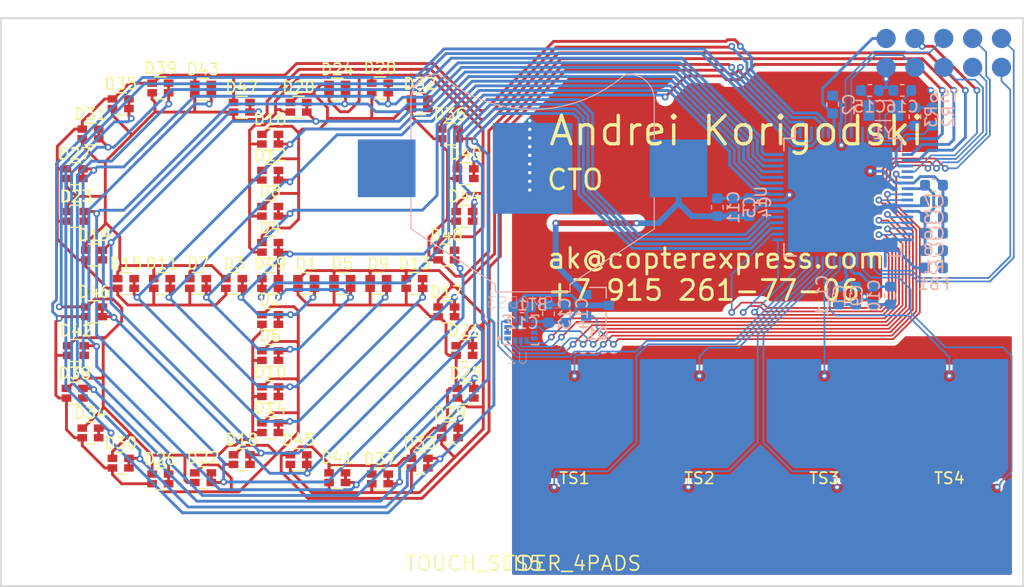
<source format=kicad_pcb>
(kicad_pcb (version 20171130) (host pcbnew 5.0.2+dfsg1-1~bpo9+1)
  (layers (0 F.Cu signal) (31 B.Cu signal) (34 B.Paste user hide) (35 F.Paste user hide) (36 B.SilkS user hide) (37 F.SilkS user hide) (38 B.Mask user) (39 F.Mask user) (44 Edge.Cuts user))
  (net 0 "")
  (net 1 LED_K0)
  (net 2 LED_K1)
  (net 3 LED_A0)
  (net 4 LED_K3)
  (net 5 LED_K2)
  (net 6 LED_K4)
  (net 7 LED_K5)
  (net 8 LED_K7)
  (net 9 LED_K6)
  (net 10 LED_K8)
  (net 11 LED_A1)
  (net 12 LED_A2)
  (net 13 LED_A3)
  (net 14 LED_A4)
  (net 15 LED_A5)
  (net 16 LED_A6)
  (net 17 LED_A7)
  (net 18 LED_A8)
  (net 19 VDD)
  (net 20 GND)
  (net 21 N$7)
  (net 22 N$6)
  (net 23 N$13)
  (net 24 N$14)
  (net 25 N$5)
  (net 26 N$19)
  (net 27 N$20)
  (net 28 N$16)
  (net 29 N$15)
  (net 30 N$17)
  (net 31 N$18)
  (net 32 N$12)
  (net 33 N$11)
  (net 34 TOUCH_PAD0)
  (net 35 N$1)
  (net 36 TOUCH_PAD1)
  (net 37 TOUCH_PAD2)
  (net 38 TOUCH_PAD3)
  (net 39 N$21)
  (net 40 N$22)
  (net 41 N$23)
  (net 42 N$8)
  (net 43 N$10)
  (net 44 N$9)
  (net 45 LED_K9)
  (net 46 LED_K10)
  (net 47 LED_K11)
  (net 48 LFXTAL_P)
  (net 49 LFXTAL_N)
  (net 50 IMU_VDD)
  (net 51 N$24)
  (net 52 MCU_AVDD)
  (net 53 N$2)
  (net 54 N$25)
  (module Capacitor_SMD:C_0603_1608Metric (layer B.Cu) (at 163.068 96.647 90)
    (fp_text reference C11 (at 0 1.43 90) (layer B.SilkS) (effects (justify mirror)))
    (fp_text value 47uF)
    (pad 2 smd roundrect (at 0.7875 0 90) (size 0.875 0.95) (layers B.Cu B.Paste B.Mask) (net 20 GND))
    (pad 1 smd roundrect (at -0.7875 0 90) (size 0.875 0.95) (layers B.Cu B.Paste B.Mask) (net 19 VDD))
  )
  (module footprints:LED_DUAL_0606 (layer F.Cu) (at 126.884 103.351)
    (fp_text reference D1 (at 0 -1.75) (layer F.SilkS))
    (fp_text value LED_Dual_AACC)
    (pad 3 smd rect (at 0.725 -0.425) (size 0.85 0.65) (layers F.Cu F.Paste F.Mask) (net 1 LED_K0))
    (pad 4 smd rect (at 0.725 0.425) (size 0.85 0.65) (layers F.Cu F.Paste F.Mask) (net 1 LED_K0))
    (pad 2 smd rect (at -0.725 0.425) (size 0.85 0.65) (layers F.Cu F.Paste F.Mask) (net 11 LED_A1))
    (pad 1 smd rect (at -0.725 -0.425) (size 0.85 0.65) (layers F.Cu F.Paste F.Mask) (net 3 LED_A0))
  )
  (module footprints:LED_DUAL_0606 (layer F.Cu) (at 123.709 106.526)
    (fp_text reference D2 (at 0 -1.75) (layer F.SilkS))
    (fp_text value LED_Dual_AACC)
    (pad 3 smd rect (at 0.725 -0.425) (size 0.85 0.65) (layers F.Cu F.Paste F.Mask) (net 1 LED_K0))
    (pad 4 smd rect (at 0.725 0.425) (size 0.85 0.65) (layers F.Cu F.Paste F.Mask) (net 1 LED_K0))
    (pad 2 smd rect (at -0.725 0.425) (size 0.85 0.65) (layers F.Cu F.Paste F.Mask) (net 13 LED_A3))
    (pad 1 smd rect (at -0.725 -0.425) (size 0.85 0.65) (layers F.Cu F.Paste F.Mask) (net 12 LED_A2))
  )
  (module footprints:LED_DUAL_0606 (layer F.Cu) (at 120.534 103.351)
    (fp_text reference D3 (at 0 -1.75) (layer F.SilkS))
    (fp_text value LED_Dual_AACC)
    (pad 3 smd rect (at 0.725 -0.425) (size 0.85 0.65) (layers F.Cu F.Paste F.Mask) (net 1 LED_K0))
    (pad 4 smd rect (at 0.725 0.425) (size 0.85 0.65) (layers F.Cu F.Paste F.Mask) (net 1 LED_K0))
    (pad 2 smd rect (at -0.725 0.425) (size 0.85 0.65) (layers F.Cu F.Paste F.Mask) (net 15 LED_A5))
    (pad 1 smd rect (at -0.725 -0.425) (size 0.85 0.65) (layers F.Cu F.Paste F.Mask) (net 14 LED_A4))
  )
  (module footprints:LED_DUAL_0606 (layer F.Cu) (at 123.709 100.176)
    (fp_text reference D4 (at 0 -1.75) (layer F.SilkS))
    (fp_text value LED_Dual_AACC)
    (pad 3 smd rect (at 0.725 -0.425) (size 0.85 0.65) (layers F.Cu F.Paste F.Mask) (net 1 LED_K0))
    (pad 4 smd rect (at 0.725 0.425) (size 0.85 0.65) (layers F.Cu F.Paste F.Mask) (net 1 LED_K0))
    (pad 2 smd rect (at -0.725 0.425) (size 0.85 0.65) (layers F.Cu F.Paste F.Mask) (net 17 LED_A7))
    (pad 1 smd rect (at -0.725 -0.425) (size 0.85 0.65) (layers F.Cu F.Paste F.Mask) (net 16 LED_A6))
  )
  (module footprints:LED_DUAL_0606 (layer F.Cu) (at 130.059 103.351)
    (fp_text reference D5 (at 0 -1.75) (layer F.SilkS))
    (fp_text value LED_Dual_AACC)
    (pad 3 smd rect (at 0.725 -0.425) (size 0.85 0.65) (layers F.Cu F.Paste F.Mask) (net 2 LED_K1))
    (pad 4 smd rect (at 0.725 0.425) (size 0.85 0.65) (layers F.Cu F.Paste F.Mask) (net 2 LED_K1))
    (pad 2 smd rect (at -0.725 0.425) (size 0.85 0.65) (layers F.Cu F.Paste F.Mask) (net 11 LED_A1))
    (pad 1 smd rect (at -0.725 -0.425) (size 0.85 0.65) (layers F.Cu F.Paste F.Mask) (net 3 LED_A0))
  )
  (module footprints:LED_DUAL_0606 (layer F.Cu) (at 123.709 109.701)
    (fp_text reference D6 (at 0 -1.75) (layer F.SilkS))
    (fp_text value LED_Dual_AACC)
    (pad 3 smd rect (at 0.725 -0.425) (size 0.85 0.65) (layers F.Cu F.Paste F.Mask) (net 2 LED_K1))
    (pad 4 smd rect (at 0.725 0.425) (size 0.85 0.65) (layers F.Cu F.Paste F.Mask) (net 2 LED_K1))
    (pad 2 smd rect (at -0.725 0.425) (size 0.85 0.65) (layers F.Cu F.Paste F.Mask) (net 13 LED_A3))
    (pad 1 smd rect (at -0.725 -0.425) (size 0.85 0.65) (layers F.Cu F.Paste F.Mask) (net 12 LED_A2))
  )
  (module footprints:LED_DUAL_0606 (layer F.Cu) (at 117.359 103.351)
    (fp_text reference D7 (at 0 -1.75) (layer F.SilkS))
    (fp_text value LED_Dual_AACC)
    (pad 3 smd rect (at 0.725 -0.425) (size 0.85 0.65) (layers F.Cu F.Paste F.Mask) (net 2 LED_K1))
    (pad 4 smd rect (at 0.725 0.425) (size 0.85 0.65) (layers F.Cu F.Paste F.Mask) (net 2 LED_K1))
    (pad 2 smd rect (at -0.725 0.425) (size 0.85 0.65) (layers F.Cu F.Paste F.Mask) (net 15 LED_A5))
    (pad 1 smd rect (at -0.725 -0.425) (size 0.85 0.65) (layers F.Cu F.Paste F.Mask) (net 14 LED_A4))
  )
  (module footprints:LED_DUAL_0606 (layer F.Cu) (at 123.709 97.001)
    (fp_text reference D8 (at 0 -1.75) (layer F.SilkS))
    (fp_text value LED_Dual_AACC)
    (pad 3 smd rect (at 0.725 -0.425) (size 0.85 0.65) (layers F.Cu F.Paste F.Mask) (net 2 LED_K1))
    (pad 4 smd rect (at 0.725 0.425) (size 0.85 0.65) (layers F.Cu F.Paste F.Mask) (net 2 LED_K1))
    (pad 2 smd rect (at -0.725 0.425) (size 0.85 0.65) (layers F.Cu F.Paste F.Mask) (net 17 LED_A7))
    (pad 1 smd rect (at -0.725 -0.425) (size 0.85 0.65) (layers F.Cu F.Paste F.Mask) (net 16 LED_A6))
  )
  (module footprints:LED_DUAL_0606 (layer F.Cu) (at 133.234 103.351)
    (fp_text reference D9 (at 0 -1.75) (layer F.SilkS))
    (fp_text value LED_Dual_AACC)
    (pad 3 smd rect (at 0.725 -0.425) (size 0.85 0.65) (layers F.Cu F.Paste F.Mask) (net 5 LED_K2))
    (pad 4 smd rect (at 0.725 0.425) (size 0.85 0.65) (layers F.Cu F.Paste F.Mask) (net 5 LED_K2))
    (pad 2 smd rect (at -0.725 0.425) (size 0.85 0.65) (layers F.Cu F.Paste F.Mask) (net 11 LED_A1))
    (pad 1 smd rect (at -0.725 -0.425) (size 0.85 0.65) (layers F.Cu F.Paste F.Mask) (net 3 LED_A0))
  )
  (module footprints:LED_DUAL_0606 (layer F.Cu) (at 123.709 112.875999)
    (fp_text reference D10 (at 0 -1.75) (layer F.SilkS))
    (fp_text value LED_Dual_AACC)
    (pad 3 smd rect (at 0.725 -0.425) (size 0.85 0.65) (layers F.Cu F.Paste F.Mask) (net 5 LED_K2))
    (pad 4 smd rect (at 0.725 0.425) (size 0.85 0.65) (layers F.Cu F.Paste F.Mask) (net 5 LED_K2))
    (pad 2 smd rect (at -0.725 0.425) (size 0.85 0.65) (layers F.Cu F.Paste F.Mask) (net 13 LED_A3))
    (pad 1 smd rect (at -0.725 -0.425) (size 0.85 0.65) (layers F.Cu F.Paste F.Mask) (net 12 LED_A2))
  )
  (module footprints:LED_DUAL_0606 (layer F.Cu) (at 114.184 103.351)
    (fp_text reference D11 (at 0 -1.75) (layer F.SilkS))
    (fp_text value LED_Dual_AACC)
    (pad 3 smd rect (at 0.725 -0.425) (size 0.85 0.65) (layers F.Cu F.Paste F.Mask) (net 5 LED_K2))
    (pad 4 smd rect (at 0.725 0.425) (size 0.85 0.65) (layers F.Cu F.Paste F.Mask) (net 5 LED_K2))
    (pad 2 smd rect (at -0.725 0.425) (size 0.85 0.65) (layers F.Cu F.Paste F.Mask) (net 15 LED_A5))
    (pad 1 smd rect (at -0.725 -0.425) (size 0.85 0.65) (layers F.Cu F.Paste F.Mask) (net 14 LED_A4))
  )
  (module footprints:LED_DUAL_0606 (layer F.Cu) (at 123.709 93.826)
    (fp_text reference D12 (at 0 -1.75) (layer F.SilkS))
    (fp_text value LED_Dual_AACC)
    (pad 3 smd rect (at 0.725 -0.425) (size 0.85 0.65) (layers F.Cu F.Paste F.Mask) (net 5 LED_K2))
    (pad 4 smd rect (at 0.725 0.425) (size 0.85 0.65) (layers F.Cu F.Paste F.Mask) (net 5 LED_K2))
    (pad 2 smd rect (at -0.725 0.425) (size 0.85 0.65) (layers F.Cu F.Paste F.Mask) (net 17 LED_A7))
    (pad 1 smd rect (at -0.725 -0.425) (size 0.85 0.65) (layers F.Cu F.Paste F.Mask) (net 16 LED_A6))
  )
  (module footprints:LED_DUAL_0606 (layer F.Cu) (at 136.409 103.351)
    (fp_text reference D13 (at 0 -1.75) (layer F.SilkS))
    (fp_text value LED_Dual_AACC)
    (pad 3 smd rect (at 0.725 -0.425) (size 0.85 0.65) (layers F.Cu F.Paste F.Mask) (net 4 LED_K3))
    (pad 4 smd rect (at 0.725 0.425) (size 0.85 0.65) (layers F.Cu F.Paste F.Mask) (net 4 LED_K3))
    (pad 2 smd rect (at -0.725 0.425) (size 0.85 0.65) (layers F.Cu F.Paste F.Mask) (net 11 LED_A1))
    (pad 1 smd rect (at -0.725 -0.425) (size 0.85 0.65) (layers F.Cu F.Paste F.Mask) (net 3 LED_A0))
  )
  (module footprints:LED_DUAL_0606 (layer F.Cu) (at 123.709 116.051)
    (fp_text reference D14 (at 0 -1.75) (layer F.SilkS))
    (fp_text value LED_Dual_AACC)
    (pad 3 smd rect (at 0.725 -0.425) (size 0.85 0.65) (layers F.Cu F.Paste F.Mask) (net 4 LED_K3))
    (pad 4 smd rect (at 0.725 0.425) (size 0.85 0.65) (layers F.Cu F.Paste F.Mask) (net 4 LED_K3))
    (pad 2 smd rect (at -0.725 0.425) (size 0.85 0.65) (layers F.Cu F.Paste F.Mask) (net 13 LED_A3))
    (pad 1 smd rect (at -0.725 -0.425) (size 0.85 0.65) (layers F.Cu F.Paste F.Mask) (net 12 LED_A2))
  )
  (module footprints:LED_DUAL_0606 (layer F.Cu) (at 111.009 103.351)
    (fp_text reference D15 (at 0 -1.75) (layer F.SilkS))
    (fp_text value LED_Dual_AACC)
    (pad 3 smd rect (at 0.725 -0.425) (size 0.85 0.65) (layers F.Cu F.Paste F.Mask) (net 4 LED_K3))
    (pad 4 smd rect (at 0.725 0.425) (size 0.85 0.65) (layers F.Cu F.Paste F.Mask) (net 4 LED_K3))
    (pad 2 smd rect (at -0.725 0.425) (size 0.85 0.65) (layers F.Cu F.Paste F.Mask) (net 15 LED_A5))
    (pad 1 smd rect (at -0.725 -0.425) (size 0.85 0.65) (layers F.Cu F.Paste F.Mask) (net 14 LED_A4))
  )
  (module footprints:LED_DUAL_0606 (layer F.Cu) (at 123.709 90.651)
    (fp_text reference D16 (at 0 -1.75) (layer F.SilkS))
    (fp_text value LED_Dual_AACC)
    (pad 3 smd rect (at 0.725 -0.425) (size 0.85 0.65) (layers F.Cu F.Paste F.Mask) (net 4 LED_K3))
    (pad 4 smd rect (at 0.725 0.425) (size 0.85 0.65) (layers F.Cu F.Paste F.Mask) (net 4 LED_K3))
    (pad 2 smd rect (at -0.725 0.425) (size 0.85 0.65) (layers F.Cu F.Paste F.Mask) (net 17 LED_A7))
    (pad 1 smd rect (at -0.725 -0.425) (size 0.85 0.65) (layers F.Cu F.Paste F.Mask) (net 16 LED_A6))
  )
  (module footprints:LED_DUAL_0606 (layer F.Cu) (at 139.217852 105.850666)
    (fp_text reference D17 (at 0 -1.75) (layer F.SilkS))
    (fp_text value LED_Dual_AACC)
    (pad 3 smd rect (at 0.725 -0.425) (size 0.85 0.65) (layers F.Cu F.Paste F.Mask) (net 6 LED_K4))
    (pad 4 smd rect (at 0.725 0.425) (size 0.85 0.65) (layers F.Cu F.Paste F.Mask) (net 6 LED_K4))
    (pad 2 smd rect (at -0.725 0.425) (size 0.85 0.65) (layers F.Cu F.Paste F.Mask) (net 11 LED_A1))
    (pad 1 smd rect (at -0.725 -0.425) (size 0.85 0.65) (layers F.Cu F.Paste F.Mask) (net 3 LED_A0))
  )
  (module footprints:LED_DUAL_0606 (layer F.Cu) (at 121.209333 118.859852)
    (fp_text reference D18 (at 0 -1.75) (layer F.SilkS))
    (fp_text value LED_Dual_AACC)
    (pad 3 smd rect (at 0.725 -0.425) (size 0.85 0.65) (layers F.Cu F.Paste F.Mask) (net 6 LED_K4))
    (pad 4 smd rect (at 0.725 0.425) (size 0.85 0.65) (layers F.Cu F.Paste F.Mask) (net 6 LED_K4))
    (pad 2 smd rect (at -0.725 0.425) (size 0.85 0.65) (layers F.Cu F.Paste F.Mask) (net 13 LED_A3))
    (pad 1 smd rect (at -0.725 -0.425) (size 0.85 0.65) (layers F.Cu F.Paste F.Mask) (net 12 LED_A2))
  )
  (module footprints:LED_DUAL_0606 (layer F.Cu) (at 108.200147 100.851333)
    (fp_text reference D19 (at 0 -1.75) (layer F.SilkS))
    (fp_text value LED_Dual_AACC)
    (pad 3 smd rect (at 0.725 -0.425) (size 0.85 0.65) (layers F.Cu F.Paste F.Mask) (net 6 LED_K4))
    (pad 4 smd rect (at 0.725 0.425) (size 0.85 0.65) (layers F.Cu F.Paste F.Mask) (net 6 LED_K4))
    (pad 2 smd rect (at -0.725 0.425) (size 0.85 0.65) (layers F.Cu F.Paste F.Mask) (net 15 LED_A5))
    (pad 1 smd rect (at -0.725 -0.425) (size 0.85 0.65) (layers F.Cu F.Paste F.Mask) (net 14 LED_A4))
  )
  (module footprints:LED_DUAL_0606 (layer F.Cu) (at 126.208666 87.842147)
    (fp_text reference D20 (at 0 -1.75) (layer F.SilkS))
    (fp_text value LED_Dual_AACC)
    (pad 3 smd rect (at 0.725 -0.425) (size 0.85 0.65) (layers F.Cu F.Paste F.Mask) (net 6 LED_K4))
    (pad 4 smd rect (at 0.725 0.425) (size 0.85 0.65) (layers F.Cu F.Paste F.Mask) (net 6 LED_K4))
    (pad 2 smd rect (at -0.725 0.425) (size 0.85 0.65) (layers F.Cu F.Paste F.Mask) (net 17 LED_A7))
    (pad 1 smd rect (at -0.725 -0.425) (size 0.85 0.65) (layers F.Cu F.Paste F.Mask) (net 16 LED_A6))
  )
  (module footprints:LED_DUAL_0606 (layer F.Cu) (at 140.806919 109.258431)
    (fp_text reference D21 (at 0 -1.75) (layer F.SilkS))
    (fp_text value LED_Dual_AACC)
    (pad 3 smd rect (at 0.725 -0.425) (size 0.85 0.65) (layers F.Cu F.Paste F.Mask) (net 7 LED_K5))
    (pad 4 smd rect (at 0.725 0.425) (size 0.85 0.65) (layers F.Cu F.Paste F.Mask) (net 7 LED_K5))
    (pad 2 smd rect (at -0.725 0.425) (size 0.85 0.65) (layers F.Cu F.Paste F.Mask) (net 11 LED_A1))
    (pad 1 smd rect (at -0.725 -0.425) (size 0.85 0.65) (layers F.Cu F.Paste F.Mask) (net 3 LED_A0))
  )
  (module footprints:LED_DUAL_0606 (layer F.Cu) (at 117.801568 120.448919)
    (fp_text reference D22 (at 0 -1.75) (layer F.SilkS))
    (fp_text value LED_Dual_AACC)
    (pad 3 smd rect (at 0.725 -0.425) (size 0.85 0.65) (layers F.Cu F.Paste F.Mask) (net 7 LED_K5))
    (pad 4 smd rect (at 0.725 0.425) (size 0.85 0.65) (layers F.Cu F.Paste F.Mask) (net 7 LED_K5))
    (pad 2 smd rect (at -0.725 0.425) (size 0.85 0.65) (layers F.Cu F.Paste F.Mask) (net 13 LED_A3))
    (pad 1 smd rect (at -0.725 -0.425) (size 0.85 0.65) (layers F.Cu F.Paste F.Mask) (net 12 LED_A2))
  )
  (module footprints:LED_DUAL_0606 (layer F.Cu) (at 106.61108 97.443568)
    (fp_text reference D23 (at 0 -1.75) (layer F.SilkS))
    (fp_text value LED_Dual_AACC)
    (pad 3 smd rect (at 0.725 -0.425) (size 0.85 0.65) (layers F.Cu F.Paste F.Mask) (net 7 LED_K5))
    (pad 4 smd rect (at 0.725 0.425) (size 0.85 0.65) (layers F.Cu F.Paste F.Mask) (net 7 LED_K5))
    (pad 2 smd rect (at -0.725 0.425) (size 0.85 0.65) (layers F.Cu F.Paste F.Mask) (net 15 LED_A5))
    (pad 1 smd rect (at -0.725 -0.425) (size 0.85 0.65) (layers F.Cu F.Paste F.Mask) (net 14 LED_A4))
  )
  (module footprints:LED_DUAL_0606 (layer F.Cu) (at 129.616431 86.25308)
    (fp_text reference D24 (at 0 -1.75) (layer F.SilkS))
    (fp_text value LED_Dual_AACC)
    (pad 3 smd rect (at 0.725 -0.425) (size 0.85 0.65) (layers F.Cu F.Paste F.Mask) (net 7 LED_K5))
    (pad 4 smd rect (at 0.725 0.425) (size 0.85 0.65) (layers F.Cu F.Paste F.Mask) (net 7 LED_K5))
    (pad 2 smd rect (at -0.725 0.425) (size 0.85 0.65) (layers F.Cu F.Paste F.Mask) (net 17 LED_A7))
    (pad 1 smd rect (at -0.725 -0.425) (size 0.85 0.65) (layers F.Cu F.Paste F.Mask) (net 16 LED_A6))
  )
  (module footprints:LED_DUAL_0606 (layer F.Cu) (at 140.916279 113.016892)
    (fp_text reference D25 (at 0 -1.75) (layer F.SilkS))
    (fp_text value LED_Dual_AACC)
    (pad 3 smd rect (at 0.725 -0.425) (size 0.85 0.65) (layers F.Cu F.Paste F.Mask) (net 9 LED_K6))
    (pad 4 smd rect (at 0.725 0.425) (size 0.85 0.65) (layers F.Cu F.Paste F.Mask) (net 9 LED_K6))
    (pad 2 smd rect (at -0.725 0.425) (size 0.85 0.65) (layers F.Cu F.Paste F.Mask) (net 3 LED_A0))
    (pad 1 smd rect (at -0.725 -0.425) (size 0.85 0.65) (layers F.Cu F.Paste F.Mask) (net 11 LED_A1))
  )
  (module footprints:LED_DUAL_0606 (layer F.Cu) (at 114.043107 120.558279)
    (fp_text reference D26 (at 0 -1.75) (layer F.SilkS))
    (fp_text value LED_Dual_AACC)
    (pad 3 smd rect (at 0.725 -0.425) (size 0.85 0.65) (layers F.Cu F.Paste F.Mask) (net 9 LED_K6))
    (pad 4 smd rect (at 0.725 0.425) (size 0.85 0.65) (layers F.Cu F.Paste F.Mask) (net 9 LED_K6))
    (pad 2 smd rect (at -0.725 0.425) (size 0.85 0.65) (layers F.Cu F.Paste F.Mask) (net 12 LED_A2))
    (pad 1 smd rect (at -0.725 -0.425) (size 0.85 0.65) (layers F.Cu F.Paste F.Mask) (net 13 LED_A3))
  )
  (module footprints:LED_DUAL_0606 (layer F.Cu) (at 106.50172 93.685107)
    (fp_text reference D27 (at 0 -1.75) (layer F.SilkS))
    (fp_text value LED_Dual_AACC)
    (pad 3 smd rect (at 0.725 -0.425) (size 0.85 0.65) (layers F.Cu F.Paste F.Mask) (net 9 LED_K6))
    (pad 4 smd rect (at 0.725 0.425) (size 0.85 0.65) (layers F.Cu F.Paste F.Mask) (net 9 LED_K6))
    (pad 2 smd rect (at -0.725 0.425) (size 0.85 0.65) (layers F.Cu F.Paste F.Mask) (net 14 LED_A4))
    (pad 1 smd rect (at -0.725 -0.425) (size 0.85 0.65) (layers F.Cu F.Paste F.Mask) (net 15 LED_A5))
  )
  (module footprints:LED_DUAL_0606 (layer F.Cu) (at 133.374892 86.14372)
    (fp_text reference D28 (at 0 -1.75) (layer F.SilkS))
    (fp_text value LED_Dual_AACC)
    (pad 3 smd rect (at 0.725 -0.425) (size 0.85 0.65) (layers F.Cu F.Paste F.Mask) (net 9 LED_K6))
    (pad 4 smd rect (at 0.725 0.425) (size 0.85 0.65) (layers F.Cu F.Paste F.Mask) (net 9 LED_K6))
    (pad 2 smd rect (at -0.725 0.425) (size 0.85 0.65) (layers F.Cu F.Paste F.Mask) (net 16 LED_A6))
    (pad 1 smd rect (at -0.725 -0.425) (size 0.85 0.65) (layers F.Cu F.Paste F.Mask) (net 17 LED_A7))
  )
  (module footprints:LED_DUAL_0606 (layer F.Cu) (at 139.528045 116.511287)
    (fp_text reference D29 (at 0 -1.75) (layer F.SilkS))
    (fp_text value LED_Dual_AACC)
    (pad 3 smd rect (at 0.725 -0.425) (size 0.85 0.65) (layers F.Cu F.Paste F.Mask) (net 8 LED_K7))
    (pad 4 smd rect (at 0.725 0.425) (size 0.85 0.65) (layers F.Cu F.Paste F.Mask) (net 8 LED_K7))
    (pad 2 smd rect (at -0.725 0.425) (size 0.85 0.65) (layers F.Cu F.Paste F.Mask) (net 3 LED_A0))
    (pad 1 smd rect (at -0.725 -0.425) (size 0.85 0.65) (layers F.Cu F.Paste F.Mask) (net 11 LED_A1))
  )
  (module footprints:LED_DUAL_0606 (layer F.Cu) (at 110.548712 119.170045)
    (fp_text reference D30 (at 0 -1.75) (layer F.SilkS))
    (fp_text value LED_Dual_AACC)
    (pad 3 smd rect (at 0.725 -0.425) (size 0.85 0.65) (layers F.Cu F.Paste F.Mask) (net 8 LED_K7))
    (pad 4 smd rect (at 0.725 0.425) (size 0.85 0.65) (layers F.Cu F.Paste F.Mask) (net 8 LED_K7))
    (pad 2 smd rect (at -0.725 0.425) (size 0.85 0.65) (layers F.Cu F.Paste F.Mask) (net 12 LED_A2))
    (pad 1 smd rect (at -0.725 -0.425) (size 0.85 0.65) (layers F.Cu F.Paste F.Mask) (net 13 LED_A3))
  )
  (module footprints:LED_DUAL_0606 (layer F.Cu) (at 107.889954 90.190712)
    (fp_text reference D31 (at 0 -1.75) (layer F.SilkS))
    (fp_text value LED_Dual_AACC)
    (pad 3 smd rect (at 0.725 -0.425) (size 0.85 0.65) (layers F.Cu F.Paste F.Mask) (net 8 LED_K7))
    (pad 4 smd rect (at 0.725 0.425) (size 0.85 0.65) (layers F.Cu F.Paste F.Mask) (net 8 LED_K7))
    (pad 2 smd rect (at -0.725 0.425) (size 0.85 0.65) (layers F.Cu F.Paste F.Mask) (net 14 LED_A4))
    (pad 1 smd rect (at -0.725 -0.425) (size 0.85 0.65) (layers F.Cu F.Paste F.Mask) (net 15 LED_A5))
  )
  (module footprints:LED_DUAL_0606 (layer F.Cu) (at 136.869287 87.531954)
    (fp_text reference D32 (at 0 -1.75) (layer F.SilkS))
    (fp_text value LED_Dual_AACC)
    (pad 3 smd rect (at 0.725 -0.425) (size 0.85 0.65) (layers F.Cu F.Paste F.Mask) (net 8 LED_K7))
    (pad 4 smd rect (at 0.725 0.425) (size 0.85 0.65) (layers F.Cu F.Paste F.Mask) (net 8 LED_K7))
    (pad 2 smd rect (at -0.725 0.425) (size 0.85 0.65) (layers F.Cu F.Paste F.Mask) (net 16 LED_A6))
    (pad 1 smd rect (at -0.725 -0.425) (size 0.85 0.65) (layers F.Cu F.Paste F.Mask) (net 17 LED_A7))
  )
  (module footprints:LED_DUAL_0606 (layer F.Cu) (at 136.869287 119.170045)
    (fp_text reference D33 (at 0 -1.75) (layer F.SilkS))
    (fp_text value LED_Dual_AACC)
    (pad 3 smd rect (at 0.725 -0.425) (size 0.85 0.65) (layers F.Cu F.Paste F.Mask) (net 10 LED_K8))
    (pad 4 smd rect (at 0.725 0.425) (size 0.85 0.65) (layers F.Cu F.Paste F.Mask) (net 10 LED_K8))
    (pad 2 smd rect (at -0.725 0.425) (size 0.85 0.65) (layers F.Cu F.Paste F.Mask) (net 3 LED_A0))
    (pad 1 smd rect (at -0.725 -0.425) (size 0.85 0.65) (layers F.Cu F.Paste F.Mask) (net 11 LED_A1))
  )
  (module footprints:LED_DUAL_0606 (layer F.Cu) (at 107.889954 116.511287)
    (fp_text reference D34 (at 0 -1.75) (layer F.SilkS))
    (fp_text value LED_Dual_AACC)
    (pad 3 smd rect (at 0.725 -0.425) (size 0.85 0.65) (layers F.Cu F.Paste F.Mask) (net 10 LED_K8))
    (pad 4 smd rect (at 0.725 0.425) (size 0.85 0.65) (layers F.Cu F.Paste F.Mask) (net 10 LED_K8))
    (pad 2 smd rect (at -0.725 0.425) (size 0.85 0.65) (layers F.Cu F.Paste F.Mask) (net 12 LED_A2))
    (pad 1 smd rect (at -0.725 -0.425) (size 0.85 0.65) (layers F.Cu F.Paste F.Mask) (net 13 LED_A3))
  )
  (module footprints:LED_DUAL_0606 (layer F.Cu) (at 110.548712 87.531954)
    (fp_text reference D35 (at 0 -1.75) (layer F.SilkS))
    (fp_text value LED_Dual_AACC)
    (pad 3 smd rect (at 0.725 -0.425) (size 0.85 0.65) (layers F.Cu F.Paste F.Mask) (net 10 LED_K8))
    (pad 4 smd rect (at 0.725 0.425) (size 0.85 0.65) (layers F.Cu F.Paste F.Mask) (net 10 LED_K8))
    (pad 2 smd rect (at -0.725 0.425) (size 0.85 0.65) (layers F.Cu F.Paste F.Mask) (net 14 LED_A4))
    (pad 1 smd rect (at -0.725 -0.425) (size 0.85 0.65) (layers F.Cu F.Paste F.Mask) (net 15 LED_A5))
  )
  (module footprints:LED_DUAL_0606 (layer F.Cu) (at 139.528045 90.190712)
    (fp_text reference D36 (at 0 -1.75) (layer F.SilkS))
    (fp_text value LED_Dual_AACC)
    (pad 3 smd rect (at 0.725 -0.425) (size 0.85 0.65) (layers F.Cu F.Paste F.Mask) (net 10 LED_K8))
    (pad 4 smd rect (at 0.725 0.425) (size 0.85 0.65) (layers F.Cu F.Paste F.Mask) (net 10 LED_K8))
    (pad 2 smd rect (at -0.725 0.425) (size 0.85 0.65) (layers F.Cu F.Paste F.Mask) (net 16 LED_A6))
    (pad 1 smd rect (at -0.725 -0.425) (size 0.85 0.65) (layers F.Cu F.Paste F.Mask) (net 17 LED_A7))
  )
  (module footprints:LED_DUAL_0606 (layer F.Cu) (at 133.374892 120.558279)
    (fp_text reference D37 (at 0 -1.75) (layer F.SilkS))
    (fp_text value LED_Dual_AACC)
    (pad 3 smd rect (at 0.725 -0.425) (size 0.85 0.65) (layers F.Cu F.Paste F.Mask) (net 45 LED_K9))
    (pad 4 smd rect (at 0.725 0.425) (size 0.85 0.65) (layers F.Cu F.Paste F.Mask) (net 45 LED_K9))
    (pad 2 smd rect (at -0.725 0.425) (size 0.85 0.65) (layers F.Cu F.Paste F.Mask) (net 3 LED_A0))
    (pad 1 smd rect (at -0.725 -0.425) (size 0.85 0.65) (layers F.Cu F.Paste F.Mask) (net 11 LED_A1))
  )
  (module footprints:LED_DUAL_0606 (layer F.Cu) (at 106.50172 113.016892)
    (fp_text reference D38 (at 0 -1.75) (layer F.SilkS))
    (fp_text value LED_Dual_AACC)
    (pad 3 smd rect (at 0.725 -0.425) (size 0.85 0.65) (layers F.Cu F.Paste F.Mask) (net 45 LED_K9))
    (pad 4 smd rect (at 0.725 0.425) (size 0.85 0.65) (layers F.Cu F.Paste F.Mask) (net 45 LED_K9))
    (pad 2 smd rect (at -0.725 0.425) (size 0.85 0.65) (layers F.Cu F.Paste F.Mask) (net 12 LED_A2))
    (pad 1 smd rect (at -0.725 -0.425) (size 0.85 0.65) (layers F.Cu F.Paste F.Mask) (net 13 LED_A3))
  )
  (module footprints:LED_DUAL_0606 (layer F.Cu) (at 114.043107 86.14372)
    (fp_text reference D39 (at 0 -1.75) (layer F.SilkS))
    (fp_text value LED_Dual_AACC)
    (pad 3 smd rect (at 0.725 -0.425) (size 0.85 0.65) (layers F.Cu F.Paste F.Mask) (net 45 LED_K9))
    (pad 4 smd rect (at 0.725 0.425) (size 0.85 0.65) (layers F.Cu F.Paste F.Mask) (net 45 LED_K9))
    (pad 2 smd rect (at -0.725 0.425) (size 0.85 0.65) (layers F.Cu F.Paste F.Mask) (net 14 LED_A4))
    (pad 1 smd rect (at -0.725 -0.425) (size 0.85 0.65) (layers F.Cu F.Paste F.Mask) (net 15 LED_A5))
  )
  (module footprints:LED_DUAL_0606 (layer F.Cu) (at 140.916279 93.685107)
    (fp_text reference D40 (at 0 -1.75) (layer F.SilkS))
    (fp_text value LED_Dual_AACC)
    (pad 3 smd rect (at 0.725 -0.425) (size 0.85 0.65) (layers F.Cu F.Paste F.Mask) (net 45 LED_K9))
    (pad 4 smd rect (at 0.725 0.425) (size 0.85 0.65) (layers F.Cu F.Paste F.Mask) (net 45 LED_K9))
    (pad 2 smd rect (at -0.725 0.425) (size 0.85 0.65) (layers F.Cu F.Paste F.Mask) (net 16 LED_A6))
    (pad 1 smd rect (at -0.725 -0.425) (size 0.85 0.65) (layers F.Cu F.Paste F.Mask) (net 17 LED_A7))
  )
  (module footprints:LED_DUAL_0606 (layer F.Cu) (at 129.616431 120.448919)
    (fp_text reference D41 (at 0 -1.75) (layer F.SilkS))
    (fp_text value LED_Dual_AACC)
    (pad 3 smd rect (at 0.725 -0.425) (size 0.85 0.65) (layers F.Cu F.Paste F.Mask) (net 46 LED_K10))
    (pad 4 smd rect (at 0.725 0.425) (size 0.85 0.65) (layers F.Cu F.Paste F.Mask) (net 46 LED_K10))
    (pad 2 smd rect (at -0.725 0.425) (size 0.85 0.65) (layers F.Cu F.Paste F.Mask) (net 3 LED_A0))
    (pad 1 smd rect (at -0.725 -0.425) (size 0.85 0.65) (layers F.Cu F.Paste F.Mask) (net 11 LED_A1))
  )
  (module footprints:LED_DUAL_0606 (layer F.Cu) (at 106.61108 109.258431)
    (fp_text reference D42 (at 0 -1.75) (layer F.SilkS))
    (fp_text value LED_Dual_AACC)
    (pad 3 smd rect (at 0.725 -0.425) (size 0.85 0.65) (layers F.Cu F.Paste F.Mask) (net 46 LED_K10))
    (pad 4 smd rect (at 0.725 0.425) (size 0.85 0.65) (layers F.Cu F.Paste F.Mask) (net 46 LED_K10))
    (pad 2 smd rect (at -0.725 0.425) (size 0.85 0.65) (layers F.Cu F.Paste F.Mask) (net 12 LED_A2))
    (pad 1 smd rect (at -0.725 -0.425) (size 0.85 0.65) (layers F.Cu F.Paste F.Mask) (net 13 LED_A3))
  )
  (module footprints:LED_DUAL_0606 (layer F.Cu) (at 117.801568 86.25308)
    (fp_text reference D43 (at 0 -1.75) (layer F.SilkS))
    (fp_text value LED_Dual_AACC)
    (pad 3 smd rect (at 0.725 -0.425) (size 0.85 0.65) (layers F.Cu F.Paste F.Mask) (net 46 LED_K10))
    (pad 4 smd rect (at 0.725 0.425) (size 0.85 0.65) (layers F.Cu F.Paste F.Mask) (net 46 LED_K10))
    (pad 2 smd rect (at -0.725 0.425) (size 0.85 0.65) (layers F.Cu F.Paste F.Mask) (net 14 LED_A4))
    (pad 1 smd rect (at -0.725 -0.425) (size 0.85 0.65) (layers F.Cu F.Paste F.Mask) (net 15 LED_A5))
  )
  (module footprints:LED_DUAL_0606 (layer F.Cu) (at 140.806919 97.443568)
    (fp_text reference D44 (at 0 -1.75) (layer F.SilkS))
    (fp_text value LED_Dual_AACC)
    (pad 3 smd rect (at 0.725 -0.425) (size 0.85 0.65) (layers F.Cu F.Paste F.Mask) (net 46 LED_K10))
    (pad 4 smd rect (at 0.725 0.425) (size 0.85 0.65) (layers F.Cu F.Paste F.Mask) (net 46 LED_K10))
    (pad 2 smd rect (at -0.725 0.425) (size 0.85 0.65) (layers F.Cu F.Paste F.Mask) (net 16 LED_A6))
    (pad 1 smd rect (at -0.725 -0.425) (size 0.85 0.65) (layers F.Cu F.Paste F.Mask) (net 17 LED_A7))
  )
  (module footprints:LED_DUAL_0606 (layer F.Cu) (at 126.208666 118.859852)
    (fp_text reference D45 (at 0 -1.75) (layer F.SilkS))
    (fp_text value LED_Dual_AACC)
    (pad 3 smd rect (at 0.725 -0.425) (size 0.85 0.65) (layers F.Cu F.Paste F.Mask) (net 47 LED_K11))
    (pad 4 smd rect (at 0.725 0.425) (size 0.85 0.65) (layers F.Cu F.Paste F.Mask) (net 47 LED_K11))
    (pad 2 smd rect (at -0.725 0.425) (size 0.85 0.65) (layers F.Cu F.Paste F.Mask) (net 3 LED_A0))
    (pad 1 smd rect (at -0.725 -0.425) (size 0.85 0.65) (layers F.Cu F.Paste F.Mask) (net 11 LED_A1))
  )
  (module footprints:LED_DUAL_0606 (layer F.Cu) (at 108.200147 105.850666)
    (fp_text reference D46 (at 0 -1.75) (layer F.SilkS))
    (fp_text value LED_Dual_AACC)
    (pad 3 smd rect (at 0.725 -0.425) (size 0.85 0.65) (layers F.Cu F.Paste F.Mask) (net 47 LED_K11))
    (pad 4 smd rect (at 0.725 0.425) (size 0.85 0.65) (layers F.Cu F.Paste F.Mask) (net 47 LED_K11))
    (pad 2 smd rect (at -0.725 0.425) (size 0.85 0.65) (layers F.Cu F.Paste F.Mask) (net 12 LED_A2))
    (pad 1 smd rect (at -0.725 -0.425) (size 0.85 0.65) (layers F.Cu F.Paste F.Mask) (net 13 LED_A3))
  )
  (module footprints:LED_DUAL_0606 (layer F.Cu) (at 121.209333 87.842147)
    (fp_text reference D47 (at 0 -1.75) (layer F.SilkS))
    (fp_text value LED_Dual_AACC)
    (pad 3 smd rect (at 0.725 -0.425) (size 0.85 0.65) (layers F.Cu F.Paste F.Mask) (net 47 LED_K11))
    (pad 4 smd rect (at 0.725 0.425) (size 0.85 0.65) (layers F.Cu F.Paste F.Mask) (net 47 LED_K11))
    (pad 2 smd rect (at -0.725 0.425) (size 0.85 0.65) (layers F.Cu F.Paste F.Mask) (net 14 LED_A4))
    (pad 1 smd rect (at -0.725 -0.425) (size 0.85 0.65) (layers F.Cu F.Paste F.Mask) (net 15 LED_A5))
  )
  (module footprints:LED_DUAL_0606 (layer F.Cu) (at 139.217852 100.851333)
    (fp_text reference D48 (at 0 -1.75) (layer F.SilkS))
    (fp_text value LED_Dual_AACC)
    (pad 3 smd rect (at 0.725 -0.425) (size 0.85 0.65) (layers F.Cu F.Paste F.Mask) (net 47 LED_K11))
    (pad 4 smd rect (at 0.725 0.425) (size 0.85 0.65) (layers F.Cu F.Paste F.Mask) (net 47 LED_K11))
    (pad 2 smd rect (at -0.725 0.425) (size 0.85 0.65) (layers F.Cu F.Paste F.Mask) (net 16 LED_A6))
    (pad 1 smd rect (at -0.725 -0.425) (size 0.85 0.65) (layers F.Cu F.Paste F.Mask) (net 17 LED_A7))
  )
  (module footprints:LED_DUAL_0606 (layer F.Cu) (at 123.709 103.351)
    (fp_text reference D49 (at 0 -1.75) (layer F.SilkS))
    (fp_text value LED_Dual_AACC)
    (pad 3 smd rect (at 0.725 -0.425) (size 0.85 0.65) (layers F.Cu F.Paste F.Mask) (net 1 LED_K0))
    (pad 4 smd rect (at 0.725 0.425) (size 0.85 0.65) (layers F.Cu F.Paste F.Mask) (net 2 LED_K1))
    (pad 2 smd rect (at -0.725 0.425) (size 0.85 0.65) (layers F.Cu F.Paste F.Mask) (net 18 LED_A8))
    (pad 1 smd rect (at -0.725 -0.425) (size 0.85 0.65) (layers F.Cu F.Paste F.Mask) (net 18 LED_A8))
  )
  (module Resistor_SMD:R_0603_1608Metric (layer B.Cu) (at 182.1435 100.457)
    (fp_text reference R1 (at 0 1.43) (layer B.SilkS) (effects (justify mirror)))
    (fp_text value 1)
    (pad 1 smd roundrect (at 0.7875 0) (size 0.875 0.95) (layers B.Cu B.Paste B.Mask) (net 53 N$2))
    (pad 2 smd roundrect (at -0.7875 0) (size 0.875 0.95) (layers B.Cu B.Paste B.Mask) (net 52 MCU_AVDD))
  )
  (module Package_QFP:LQFP-64_10x10mm_P0.5mm (layer B.Cu) (at 174.10708 95.75756 270)
    (fp_text reference U1 (at 0 7.2 270) (layer B.SilkS) (effects (justify mirror)))
    (fp_text value EFM32LG232F64)
    (pad 64 smd rect (at -3.75 5.7 180) (size 1 0.25) (layers B.Cu B.Paste B.Mask) (net 8 LED_K7))
    (pad 63 smd rect (at -3.25 5.7 180) (size 1 0.25) (layers B.Cu B.Paste B.Mask) (net 9 LED_K6))
    (pad 62 smd rect (at -2.75 5.7 180) (size 1 0.25) (layers B.Cu B.Paste B.Mask) (net 7 LED_K5))
    (pad 61 smd rect (at -2.25 5.7 180) (size 1 0.25) (layers B.Cu B.Paste B.Mask) (net 6 LED_K4))
    (pad 60 smd rect (at -1.75 5.7 180) (size 1 0.25) (layers B.Cu B.Paste B.Mask) (net 4 LED_K3))
    (pad 59 smd rect (at -1.25 5.7 180) (size 1 0.25) (layers B.Cu B.Paste B.Mask) (net 5 LED_K2))
    (pad 58 smd rect (at -0.75 5.7 180) (size 1 0.25) (layers B.Cu B.Paste B.Mask) (net 2 LED_K1))
    (pad 57 smd rect (at -0.25 5.7 180) (size 1 0.25) (layers B.Cu B.Paste B.Mask) (net 1 LED_K0))
    (pad 56 smd rect (at 0.25 5.7 180) (size 1 0.25) (layers B.Cu B.Paste B.Mask) (net 20 GND))
    (pad 55 smd rect (at 0.75 5.7 180) (size 1 0.25) (layers B.Cu B.Paste B.Mask) (net 19 VDD))
    (pad 54 smd rect (at 1.25 5.7 180) (size 1 0.25) (layers B.Cu B.Paste B.Mask) (net 47 LED_K11))
    (pad 53 smd rect (at 1.75 5.7 180) (size 1 0.25) (layers B.Cu B.Paste B.Mask) (net 46 LED_K10))
    (pad 52 smd rect (at 2.25 5.7 180) (size 1 0.25) (layers B.Cu B.Paste B.Mask) (net 45 LED_K9))
    (pad 51 smd rect (at 2.75 5.7 180) (size 1 0.25) (layers B.Cu B.Paste B.Mask) (net 10 LED_K8))
    (pad 50 smd rect (at 3.25 5.7 180) (size 1 0.25) (layers B.Cu B.Paste B.Mask) (net 44 N$9))
    (pad 49 smd rect (at 3.75 5.7 180) (size 1 0.25) (layers B.Cu B.Paste B.Mask) (net 43 N$10))
    (pad 48 smd rect (at 5.7 3.75 270) (size 1 0.25) (layers B.Cu B.Paste B.Mask) (net 42 N$8))
    (pad 47 smd rect (at 5.7 3.25 270) (size 1 0.25) (layers B.Cu B.Paste B.Mask) (net 34 TOUCH_PAD0))
    (pad 46 smd rect (at 5.7 2.75 270) (size 1 0.25) (layers B.Cu B.Paste B.Mask) (net 27 N$20))
    (pad 45 smd rect (at 5.7 2.25 270) (size 1 0.25) (layers B.Cu B.Paste B.Mask) (net 36 TOUCH_PAD1))
    (pad 44 smd rect (at 5.7 1.75 270) (size 1 0.25) (layers B.Cu B.Paste B.Mask) (net 39 N$21))
    (pad 43 smd rect (at 5.7 1.25 270) (size 1 0.25) (layers B.Cu B.Paste B.Mask) (net 40 N$22))
    (pad 42 smd rect (at 5.7 0.75 270) (size 1 0.25) (layers B.Cu B.Paste B.Mask) (net 37 TOUCH_PAD2))
    (pad 41 smd rect (at 5.7 0.25 270) (size 1 0.25) (layers B.Cu B.Paste B.Mask) (net 38 TOUCH_PAD3))
    (pad 40 smd rect (at 5.7 -0.25 270) (size 1 0.25) (layers B.Cu B.Paste B.Mask) (net 35 N$1))
    (pad 39 smd rect (at 5.7 -0.75 270) (size 1 0.25) (layers B.Cu B.Paste B.Mask) (net 19 VDD))
    (pad 38 smd rect (at 5.7 -1.25 270) (size 1 0.25) (layers B.Cu B.Paste B.Mask) (net 19 VDD))
    (pad 37 smd rect (at 5.7 -1.75 270) (size 1 0.25) (layers B.Cu B.Paste B.Mask) (net 41 N$23))
    (pad 36 smd rect (at 5.7 -2.25 270) (size 1 0.25) (layers B.Cu B.Paste B.Mask) (net 19 VDD))
    (pad 35 smd rect (at 5.7 -2.75 270) (size 1 0.25) (layers B.Cu B.Paste B.Mask) (net 33 N$11))
    (pad 34 smd rect (at 5.7 -3.25 270) (size 1 0.25) (layers B.Cu B.Paste B.Mask) (net 32 N$12))
    (pad 33 smd rect (at 5.7 -3.75 270) (size 1 0.25) (layers B.Cu B.Paste B.Mask) (net 19 VDD))
    (pad 32 smd rect (at 3.75 -5.7 180) (size 1 0.25) (layers B.Cu B.Paste B.Mask) (net 19 VDD))
    (pad 31 smd rect (at 3.25 -5.7 180) (size 1 0.25) (layers B.Cu B.Paste B.Mask) (net 30 N$17))
    (pad 30 smd rect (at 2.75 -5.7 180) (size 1 0.25) (layers B.Cu B.Paste B.Mask) (net 28 N$16))
    (pad 29 smd rect (at 2.25 -5.7 180) (size 1 0.25) (layers B.Cu B.Paste B.Mask) (net 24 N$14))
    (pad 28 smd rect (at 1.75 -5.7 180) (size 1 0.25) (layers B.Cu B.Paste B.Mask) (net 29 N$15))
    (pad 27 smd rect (at 1.25 -5.7 180) (size 1 0.25) (layers B.Cu B.Paste B.Mask) (net 52 MCU_AVDD))
    (pad 26 smd rect (at 0.75 -5.7 180) (size 1 0.25) (layers B.Cu B.Paste B.Mask) (net 19 VDD))
    (pad 25 smd rect (at 0.25 -5.7 180) (size 1 0.25) (layers B.Cu B.Paste B.Mask) (net 26 N$19))
    (pad 24 smd rect (at -0.25 -5.7 180) (size 1 0.25) (layers B.Cu B.Paste B.Mask) (net 31 N$18))
    (pad 23 smd rect (at -0.75 -5.7 180) (size 1 0.25) (layers B.Cu B.Paste B.Mask) (net 52 MCU_AVDD))
    (pad 22 smd rect (at -1.25 -5.7 180) (size 1 0.25) (layers B.Cu B.Paste B.Mask) (net 20 GND))
    (pad 21 smd rect (at -1.75 -5.7 180) (size 1 0.25) (layers B.Cu B.Paste B.Mask) (net 23 N$13))
    (pad 20 smd rect (at -2.25 -5.7 180) (size 1 0.25) (layers B.Cu B.Paste B.Mask) (net 25 N$5))
    (pad 19 smd rect (at -2.75 -5.7 180) (size 1 0.25) (layers B.Cu B.Paste B.Mask) (net 18 LED_A8))
    (pad 18 smd rect (at -3.25 -5.7 180) (size 1 0.25) (layers B.Cu B.Paste B.Mask) (net 17 LED_A7))
    (pad 17 smd rect (at -3.75 -5.7 180) (size 1 0.25) (layers B.Cu B.Paste B.Mask) (net 16 LED_A6))
    (pad 16 smd rect (at -5.7 -3.75 270) (size 1 0.25) (layers B.Cu B.Paste B.Mask) (net 49 LFXTAL_N))
    (pad 15 smd rect (at -5.7 -3.25 270) (size 1 0.25) (layers B.Cu B.Paste B.Mask) (net 48 LFXTAL_P))
    (pad 14 smd rect (at -5.7 -2.75 270) (size 1 0.25) (layers B.Cu B.Paste B.Mask) (net 54 N$25))
    (pad 13 smd rect (at -5.7 -2.25 270) (size 1 0.25) (layers B.Cu B.Paste B.Mask) (net 51 N$24))
    (pad 12 smd rect (at -5.7 -1.75 270) (size 1 0.25) (layers B.Cu B.Paste B.Mask) (net 19 VDD))
    (pad 11 smd rect (at -5.7 -1.25 270) (size 1 0.25) (layers B.Cu B.Paste B.Mask) (net 19 VDD))
    (pad 10 smd rect (at -5.7 -0.75 270) (size 1 0.25) (layers B.Cu B.Paste B.Mask) (net 22 N$6))
    (pad 9 smd rect (at -5.7 -0.25 270) (size 1 0.25) (layers B.Cu B.Paste B.Mask) (net 21 N$7))
    (pad 8 smd rect (at -5.7 0.25 270) (size 1 0.25) (layers B.Cu B.Paste B.Mask) (net 20 GND))
    (pad 7 smd rect (at -5.7 0.75 270) (size 1 0.25) (layers B.Cu B.Paste B.Mask) (net 19 VDD))
    (pad 6 smd rect (at -5.7 1.25 270) (size 1 0.25) (layers B.Cu B.Paste B.Mask) (net 15 LED_A5))
    (pad 5 smd rect (at -5.7 1.75 270) (size 1 0.25) (layers B.Cu B.Paste B.Mask) (net 14 LED_A4))
    (pad 4 smd rect (at -5.7 2.25 270) (size 1 0.25) (layers B.Cu B.Paste B.Mask) (net 13 LED_A3))
    (pad 3 smd rect (at -5.7 2.75 270) (size 1 0.25) (layers B.Cu B.Paste B.Mask) (net 12 LED_A2))
    (pad 2 smd rect (at -5.7 3.25 270) (size 1 0.25) (layers B.Cu B.Paste B.Mask) (net 11 LED_A1))
    (pad 1 smd rect (at -5.7 3.75 270) (size 1 0.25) (layers B.Cu B.Paste B.Mask) (net 3 LED_A0))
  )
  (module Crystal:Crystal_SMD_3215-2Pin_3.2x1.5mm (layer B.Cu) (at 177.673 88.138)
    (fp_text reference Y1 (at 0 2) (layer B.SilkS) (effects (justify mirror)))
    (fp_text value 32768Hz)
    (pad 1 smd rect (at -1.25 0) (size 1 1.8) (layers B.Cu B.Paste B.Mask) (net 48 LFXTAL_P))
    (pad 2 smd rect (at 1.25 0) (size 1 1.8) (layers B.Cu B.Paste B.Mask) (net 49 LFXTAL_N))
  )
  (module Capacitor_SMD:C_0603_1608Metric (layer B.Cu) (at 175.26 104.4195 270)
    (fp_text reference C1 (at 0 1.43 270) (layer B.SilkS) (effects (justify mirror)))
    (fp_text value 1uF)
    (pad 2 smd roundrect (at 0.7875 0 270) (size 0.875 0.95) (layers B.Cu B.Paste B.Mask) (net 20 GND))
    (pad 1 smd roundrect (at -0.7875 0 270) (size 0.875 0.95) (layers B.Cu B.Paste B.Mask) (net 35 N$1))
  )
  (module Capacitor_SMD:C_0603_1608Metric (layer B.Cu) (at 182.1435 96.139)
    (fp_text reference C3 (at 0 1.43) (layer B.SilkS) (effects (justify mirror)))
    (fp_text value 0.1uF)
    (pad 2 smd roundrect (at 0.7875 0) (size 0.875 0.95) (layers B.Cu B.Paste B.Mask) (net 20 GND))
    (pad 1 smd roundrect (at -0.7875 0) (size 0.875 0.95) (layers B.Cu B.Paste B.Mask) (net 19 VDD))
  )
  (module Capacitor_SMD:C_0603_1608Metric (layer B.Cu) (at 165.862 96.647 90)
    (fp_text reference C4 (at 0 1.43 90) (layer B.SilkS) (effects (justify mirror)))
    (fp_text value 0.1uF)
    (pad 2 smd roundrect (at 0.7875 0 90) (size 0.875 0.95) (layers B.Cu B.Paste B.Mask) (net 20 GND))
    (pad 1 smd roundrect (at -0.7875 0 90) (size 0.875 0.95) (layers B.Cu B.Paste B.Mask) (net 19 VDD))
  )
  (module Capacitor_SMD:C_0603_1608Metric (layer B.Cu) (at 164.465 96.647 90)
    (fp_text reference C5 (at 0 1.43 90) (layer B.SilkS) (effects (justify mirror)))
    (fp_text value 1uF)
    (pad 2 smd roundrect (at 0.7875 0 90) (size 0.875 0.95) (layers B.Cu B.Paste B.Mask) (net 20 GND))
    (pad 1 smd roundrect (at -0.7875 0 90) (size 0.875 0.95) (layers B.Cu B.Paste B.Mask) (net 19 VDD))
  )
  (module Capacitor_SMD:C_0603_1608Metric (layer B.Cu) (at 182.1435 97.536)
    (fp_text reference C6 (at 0 1.43) (layer B.SilkS) (effects (justify mirror)))
    (fp_text value 10nF)
    (pad 1 smd roundrect (at -0.7875 0) (size 0.875 0.95) (layers B.Cu B.Paste B.Mask) (net 52 MCU_AVDD))
    (pad 2 smd roundrect (at 0.7875 0) (size 0.875 0.95) (layers B.Cu B.Paste B.Mask) (net 20 GND))
  )
  (module Capacitor_SMD:C_0603_1608Metric (layer B.Cu) (at 182.1435 94.7039)
    (fp_text reference C7 (at 0 1.43) (layer B.SilkS) (effects (justify mirror)))
    (fp_text value 10nF)
    (pad 2 smd roundrect (at 0.7875 0) (size 0.875 0.95) (layers B.Cu B.Paste B.Mask) (net 20 GND))
    (pad 1 smd roundrect (at -0.7875 0) (size 0.875 0.95) (layers B.Cu B.Paste B.Mask) (net 52 MCU_AVDD))
  )
  (module Capacitor_SMD:C_0603_1608Metric (layer B.Cu) (at 182.1435 98.933)
    (fp_text reference C8 (at 0 1.43) (layer B.SilkS) (effects (justify mirror)))
    (fp_text value 10uF)
    (pad 2 smd roundrect (at 0.7875 0) (size 0.875 0.95) (layers B.Cu B.Paste B.Mask) (net 20 GND))
    (pad 1 smd roundrect (at -0.7875 0) (size 0.875 0.95) (layers B.Cu B.Paste B.Mask) (net 52 MCU_AVDD))
  )
  (module Capacitor_SMD:C_0603_1608Metric (layer B.Cu) (at 176.784 104.4195 270)
    (fp_text reference C9 (at 0 1.43 270) (layer B.SilkS) (effects (justify mirror)))
    (fp_text value 0.1uF)
    (pad 2 smd roundrect (at 0.7875 0 270) (size 0.875 0.95) (layers B.Cu B.Paste B.Mask) (net 20 GND))
    (pad 1 smd roundrect (at -0.7875 0 270) (size 0.875 0.95) (layers B.Cu B.Paste B.Mask) (net 19 VDD))
  )
  (module Capacitor_SMD:C_0603_1608Metric (layer B.Cu) (at 178.308 104.4195 270)
    (fp_text reference C10 (at 0 1.43 270) (layer B.SilkS) (effects (justify mirror)))
    (fp_text value 10uF)
    (pad 2 smd roundrect (at 0.7875 0 270) (size 0.875 0.95) (layers B.Cu B.Paste B.Mask) (net 20 GND))
    (pad 1 smd roundrect (at -0.7875 0 270) (size 0.875 0.95) (layers B.Cu B.Paste B.Mask) (net 19 VDD))
  )
  (module Capacitor_SMD:C_0603_1608Metric (layer B.Cu) (at 145.8975 105.41)
    (fp_text reference C12 (at 0 1.43) (layer B.SilkS) (effects (justify mirror)))
    (fp_text value 0.1uF)
    (pad 2 smd roundrect (at 0.7875 0) (size 0.875 0.95) (layers B.Cu B.Paste B.Mask) (net 20 GND))
    (pad 1 smd roundrect (at -0.7875 0) (size 0.875 0.95) (layers B.Cu B.Paste B.Mask) (net 50 IMU_VDD))
  )
  (module Capacitor_SMD:C_0603_1608Metric (layer B.Cu) (at 148.209 106.0195 90)
    (fp_text reference C13 (at 0 1.43 90) (layer B.SilkS) (effects (justify mirror)))
    (fp_text value 0.1uF)
    (pad 2 smd roundrect (at 0.7875 0 90) (size 0.875 0.95) (layers B.Cu B.Paste B.Mask) (net 20 GND))
    (pad 1 smd roundrect (at -0.7875 0 90) (size 0.875 0.95) (layers B.Cu B.Paste B.Mask) (net 50 IMU_VDD))
  )
  (module Resistor_SMD:R_0603_1608Metric (layer B.Cu) (at 181.991 88.6715 90)
    (fp_text reference R2 (at 0 1.43 90) (layer B.SilkS) (effects (justify mirror)))
    (fp_text value 0)
    (pad 2 smd roundrect (at 0.7875 0 90) (size 0.875 0.95) (layers B.Cu B.Paste B.Mask) (net 20 GND))
    (pad 1 smd roundrect (at -0.7875 0 90) (size 0.875 0.95) (layers B.Cu B.Paste B.Mask) (net 51 N$24))
  )
  (module footprints:LSM6DS3 (layer B.Cu) (at 145.7844 107.4416)
    (fp_text reference U2 (at -0.31031 2.48754) (layer B.SilkS) (effects (font (size 1.00102 1.00102) (thickness 0.05)) (justify mirror)))
    (fp_text value LSM6DS3 (at 0.325055 -2.39047) (layer B.SilkS) (effects (font (size 1.0002 1.0002) (thickness 0.05)) (justify mirror)))
    (pad 4 smd rect (at -1.175 -0.75 180) (size 0.58 0.35) (layers B.Cu B.Paste B.Mask) (net 31 N$18))
    (pad 3 smd rect (at -1.175 -0.25 180) (size 0.58 0.35) (layers B.Cu B.Paste B.Mask) (net 20 GND))
    (pad 2 smd rect (at -1.175 0.25 180) (size 0.58 0.35) (layers B.Cu B.Paste B.Mask) (net 20 GND))
    (pad 1 smd rect (at -1.175 0.75 180) (size 0.58 0.35) (layers B.Cu B.Paste B.Mask) (net 24 N$14))
    (pad 7 smd rect (at 0.5 -0.925 270) (size 0.58 0.35) (layers B.Cu B.Paste B.Mask) (net 20 GND))
    (pad 6 smd rect (at 0 -0.925 270) (size 0.58 0.35) (layers B.Cu B.Paste B.Mask) (net 20 GND))
    (pad 5 smd rect (at -0.5 -0.925 270) (size 0.58 0.35) (layers B.Cu B.Paste B.Mask) (net 50 IMU_VDD))
    (pad 8 smd rect (at 1.175 -0.75 180) (size 0.58 0.35) (layers B.Cu B.Paste B.Mask) (net 50 IMU_VDD))
    (pad 9 smd rect (at 1.175 -0.25 180) (size 0.58 0.35) (layers B.Cu B.Paste B.Mask) (net 26 N$19))
    (pad 10 smd rect (at 1.175 0.25 180) (size 0.58 0.35) (layers B.Cu B.Paste B.Mask))
    (pad 11 smd rect (at 1.175 0.75 180) (size 0.58 0.35) (layers B.Cu B.Paste B.Mask))
    (pad 12 smd rect (at 0.5 0.925 270) (size 0.58 0.35) (layers B.Cu B.Paste B.Mask) (net 30 N$17))
    (pad 13 smd rect (at 0 0.925 270) (size 0.58 0.35) (layers B.Cu B.Paste B.Mask) (net 28 N$16))
    (pad 14 smd rect (at -0.5 0.925 270) (size 0.58 0.35) (layers B.Cu B.Paste B.Mask) (net 29 N$15))
  )
  (module footprints:TouchPad_D8.0mm (layer F.Cu) (at 150.5 115)
    (fp_text reference TS1 (at 0 5.5) (layer F.SilkS))
    (fp_text value TOUCH_PAD)
    (pad 1 smd circle (at 0 0) (size 8 8) (layers F.Cu) (net 34 TOUCH_PAD0))
  )
  (module footprints:TouchPad_D8.0mm (layer F.Cu) (at 161.5 115)
    (fp_text reference TS2 (at 0 5.5) (layer F.SilkS))
    (fp_text value TOUCH_PAD)
    (pad 1 smd circle (at 0 0) (size 8 8) (layers F.Cu) (net 36 TOUCH_PAD1))
  )
  (module footprints:TouchPad_D8.0mm (layer F.Cu) (at 172.5 115)
    (fp_text reference TS3 (at 0 5.5) (layer F.SilkS))
    (fp_text value TOUCH_PAD)
    (pad 1 smd circle (at 0 0) (size 8 8) (layers F.Cu) (net 37 TOUCH_PAD2))
  )
  (module footprints:TouchPad_D8.0mm (layer F.Cu) (at 183.5 115)
    (fp_text reference TS4 (at 0 5.5) (layer F.SilkS))
    (fp_text value TOUCH_PAD)
    (pad 1 smd circle (at 0 0) (size 8 8) (layers F.Cu) (net 38 TOUCH_PAD3))
  )
  (module footprints:TestPoints_2x05_P2.54_D1.7 (layer B.Cu) (at 183.007 83.058)
    (fp_text reference TS6 (at 0 3.81) (layer B.SilkS) (effects (justify mirror)))
    (fp_text value POGO_10PADS)
    (pad 5 smd circle (at 0 -1.27) (size 1.7 1.7) (layers B.Cu B.Mask) (net 21 N$7))
    (pad 4 smd circle (at -2.54 1.27) (size 1.7 1.7) (layers B.Cu B.Mask) (net 22 N$6))
    (pad 3 smd circle (at -2.54 -1.27) (size 1.7 1.7) (layers B.Cu B.Mask) (net 25 N$5))
    (pad 2 smd circle (at -5.08 1.27) (size 1.7 1.7) (layers B.Cu B.Mask) (net 20 GND))
    (pad 1 smd circle (at -5.08 -1.27) (size 1.7 1.7) (layers B.Cu B.Mask) (net 19 VDD))
    (pad 10 smd circle (at 5.08 1.27) (size 1.7 1.7) (layers B.Cu B.Mask) (net 32 N$12))
    (pad 9 smd circle (at 5.08 -1.27) (size 1.7 1.7) (layers B.Cu B.Mask) (net 33 N$11))
    (pad 8 smd circle (at 2.54 1.27) (size 1.7 1.7) (layers B.Cu B.Mask) (net 43 N$10))
    (pad 7 smd circle (at 2.54 -1.27) (size 1.7 1.7) (layers B.Cu B.Mask) (net 44 N$9))
    (pad 6 smd circle (at 0 1.27) (size 1.7 1.7) (layers B.Cu B.Mask) (net 42 N$8))
  )
  (module footprints:BatteryHolder_Keystone_3026_1x2016 (layer B.Cu) (at 146.812 93.218)
    (fp_text reference BT1 (at 0 12) (layer B.SilkS) (effects (justify mirror)))
    (fp_text value Battery_Cell)
    (pad 2 smd rect (at 0 0) (size 7 8) (layers B.Cu B.Mask) (net 20 GND))
    (pad 1 smd rect (at 12.85 0) (size 5.08 5.08) (layers B.Cu B.Paste B.Mask) (net 19 VDD))
    (pad 1 smd rect (at -12.85 0) (size 5.08 5.08) (layers B.Cu B.Paste B.Mask) (net 19 VDD))
  )
  (module footprints:TouchSlider-4_42x7mm (layer F.Cu) (at 146 128)
    (fp_text reference TS5 (at 0 0) (layer F.SilkS) (effects (font (size 1.27 1.27))))
    (fp_text value TOUCH_SLIDER_4PADS (at 0 0) (layer F.SilkS) (effects (font (size 1.27 1.27))))
    (pad 1 smd custom (at 1.5 -3.5) (size 2.333333 2.333333) (layers F.Cu) (net 27 N$20) (options (clearance outline) (anchor circle)) (primitives (gr_poly (pts (xy -1.5 -3.5) (xy 1.5 -3.5) (xy 1.5 -3.270579) (xy 11.140237 -2.333333) (xy 1.5 -1.396088) (xy 1.5 -0.937245) (xy 11.140237 0) (xy 1.5 0.937245) (xy 1.5 1.396088) (xy 11.140237 2.333333) (xy 1.5 3.270579) (xy 1.5 3.5) (xy -1.5 3.5)) (width 0))))
    (pad 2 smd custom (at 14.476341 -3.5) (size 2.333333 2.333333) (layers F.Cu) (net 39 N$21) (options (clearance outline) (anchor circle)) (primitives (gr_poly (pts (xy -11.211214 -3.5) (xy -1.570978 -2.562755) (xy -1.570978 -2.103912) (xy -11.211214 -1.166667) (xy -1.570978 -0.229421) (xy -1.570978 0.229421) (xy -11.211214 1.166667) (xy -1.570978 2.103912) (xy -1.570978 2.562755) (xy -11.211214 3.5) (xy 1.570978 3.5) (xy 1.570978 3.270579) (xy 11.211214 2.333333) (xy 1.570978 1.396088) (xy 1.570978 0.937245) (xy 11.211214 0) (xy 1.570978 -0.937245) (xy 1.570978 -1.396088) (xy 11.211214 -2.333333) (xy 1.570978 -3.270579) (xy 1.570978 -3.5)) (width 0))))
    (pad 3 smd custom (at 27.523659 -3.5) (size 2.333333 2.333333) (layers F.Cu) (net 40 N$22) (options (clearance outline) (anchor circle)) (primitives (gr_poly (pts (xy -11.211214 -3.5) (xy -1.570978 -2.562755) (xy -1.570978 -2.103912) (xy -11.211214 -1.166667) (xy -1.570978 -0.229421) (xy -1.570978 0.229421) (xy -11.211214 1.166667) (xy -1.570978 2.103912) (xy -1.570978 2.562755) (xy -11.211214 3.5) (xy 1.570978 3.5) (xy 1.570978 3.270579) (xy 11.211214 2.333333) (xy 1.570978 1.396088) (xy 1.570978 0.937245) (xy 11.211214 0) (xy 1.570978 -0.937245) (xy 1.570978 -1.396088) (xy 11.211214 -2.333333) (xy 1.570978 -3.270579) (xy 1.570978 -3.5)) (width 0))))
    (pad 4 smd custom (at 40.5 -3.5) (size 2.333333 2.333333) (layers F.Cu) (net 41 N$23) (options (clearance outline) (anchor circle)) (primitives (gr_poly (pts (xy -11.140237 -3.5) (xy -1.5 -2.562755) (xy -1.5 -2.103912) (xy -11.140237 -1.166667) (xy -1.5 -0.229421) (xy -1.5 0.229421) (xy -11.140237 1.166667) (xy -1.5 2.103912) (xy -1.5 2.562755) (xy -11.140237 3.5) (xy 1.5 3.5) (xy 1.5 -3.5)) (width 0))))
  )
  (module Capacitor_SMD:C_0603_1608Metric (layer B.Cu) (at 173.228 87.6045 90)
    (fp_text reference C2 (at 0 1.43 90) (layer B.SilkS) (effects (justify mirror)))
    (fp_text value 0.1uF)
    (pad 2 smd roundrect (at 0.7875 0 90) (size 0.875 0.95) (layers B.Cu B.Paste B.Mask) (net 20 GND))
    (pad 1 smd roundrect (at -0.7875 0 90) (size 0.875 0.95) (layers B.Cu B.Paste B.Mask) (net 19 VDD))
  )
  (module Capacitor_SMD:C_0603_1608Metric (layer B.Cu) (at 149.733 106.0195 90)
    (fp_text reference C14 (at 0 1.43 90) (layer B.SilkS) (effects (justify mirror)))
    (fp_text value 10uF)
    (pad 1 smd roundrect (at -0.7875 0 90) (size 0.875 0.95) (layers B.Cu B.Paste B.Mask) (net 50 IMU_VDD))
    (pad 2 smd roundrect (at 0.7875 0 90) (size 0.875 0.95) (layers B.Cu B.Paste B.Mask) (net 20 GND))
  )
  (module Capacitor_SMD:C_0603_1608Metric (layer B.Cu) (at 176.5045 86.36)
    (fp_text reference C15 (at 0 1.43) (layer B.SilkS) (effects (justify mirror)))
    (fp_text value 22pF)
    (pad 2 smd roundrect (at 0.7875 0) (size 0.875 0.95) (layers B.Cu B.Paste B.Mask) (net 20 GND))
    (pad 1 smd roundrect (at -0.7875 0) (size 0.875 0.95) (layers B.Cu B.Paste B.Mask) (net 48 LFXTAL_P))
  )
  (module Capacitor_SMD:C_0603_1608Metric (layer B.Cu) (at 179.3495 86.36)
    (fp_text reference C16 (at 0 1.43) (layer B.SilkS) (effects (justify mirror)))
    (fp_text value 22pF)
    (pad 2 smd roundrect (at -0.7875 0) (size 0.875 0.95) (layers B.Cu B.Paste B.Mask) (net 20 GND))
    (pad 1 smd roundrect (at 0.7875 0) (size 0.875 0.95) (layers B.Cu B.Paste B.Mask) (net 49 LFXTAL_N))
  )
  (module Package_TO_SOT_SMD:SOT-23 (layer B.Cu) (at 152.527 105.283)
    (fp_text reference Q1 (at 0 2.5) (layer B.SilkS) (effects (justify mirror)))
    (fp_text value Q_PMOS_GSD)
    (pad 1 smd rect (at -1 0.95) (size 0.9 0.8) (layers B.Cu B.Paste B.Mask) (net 23 N$13))
    (pad 2 smd rect (at -1 -0.95) (size 0.9 0.8) (layers B.Cu B.Paste B.Mask) (net 19 VDD))
    (pad 3 smd rect (at 1 0) (size 0.9 0.8) (layers B.Cu B.Paste B.Mask) (net 50 IMU_VDD))
  )
  (module Inductor_SMD:L_0603_1608Metric (layer B.Cu) (at 182.1435 101.981)
    (fp_text reference FB1 (at 0 1.43) (layer B.SilkS) (effects (justify mirror)))
    (fp_text value Ferrite_Bead_Small)
    (pad 1 smd roundrect (at -0.7875 0) (size 0.875 0.95) (layers B.Cu B.Paste B.Mask) (net 19 VDD))
    (pad 2 smd roundrect (at 0.7875 0) (size 0.875 0.95) (layers B.Cu B.Paste B.Mask) (net 53 N$2))
  )
  (module Resistor_SMD:R_0603_1608Metric (layer B.Cu) (at 180.467 88.6715 90)
    (fp_text reference R3 (at 0 1.43 90) (layer B.SilkS) (effects (justify mirror)))
    (fp_text value 0)
    (pad 1 smd roundrect (at -0.7875 0 90) (size 0.875 0.95) (layers B.Cu B.Paste B.Mask) (net 54 N$25))
    (pad 2 smd roundrect (at 0.7875 0 90) (size 0.875 0.95) (layers B.Cu B.Paste B.Mask) (net 20 GND))
  )
  (module Capacitor_SMD:C_0603_1608Metric (layer B.Cu) (at 173.736 104.4195 270)
    (fp_text reference C1_1 (at 0 1.43 270) (layer B.SilkS) (effects (justify mirror)))
    (fp_text value 10uF)
    (pad 1 smd roundrect (at -0.7875 0 270) (size 0.875 0.95) (layers B.Cu B.Paste B.Mask) (net 35 N$1))
    (pad 2 smd roundrect (at 0.7875 0 270) (size 0.875 0.95) (layers B.Cu B.Paste B.Mask) (net 20 GND))
  )
  (gr_text CTO (at 150.5585 94.234) (layer F.SilkS) (effects (font (size 1.75 1.75) (thickness 0.25))))
  (gr_line (start 100 130) (end 100 80) (layer Edge.Cuts) (width 0.15))
  (gr_line (start 190 130) (end 100 130) (layer Edge.Cuts) (width 0.15))
  (gr_line (start 190 80) (end 190 130) (layer Edge.Cuts) (width 0.15))
  (gr_line (start 100 80) (end 190 80) (layer Edge.Cuts) (width 0.15))
  (gr_text "ak@copterexpress.com\n+7 915 261-77-06" (at 147.955 102.5525) (layer F.SilkS) (effects (font (size 1.75 1.75) (thickness 0.25)) (justify left)))
  (gr_text "Andrei Korigodski" (at 148.082 89.916) (layer F.SilkS) (effects (font (size 2.5 2.5) (thickness 0.3)) (justify left)))
  (segment (start 124.434 99.751) (end 124.434 100.601) (width 0.254) (layer F.Cu) (net 1))
  (segment (start 121.259 102.926) (end 121.259 103.776) (width 0.254) (layer F.Cu) (net 1))
  (segment (start 127.609 102.926) (end 127.609 103.776) (width 0.254) (layer F.Cu) (net 1))
  (segment (start 124.434 106.101) (end 124.434 106.951) (width 0.254) (layer F.Cu) (net 1))
  (segment (start 125.4958 106.101) (end 125.5018 106.095) (width 0.254) (layer F.Cu) (net 1))
  (via (at 125.5018 106.095) (size 0.6) (drill 0.3) (layers F.Cu B.Cu) (net 1))
  (segment (start 124.434 106.101) (end 125.4958 106.101) (width 0.254) (layer F.Cu) (net 1))
  (segment (start 125.291 100.601) (end 125.451 100.761) (width 0.254) (layer F.Cu) (net 1))
  (via (at 125.451 100.761) (size 0.6) (drill 0.3) (layers F.Cu B.Cu) (net 1))
  (segment (start 124.434 100.601) (end 125.291 100.601) (width 0.254) (layer F.Cu) (net 1))
  (via (at 121.133 104.571) (size 0.6) (drill 0.3) (layers F.Cu B.Cu) (net 1))
  (segment (start 121.259 104.445) (end 121.133 104.571) (width 0.254) (layer F.Cu) (net 1))
  (segment (start 121.259 103.776) (end 121.259 104.445) (width 0.254) (layer F.Cu) (net 1))
  (via (at 127.483 104.571) (size 0.6) (drill 0.3) (layers F.Cu B.Cu) (net 1))
  (segment (start 127.609 104.445) (end 127.483 104.571) (width 0.254) (layer F.Cu) (net 1))
  (segment (start 127.609 103.776) (end 127.609 104.445) (width 0.254) (layer F.Cu) (net 1))
  (segment (start 124.434 102.926) (end 124.434 100.601) (width 0.254) (layer F.Cu) (net 1))
  (segment (start 125.959 106.095) (end 127.483 104.571) (width 0.254) (layer B.Cu) (net 1))
  (segment (start 125.5018 106.095) (end 125.959 106.095) (width 0.254) (layer B.Cu) (net 1))
  (segment (start 122.657 106.095) (end 121.133 104.571) (width 0.254) (layer B.Cu) (net 1))
  (segment (start 125.5018 106.095) (end 122.657 106.095) (width 0.254) (layer B.Cu) (net 1))
  (segment (start 124.943 100.761) (end 125.451 100.761) (width 0.254) (layer B.Cu) (net 1))
  (segment (start 121.133 104.571) (end 124.943 100.761) (width 0.254) (layer B.Cu) (net 1))
  (segment (start 168.417 95.508) (end 167.663 95.508) (width 0.254) (layer B.Cu) (net 1))
  (segment (start 167.663 95.508) (end 167.56901 95.41401) (width 0.254) (layer B.Cu) (net 1))
  (segment (start 167.56901 95.41401) (end 166.644722 95.41401) (width 0.254) (layer B.Cu) (net 1))
  (segment (start 166.644722 95.41401) (end 164.15793 92.927218) (width 0.254) (layer B.Cu) (net 1))
  (segment (start 158.76988 86.36195) (end 164.15793 91.75) (width 0.254) (layer B.Cu) (net 1))
  (segment (start 142.120536 86.36195) (end 158.76988 86.36195) (width 0.254) (layer B.Cu) (net 1))
  (segment (start 138.91298 89.569506) (end 142.120536 86.36195) (width 0.254) (layer B.Cu) (net 1))
  (segment (start 138.91298 99.08702) (end 138.91298 89.569506) (width 0.254) (layer B.Cu) (net 1))
  (segment (start 137.239 100.761) (end 138.91298 99.08702) (width 0.254) (layer B.Cu) (net 1))
  (segment (start 125.451 100.761) (end 137.239 100.761) (width 0.254) (layer B.Cu) (net 1))
  (segment (start 164.15793 92.927218) (end 164.15793 91.75) (width 0.254) (layer B.Cu) (net 1))
  (segment (start 130.784 102.926) (end 130.784 103.776) (width 0.254) (layer F.Cu) (net 2))
  (via (at 130.785 104.571) (size 0.6) (drill 0.3) (layers F.Cu B.Cu) (net 2))
  (segment (start 130.784 104.57) (end 130.785 104.571) (width 0.254) (layer F.Cu) (net 2))
  (segment (start 130.784 103.776) (end 130.784 104.57) (width 0.254) (layer F.Cu) (net 2))
  (segment (start 124.434 110.126) (end 124.434 109.276) (width 0.254) (layer F.Cu) (net 2))
  (via (at 125.451 109.143) (size 0.6) (drill 0.3) (layers F.Cu B.Cu) (net 2))
  (segment (start 125.318 109.276) (end 125.451 109.143) (width 0.254) (layer F.Cu) (net 2))
  (segment (start 124.434 109.276) (end 125.318 109.276) (width 0.254) (layer F.Cu) (net 2))
  (segment (start 124.434 96.576) (end 124.434 97.426) (width 0.254) (layer F.Cu) (net 2))
  (segment (start 118.084 102.926) (end 118.084 103.776) (width 0.254) (layer F.Cu) (net 2))
  (via (at 118.085 104.571) (size 0.6) (drill 0.3) (layers F.Cu B.Cu) (net 2))
  (segment (start 118.084 104.57) (end 118.085 104.571) (width 0.254) (layer F.Cu) (net 2))
  (segment (start 118.084 103.776) (end 118.084 104.57) (width 0.254) (layer F.Cu) (net 2))
  (via (at 124.435 104.571) (size 0.6) (drill 0.3) (layers F.Cu B.Cu) (net 2))
  (segment (start 124.434 104.57) (end 124.435 104.571) (width 0.254) (layer F.Cu) (net 2))
  (segment (start 124.434 103.776) (end 124.434 104.57) (width 0.254) (layer F.Cu) (net 2))
  (segment (start 122.657 109.143) (end 125.451 109.143) (width 0.254) (layer B.Cu) (net 2))
  (segment (start 118.085 104.571) (end 122.657 109.143) (width 0.254) (layer B.Cu) (net 2))
  (segment (start 126.213 109.143) (end 130.785 104.571) (width 0.254) (layer B.Cu) (net 2))
  (segment (start 125.451 109.143) (end 126.213 109.143) (width 0.254) (layer B.Cu) (net 2))
  (segment (start 130.485001 104.271001) (end 130.785 104.571) (width 0.254) (layer B.Cu) (net 2))
  (segment (start 130.103999 103.889999) (end 130.485001 104.271001) (width 0.254) (layer B.Cu) (net 2))
  (segment (start 125.116001 103.889999) (end 130.103999 103.889999) (width 0.254) (layer B.Cu) (net 2))
  (segment (start 124.435 104.571) (end 125.116001 103.889999) (width 0.254) (layer B.Cu) (net 2))
  (via (at 125.451 97.205) (size 0.6) (drill 0.3) (layers F.Cu B.Cu) (net 2))
  (segment (start 125.23 97.426) (end 125.451 97.205) (width 0.254) (layer F.Cu) (net 2))
  (segment (start 124.434 97.426) (end 125.23 97.426) (width 0.254) (layer F.Cu) (net 2))
  (segment (start 125.151001 97.504999) (end 118.085 104.571) (width 0.254) (layer B.Cu) (net 2))
  (segment (start 125.451 97.205) (end 125.151001 97.504999) (width 0.254) (layer B.Cu) (net 2))
  (segment (start 166.812896 95.008) (end 164.56394 92.759044) (width 0.254) (layer B.Cu) (net 2))
  (segment (start 168.417 95.008) (end 166.812896 95.008) (width 0.254) (layer B.Cu) (net 2))
  (segment (start 138.40497 95.59503) (end 138.40497 89.359082) (width 0.254) (layer B.Cu) (net 2))
  (segment (start 158.938054 85.95594) (end 164.56394 91.581826) (width 0.254) (layer B.Cu) (net 2))
  (segment (start 138.40497 89.359082) (end 141.808112 85.95594) (width 0.254) (layer B.Cu) (net 2))
  (segment (start 137.094999 96.905001) (end 138.40497 95.59503) (width 0.254) (layer B.Cu) (net 2))
  (segment (start 125.750999 96.905001) (end 137.094999 96.905001) (width 0.254) (layer B.Cu) (net 2))
  (segment (start 125.451 97.205) (end 125.750999 96.905001) (width 0.254) (layer B.Cu) (net 2))
  (segment (start 141.808112 85.95594) (end 158.938054 85.95594) (width 0.254) (layer B.Cu) (net 2))
  (segment (start 164.56394 92.759044) (end 164.56394 92) (width 0.254) (layer B.Cu) (net 2))
  (segment (start 164.56394 91.581826) (end 164.56394 92) (width 0.254) (layer B.Cu) (net 2))
  (segment (start 126.159 102.926) (end 126.259 102.926) (width 0.254) (layer F.Cu) (net 3))
  (segment (start 126.259 102.926) (end 126.965001 102.219999) (width 0.254) (layer F.Cu) (net 3))
  (segment (start 129.461001 102.219999) (end 129.515 102.219999) (width 0.254) (layer F.Cu) (net 3))
  (segment (start 129.334 102.347) (end 129.461001 102.219999) (width 0.254) (layer F.Cu) (net 3))
  (segment (start 132.563 102.293) (end 132.563 102.219999) (width 0.254) (layer F.Cu) (net 3))
  (segment (start 132.509 102.347) (end 132.563 102.293) (width 0.254) (layer F.Cu) (net 3))
  (segment (start 132.381999 102.219999) (end 132.309 102.219999) (width 0.254) (layer F.Cu) (net 3))
  (segment (start 132.509 102.347) (end 132.381999 102.219999) (width 0.254) (layer F.Cu) (net 3))
  (segment (start 129.515 102.219999) (end 132.309 102.219999) (width 0.254) (layer F.Cu) (net 3))
  (segment (start 132.309 102.219999) (end 132.563 102.219999) (width 0.254) (layer F.Cu) (net 3))
  (segment (start 129.206999 102.219999) (end 129.007 102.219999) (width 0.254) (layer F.Cu) (net 3))
  (segment (start 129.334 102.347) (end 129.206999 102.219999) (width 0.254) (layer F.Cu) (net 3))
  (segment (start 126.965001 102.219999) (end 129.007 102.219999) (width 0.254) (layer F.Cu) (net 3))
  (segment (start 129.334 102.926) (end 129.334 102.347) (width 0.254) (layer F.Cu) (net 3))
  (segment (start 129.007 102.219999) (end 129.515 102.219999) (width 0.254) (layer F.Cu) (net 3))
  (segment (start 132.509 102.347) (end 132.636001 102.219999) (width 0.254) (layer F.Cu) (net 3))
  (segment (start 132.509 102.926) (end 132.509 102.347) (width 0.254) (layer F.Cu) (net 3))
  (segment (start 132.563 102.219999) (end 132.817 102.219999) (width 0.254) (layer F.Cu) (net 3))
  (segment (start 132.636001 102.219999) (end 132.817 102.219999) (width 0.254) (layer F.Cu) (net 3))
  (segment (start 135.611 102.274) (end 135.611 102.219999) (width 0.254) (layer F.Cu) (net 3))
  (segment (start 135.684 102.347) (end 135.611 102.274) (width 0.254) (layer F.Cu) (net 3))
  (segment (start 132.817 102.219999) (end 135.611 102.219999) (width 0.254) (layer F.Cu) (net 3))
  (segment (start 135.811001 102.219999) (end 135.865 102.219999) (width 0.254) (layer F.Cu) (net 3))
  (segment (start 135.684 102.347) (end 135.811001 102.219999) (width 0.254) (layer F.Cu) (net 3))
  (segment (start 135.684 102.926) (end 135.684 102.347) (width 0.254) (layer F.Cu) (net 3))
  (segment (start 135.611 102.219999) (end 135.865 102.219999) (width 0.254) (layer F.Cu) (net 3))
  (segment (start 135.865 102.219999) (end 138.585881 102.219999) (width 0.254) (layer F.Cu) (net 3))
  (segment (start 139.784518 103.555) (end 139.920882 103.555) (width 0.254) (layer F.Cu) (net 3))
  (segment (start 138.492852 105.425666) (end 138.492852 104.846666) (width 0.254) (layer F.Cu) (net 3))
  (segment (start 141.023909 107.548209) (end 141.461118 107.111) (width 0.254) (layer F.Cu) (net 3))
  (segment (start 141.023909 107.991441) (end 141.023909 107.548209) (width 0.254) (layer F.Cu) (net 3))
  (segment (start 140.081919 108.833431) (end 140.181919 108.833431) (width 0.254) (layer F.Cu) (net 3))
  (segment (start 140.181919 108.833431) (end 141.023909 107.991441) (width 0.254) (layer F.Cu) (net 3))
  (segment (start 142.215 107.111) (end 142.469 106.857) (width 0.254) (layer F.Cu) (net 3))
  (segment (start 141.961 107.111) (end 142.215 107.111) (width 0.254) (layer F.Cu) (net 3))
  (segment (start 142.469 106.857) (end 142.469 107.111) (width 0.254) (layer F.Cu) (net 3))
  (segment (start 141.461118 107.111) (end 141.961 107.111) (width 0.254) (layer F.Cu) (net 3))
  (segment (start 141.961 107.111) (end 142.469 107.111) (width 0.254) (layer F.Cu) (net 3))
  (segment (start 142.469 106.103118) (end 142.469 106.857) (width 0.254) (layer F.Cu) (net 3))
  (segment (start 142.469 107.365) (end 142.215 107.111) (width 0.254) (layer F.Cu) (net 3))
  (segment (start 142.469 107.111) (end 142.469 107.365) (width 0.254) (layer F.Cu) (net 3))
  (segment (start 139.675 103.664518) (end 139.675 103.309118) (width 0.254) (layer F.Cu) (net 3))
  (segment (start 139.675 103.664518) (end 139.784518 103.555) (width 0.254) (layer F.Cu) (net 3))
  (segment (start 138.492852 104.846666) (end 139.675 103.664518) (width 0.254) (layer F.Cu) (net 3))
  (segment (start 138.585881 102.219999) (end 139.675 103.309118) (width 0.254) (layer F.Cu) (net 3))
  (segment (start 139.675 103.309118) (end 139.920882 103.555) (width 0.254) (layer F.Cu) (net 3))
  (segment (start 140.0304 103.664518) (end 140.183 103.817118) (width 0.254) (layer F.Cu) (net 3))
  (segment (start 139.675 103.664518) (end 140.0304 103.664518) (width 0.254) (layer F.Cu) (net 3))
  (segment (start 140.183 103.817118) (end 142.469 106.103118) (width 0.254) (layer F.Cu) (net 3))
  (segment (start 139.920882 103.555) (end 140.183 103.817118) (width 0.254) (layer F.Cu) (net 3))
  (segment (start 127.381815 121.762001) (end 125.483666 119.863852) (width 0.254) (layer F.Cu) (net 3))
  (segment (start 125.483666 119.863852) (end 125.483666 119.284852) (width 0.254) (layer F.Cu) (net 3))
  (segment (start 141.072387 114.223) (end 142.469 114.223) (width 0.254) (layer F.Cu) (net 3))
  (segment (start 140.291279 113.441892) (end 141.072387 114.223) (width 0.254) (layer F.Cu) (net 3))
  (segment (start 140.191279 113.441892) (end 140.291279 113.441892) (width 0.254) (layer F.Cu) (net 3))
  (segment (start 142.469 107.365) (end 142.469 114.223) (width 0.254) (layer F.Cu) (net 3))
  (segment (start 142.469 114.223) (end 142.469 116.156134) (width 0.254) (layer F.Cu) (net 3))
  (segment (start 139.929 118.641242) (end 139.929 118.696134) (width 0.254) (layer F.Cu) (net 3))
  (segment (start 138.803045 117.515287) (end 139.929 118.641242) (width 0.254) (layer F.Cu) (net 3))
  (segment (start 138.803045 116.936287) (end 138.803045 117.515287) (width 0.254) (layer F.Cu) (net 3))
  (segment (start 139.929 118.696134) (end 136.863133 121.762001) (width 0.254) (layer F.Cu) (net 3))
  (segment (start 142.469 116.156134) (end 139.929 118.696134) (width 0.254) (layer F.Cu) (net 3))
  (segment (start 136.144287 119.595045) (end 136.144287 121.736714) (width 0.254) (layer F.Cu) (net 3))
  (segment (start 136.144287 121.736714) (end 136.119 121.762001) (width 0.254) (layer F.Cu) (net 3))
  (segment (start 136.863133 121.762001) (end 136.119 121.762001) (width 0.254) (layer F.Cu) (net 3))
  (segment (start 132.649892 120.983279) (end 132.649892 121.562279) (width 0.254) (layer F.Cu) (net 3))
  (segment (start 132.649892 121.562279) (end 132.649892 121.594893) (width 0.254) (layer F.Cu) (net 3))
  (segment (start 132.817 121.762001) (end 132.563 121.762001) (width 0.254) (layer F.Cu) (net 3))
  (segment (start 136.119 121.762001) (end 132.817 121.762001) (width 0.254) (layer F.Cu) (net 3))
  (segment (start 132.649892 121.675109) (end 132.563 121.762001) (width 0.254) (layer F.Cu) (net 3))
  (segment (start 132.649892 121.562279) (end 132.649892 121.675109) (width 0.254) (layer F.Cu) (net 3))
  (segment (start 128.891431 121.646432) (end 129.007 121.762001) (width 0.254) (layer F.Cu) (net 3))
  (segment (start 128.891431 120.873919) (end 128.891431 121.646432) (width 0.254) (layer F.Cu) (net 3))
  (segment (start 129.007 121.762001) (end 127.381815 121.762001) (width 0.254) (layer F.Cu) (net 3))
  (segment (start 132.563 121.762001) (end 129.007 121.762001) (width 0.254) (layer F.Cu) (net 3))
  (segment (start 170.35708 90.05756) (end 169.803908 90.05756) (width 0.254) (layer B.Cu) (net 3))
  (segment (start 169.803908 90.05756) (end 164.455497 84.709149) (width 0.254) (layer B.Cu) (net 3))
  (segment (start 164.455497 84.445497) (end 164.338 84.328) (width 0.254) (layer B.Cu) (net 3))
  (via (at 164.338 84.328) (size 0.6) (drill 0.3) (layers F.Cu B.Cu) (net 3))
  (segment (start 164.455497 84.709149) (end 164.455497 84.445497) (width 0.254) (layer B.Cu) (net 3))
  (segment (start 164.33796 84.328) (end 164.338 84.328) (width 0.254) (layer F.Cu) (net 3))
  (segment (start 164.08398 84.07402) (end 164.33796 84.328) (width 0.254) (layer F.Cu) (net 3))
  (segment (start 140.183 103.817118) (end 140.377198 103.817118) (width 0.254) (layer F.Cu) (net 3))
  (segment (start 140.377198 103.817118) (end 143.4633 100.731016) (width 0.254) (layer F.Cu) (net 3))
  (segment (start 143.4633 100.731016) (end 143.4633 90.129568) (width 0.254) (layer F.Cu) (net 3))
  (segment (start 149.518848 84.07402) (end 164.08398 84.07402) (width 0.254) (layer F.Cu) (net 3))
  (segment (start 143.4633 90.129568) (end 149.518848 84.07402) (width 0.254) (layer F.Cu) (net 3))
  (segment (start 137.134 102.926) (end 137.134 103.776) (width 0.254) (layer F.Cu) (net 4))
  (via (at 137.135 104.571) (size 0.6) (drill 0.3) (layers F.Cu B.Cu) (net 4))
  (segment (start 137.134 104.57) (end 137.135 104.571) (width 0.254) (layer F.Cu) (net 4))
  (segment (start 137.134 103.776) (end 137.134 104.57) (width 0.254) (layer F.Cu) (net 4))
  (segment (start 124.434 116.476) (end 124.434 115.626) (width 0.254) (layer F.Cu) (net 4))
  (via (at 125.451 115.493) (size 0.6) (drill 0.3) (layers F.Cu B.Cu) (net 4))
  (segment (start 125.318 115.626) (end 125.451 115.493) (width 0.254) (layer F.Cu) (net 4))
  (segment (start 124.434 115.626) (end 125.318 115.626) (width 0.254) (layer F.Cu) (net 4))
  (segment (start 124.434 90.226) (end 124.434 91.076) (width 0.254) (layer F.Cu) (net 4))
  (segment (start 125.418 91.076) (end 125.451 91.109) (width 0.254) (layer F.Cu) (net 4))
  (via (at 125.451 91.109) (size 0.6) (drill 0.3) (layers F.Cu B.Cu) (net 4))
  (segment (start 124.434 91.076) (end 125.418 91.076) (width 0.254) (layer F.Cu) (net 4))
  (segment (start 111.734 102.926) (end 111.734 103.776) (width 0.254) (layer F.Cu) (net 4))
  (segment (start 126.213 115.493) (end 137.135 104.571) (width 0.254) (layer B.Cu) (net 4))
  (segment (start 125.451 115.493) (end 126.213 115.493) (width 0.254) (layer B.Cu) (net 4))
  (segment (start 111.734 104.316) (end 111.989 104.571) (width 0.254) (layer F.Cu) (net 4))
  (via (at 111.989 104.571) (size 0.6) (drill 0.3) (layers F.Cu B.Cu) (net 4))
  (segment (start 111.734 103.776) (end 111.734 104.316) (width 0.254) (layer F.Cu) (net 4))
  (segment (start 111.989 104.571) (end 125.451 91.109) (width 0.254) (layer B.Cu) (net 4))
  (segment (start 122.911 115.493) (end 111.989 104.571) (width 0.254) (layer B.Cu) (net 4))
  (segment (start 125.451 115.493) (end 122.911 115.493) (width 0.254) (layer B.Cu) (net 4))
  (segment (start 166.961264 94.008) (end 165.37596 92.422696) (width 0.254) (layer B.Cu) (net 4))
  (segment (start 168.417 94.008) (end 166.961264 94.008) (width 0.254) (layer B.Cu) (net 4))
  (segment (start 165.37596 91.245478) (end 165.37596 91.75) (width 0.254) (layer B.Cu) (net 4))
  (segment (start 159.274402 85.14392) (end 165.37596 91.245478) (width 0.254) (layer B.Cu) (net 4))
  (segment (start 137.758166 88.569018) (end 141.183264 85.14392) (width 0.254) (layer B.Cu) (net 4))
  (segment (start 136.285848 88.56902) (end 137.758166 88.569018) (width 0.254) (layer B.Cu) (net 4))
  (segment (start 125.451 91.109) (end 126.801999 89.758001) (width 0.254) (layer B.Cu) (net 4))
  (segment (start 141.183264 85.14392) (end 159.274402 85.14392) (width 0.254) (layer B.Cu) (net 4))
  (segment (start 135.096867 89.758001) (end 136.285848 88.56902) (width 0.254) (layer B.Cu) (net 4))
  (segment (start 126.801999 89.758001) (end 135.096867 89.758001) (width 0.254) (layer B.Cu) (net 4))
  (segment (start 165.37596 92.422696) (end 165.37596 91.75) (width 0.254) (layer B.Cu) (net 4))
  (segment (start 133.959 102.926) (end 133.959 103.776) (width 0.254) (layer F.Cu) (net 5))
  (via (at 133.833 104.571) (size 0.6) (drill 0.3) (layers F.Cu B.Cu) (net 5))
  (segment (start 133.959 104.445) (end 133.833 104.571) (width 0.254) (layer F.Cu) (net 5))
  (segment (start 133.959 103.776) (end 133.959 104.445) (width 0.254) (layer F.Cu) (net 5))
  (segment (start 124.434 113.300999) (end 124.434 112.450999) (width 0.254) (layer F.Cu) (net 5))
  (via (at 125.451 112.445) (size 0.6) (drill 0.3) (layers F.Cu B.Cu) (net 5))
  (segment (start 125.445001 112.450999) (end 125.451 112.445) (width 0.254) (layer F.Cu) (net 5))
  (segment (start 124.434 112.450999) (end 125.445001 112.450999) (width 0.254) (layer F.Cu) (net 5))
  (segment (start 124.434 93.401) (end 124.434 94.251) (width 0.254) (layer F.Cu) (net 5))
  (via (at 125.451 94.411) (size 0.6) (drill 0.3) (layers F.Cu B.Cu) (net 5))
  (segment (start 125.291 94.251) (end 125.451 94.411) (width 0.254) (layer F.Cu) (net 5))
  (segment (start 124.434 94.251) (end 125.291 94.251) (width 0.254) (layer F.Cu) (net 5))
  (segment (start 114.909 102.926) (end 114.909 103.776) (width 0.254) (layer F.Cu) (net 5))
  (via (at 114.783 104.571) (size 0.6) (drill 0.3) (layers F.Cu B.Cu) (net 5))
  (segment (start 114.909 104.445) (end 114.783 104.571) (width 0.254) (layer F.Cu) (net 5))
  (segment (start 114.909 103.776) (end 114.909 104.445) (width 0.254) (layer F.Cu) (net 5))
  (segment (start 125.959 112.445) (end 133.833 104.571) (width 0.254) (layer B.Cu) (net 5))
  (segment (start 125.451 112.445) (end 125.959 112.445) (width 0.254) (layer B.Cu) (net 5))
  (segment (start 122.657 112.445) (end 114.783 104.571) (width 0.254) (layer B.Cu) (net 5))
  (segment (start 125.451 112.445) (end 122.657 112.445) (width 0.254) (layer B.Cu) (net 5))
  (segment (start 124.943 94.411) (end 114.783 104.571) (width 0.254) (layer B.Cu) (net 5))
  (segment (start 125.451 94.411) (end 124.943 94.411) (width 0.254) (layer B.Cu) (net 5))
  (segment (start 166.88708 94.508) (end 164.96995 92.59087) (width 0.254) (layer B.Cu) (net 5))
  (segment (start 168.417 94.508) (end 166.88708 94.508) (width 0.254) (layer B.Cu) (net 5))
  (segment (start 159.106228 85.54993) (end 164.96995 91.413652) (width 0.254) (layer B.Cu) (net 5))
  (segment (start 141.495688 85.54993) (end 159.106228 85.54993) (width 0.254) (layer B.Cu) (net 5))
  (segment (start 137.968588 89.07703) (end 141.495688 85.54993) (width 0.254) (layer B.Cu) (net 5))
  (segment (start 164.96995 91.413652) (end 164.96995 92.25) (width 0.254) (layer B.Cu) (net 5))
  (segment (start 136.496272 89.07703) (end 137.968588 89.07703) (width 0.254) (layer B.Cu) (net 5))
  (segment (start 135.307292 90.26601) (end 136.496272 89.07703) (width 0.254) (layer B.Cu) (net 5))
  (segment (start 129.595989 90.266011) (end 135.307292 90.26601) (width 0.254) (layer B.Cu) (net 5))
  (segment (start 125.451 94.411) (end 129.595989 90.266011) (width 0.254) (layer B.Cu) (net 5))
  (segment (start 164.96995 92.59087) (end 164.96995 92.25) (width 0.254) (layer B.Cu) (net 5))
  (segment (start 139.942852 106.275666) (end 139.942852 105.425666) (width 0.254) (layer F.Cu) (net 6))
  (via (at 139.929 104.571) (size 0.6) (drill 0.3) (layers F.Cu B.Cu) (net 6))
  (segment (start 139.942852 104.584852) (end 139.929 104.571) (width 0.254) (layer F.Cu) (net 6))
  (segment (start 139.942852 105.425666) (end 139.942852 104.584852) (width 0.254) (layer F.Cu) (net 6))
  (segment (start 126.933666 87.417147) (end 126.933666 88.267147) (width 0.254) (layer F.Cu) (net 6))
  (via (at 127.737 89.077) (size 0.6) (drill 0.3) (layers F.Cu B.Cu) (net 6))
  (segment (start 126.933666 88.273666) (end 127.737 89.077) (width 0.254) (layer F.Cu) (net 6))
  (segment (start 126.933666 88.267147) (end 126.933666 88.273666) (width 0.254) (layer F.Cu) (net 6))
  (segment (start 121.934333 118.434852) (end 121.934333 119.284852) (width 0.254) (layer F.Cu) (net 6))
  (segment (start 108.925147 101.276333) (end 108.925147 100.426333) (width 0.254) (layer F.Cu) (net 6))
  (via (at 109.703 99.745) (size 0.6) (drill 0.3) (layers F.Cu B.Cu) (net 6))
  (segment (start 109.021667 100.426333) (end 109.703 99.745) (width 0.254) (layer F.Cu) (net 6))
  (segment (start 108.925147 100.426333) (end 109.021667 100.426333) (width 0.254) (layer F.Cu) (net 6))
  (via (at 122.911 118.287) (size 0.6) (drill 0.3) (layers F.Cu B.Cu) (net 6))
  (segment (start 122.763148 118.434852) (end 122.911 118.287) (width 0.254) (layer F.Cu) (net 6))
  (segment (start 121.934333 118.434852) (end 122.763148 118.434852) (width 0.254) (layer F.Cu) (net 6))
  (segment (start 126.213 118.287) (end 122.911 118.287) (width 0.254) (layer B.Cu) (net 6))
  (segment (start 139.929 104.571) (end 126.213 118.287) (width 0.254) (layer B.Cu) (net 6))
  (segment (start 109.703 105.079) (end 109.703 99.745) (width 0.254) (layer B.Cu) (net 6))
  (segment (start 122.911 118.287) (end 109.703 105.079) (width 0.254) (layer B.Cu) (net 6))
  (segment (start 120.371 89.077) (end 127.737 89.077) (width 0.254) (layer B.Cu) (net 6))
  (segment (start 109.703 99.745) (end 120.371 89.077) (width 0.254) (layer B.Cu) (net 6))
  (segment (start 167.035448 93.508) (end 165.78197 92.254522) (width 0.254) (layer B.Cu) (net 6))
  (segment (start 168.417 93.508) (end 167.035448 93.508) (width 0.254) (layer B.Cu) (net 6))
  (segment (start 159.442576 84.73791) (end 165.78197 91.077304) (width 0.254) (layer B.Cu) (net 6))
  (segment (start 165.78197 91.077304) (end 165.78197 91.5) (width 0.254) (layer B.Cu) (net 6))
  (segment (start 140.87084 84.73791) (end 159.442576 84.73791) (width 0.254) (layer B.Cu) (net 6))
  (segment (start 137.547741 88.061009) (end 140.87084 84.73791) (width 0.254) (layer B.Cu) (net 6))
  (segment (start 135.059434 89.077) (end 136.075424 88.06101) (width 0.254) (layer B.Cu) (net 6))
  (segment (start 136.075424 88.06101) (end 137.547741 88.061009) (width 0.254) (layer B.Cu) (net 6))
  (segment (start 165.78197 92.254522) (end 165.78197 91.5) (width 0.254) (layer B.Cu) (net 6))
  (segment (start 127.737 89.077) (end 135.059434 89.077) (width 0.254) (layer B.Cu) (net 6))
  (segment (start 130.341431 85.82808) (end 130.341431 86.67808) (width 0.254) (layer F.Cu) (net 7))
  (segment (start 141.531919 109.683431) (end 141.531919 108.833431) (width 0.254) (layer F.Cu) (net 7))
  (segment (start 118.526568 120.023919) (end 118.526568 120.873919) (width 0.254) (layer F.Cu) (net 7))
  (segment (start 141.531919 108.048081) (end 141.707 107.873) (width 0.254) (layer F.Cu) (net 7))
  (segment (start 141.531919 108.833431) (end 141.531919 108.048081) (width 0.254) (layer F.Cu) (net 7))
  (via (at 130.277 87.553) (size 0.6) (drill 0.3) (layers F.Cu B.Cu) (net 7))
  (via (at 141.707 107.873) (size 0.6) (drill 0.3) (layers F.Cu B.Cu) (net 7))
  (segment (start 130.341431 87.488569) (end 130.277 87.553) (width 0.254) (layer F.Cu) (net 7))
  (segment (start 130.341431 86.67808) (end 130.341431 87.488569) (width 0.254) (layer F.Cu) (net 7))
  (segment (start 107.33608 97.868568) (end 107.33608 97.018568) (width 0.254) (layer F.Cu) (net 7))
  (via (at 108.433 97.205) (size 0.6) (drill 0.3) (layers F.Cu B.Cu) (net 7))
  (segment (start 108.246568 97.018568) (end 108.433 97.205) (width 0.254) (layer F.Cu) (net 7))
  (segment (start 107.33608 97.018568) (end 108.246568 97.018568) (width 0.254) (layer F.Cu) (net 7))
  (segment (start 119.562081 120.873919) (end 119.609 120.827) (width 0.254) (layer F.Cu) (net 7))
  (via (at 119.609 120.827) (size 0.6) (drill 0.3) (layers F.Cu B.Cu) (net 7))
  (segment (start 118.526568 120.873919) (end 119.562081 120.873919) (width 0.254) (layer F.Cu) (net 7))
  (segment (start 128.753 120.827) (end 119.609 120.827) (width 0.254) (layer B.Cu) (net 7))
  (segment (start 141.707 107.873) (end 128.753 120.827) (width 0.254) (layer B.Cu) (net 7))
  (segment (start 108.433 97.629264) (end 108.433 97.205) (width 0.254) (layer B.Cu) (net 7))
  (segment (start 108.433 107.881118) (end 108.433 97.629264) (width 0.254) (layer B.Cu) (net 7))
  (segment (start 119.609 119.057118) (end 108.433 107.881118) (width 0.254) (layer B.Cu) (net 7))
  (segment (start 119.609 120.827) (end 119.609 119.057118) (width 0.254) (layer B.Cu) (net 7))
  (segment (start 129.852736 87.553) (end 130.277 87.553) (width 0.254) (layer B.Cu) (net 7))
  (segment (start 120.168684 87.553) (end 129.852736 87.553) (width 0.254) (layer B.Cu) (net 7))
  (segment (start 110.816683 96.905001) (end 120.168684 87.553) (width 0.254) (layer B.Cu) (net 7))
  (segment (start 108.732999 96.905001) (end 110.816683 96.905001) (width 0.254) (layer B.Cu) (net 7))
  (segment (start 108.433 97.205) (end 108.732999 96.905001) (width 0.254) (layer B.Cu) (net 7))
  (segment (start 167.109632 93.008) (end 166.18798 92.086348) (width 0.254) (layer B.Cu) (net 7))
  (segment (start 168.417 93.008) (end 167.109632 93.008) (width 0.254) (layer B.Cu) (net 7))
  (segment (start 166.18798 90.90913) (end 166.18798 91.5) (width 0.254) (layer B.Cu) (net 7))
  (segment (start 132.309 87.553) (end 132.990001 88.234001) (width 0.254) (layer B.Cu) (net 7))
  (segment (start 166.18798 92.086348) (end 166.18798 91.5) (width 0.254) (layer B.Cu) (net 7))
  (segment (start 132.990001 88.234001) (end 135.183999 88.234001) (width 0.254) (layer B.Cu) (net 7))
  (segment (start 135.183999 88.234001) (end 135.865 87.553) (width 0.254) (layer B.Cu) (net 7))
  (segment (start 130.277 87.553) (end 132.309 87.553) (width 0.254) (layer B.Cu) (net 7))
  (segment (start 159.61075 84.3319) (end 166.18798 90.90913) (width 0.254) (layer B.Cu) (net 7))
  (segment (start 135.865 87.553) (end 137.337316 87.553) (width 0.254) (layer B.Cu) (net 7))
  (segment (start 137.337316 87.553) (end 140.558416 84.3319) (width 0.254) (layer B.Cu) (net 7))
  (segment (start 140.558416 84.3319) (end 159.61075 84.3319) (width 0.254) (layer B.Cu) (net 7))
  (segment (start 137.594287 87.106954) (end 137.594287 87.956954) (width 0.254) (layer F.Cu) (net 8))
  (segment (start 140.253045 116.936287) (end 140.253045 116.086287) (width 0.254) (layer F.Cu) (net 8))
  (via (at 140.437 115.239) (size 0.6) (drill 0.3) (layers F.Cu B.Cu) (net 8))
  (segment (start 140.253045 115.422955) (end 140.437 115.239) (width 0.254) (layer F.Cu) (net 8))
  (segment (start 140.253045 116.086287) (end 140.253045 115.422955) (width 0.254) (layer F.Cu) (net 8))
  (segment (start 111.273712 118.745045) (end 111.273712 119.595045) (width 0.254) (layer F.Cu) (net 8))
  (via (at 109.449 91.363) (size 0.6) (drill 0.3) (layers F.Cu B.Cu) (net 8))
  (segment (start 108.701712 90.615712) (end 109.449 91.363) (width 0.254) (layer F.Cu) (net 8))
  (segment (start 108.614954 90.615712) (end 108.701712 90.615712) (width 0.254) (layer F.Cu) (net 8))
  (via (at 112.243 118.795) (size 0.6) (drill 0.3) (layers F.Cu B.Cu) (net 8))
  (segment (start 112.193045 118.745045) (end 112.243 118.795) (width 0.254) (layer F.Cu) (net 8))
  (segment (start 111.273712 118.745045) (end 112.193045 118.745045) (width 0.254) (layer F.Cu) (net 8))
  (segment (start 112.542999 119.094999) (end 112.243 118.795) (width 0.254) (layer B.Cu) (net 8))
  (segment (start 116.480031 123.032031) (end 112.542999 119.094999) (width 0.254) (layer B.Cu) (net 8))
  (segment (start 133.905851 123.032031) (end 116.480031 123.032031) (width 0.254) (layer B.Cu) (net 8))
  (segment (start 135.784001 121.153881) (end 133.905851 123.032031) (width 0.254) (layer B.Cu) (net 8))
  (segment (start 135.784001 119.891999) (end 135.784001 121.153881) (width 0.254) (layer B.Cu) (net 8))
  (segment (start 140.437 115.239) (end 135.784001 119.891999) (width 0.254) (layer B.Cu) (net 8))
  (segment (start 109.024736 91.363) (end 109.449 91.363) (width 0.254) (layer B.Cu) (net 8))
  (segment (start 108.484684 91.363) (end 109.024736 91.363) (width 0.254) (layer B.Cu) (net 8))
  (segment (start 106.227971 93.619713) (end 108.484684 91.363) (width 0.254) (layer B.Cu) (net 8))
  (segment (start 106.22797 112.026088) (end 106.227971 93.619713) (width 0.254) (layer B.Cu) (net 8))
  (segment (start 112.243 118.041118) (end 106.22797 112.026088) (width 0.254) (layer B.Cu) (net 8))
  (segment (start 112.243 118.795) (end 112.243 118.041118) (width 0.254) (layer B.Cu) (net 8))
  (via (at 136.881 86.283) (size 0.6) (drill 0.3) (layers F.Cu B.Cu) (net 8))
  (segment (start 137.594287 86.996287) (end 136.881 86.283) (width 0.254) (layer F.Cu) (net 8))
  (segment (start 137.594287 87.106954) (end 137.594287 86.996287) (width 0.254) (layer F.Cu) (net 8))
  (segment (start 109.873264 91.363) (end 109.449 91.363) (width 0.254) (layer B.Cu) (net 8))
  (segment (start 109.948882 91.363) (end 109.873264 91.363) (width 0.254) (layer B.Cu) (net 8))
  (segment (start 115.028882 86.283) (end 109.948882 91.363) (width 0.254) (layer B.Cu) (net 8))
  (segment (start 136.881 86.283) (end 115.028882 86.283) (width 0.254) (layer B.Cu) (net 8))
  (segment (start 108.614954 89.765712) (end 108.614954 90.615712) (width 0.254) (layer F.Cu) (net 8))
  (segment (start 168.417 92.008) (end 167.258 92.008) (width 0.254) (layer B.Cu) (net 8))
  (segment (start 167.258 92.008) (end 167 91.75) (width 0.254) (layer B.Cu) (net 8))
  (segment (start 159.947098 83.51988) (end 167 90.572782) (width 0.254) (layer B.Cu) (net 8))
  (segment (start 167 90.572782) (end 167 91.25) (width 0.254) (layer B.Cu) (net 8))
  (segment (start 139.64412 83.51988) (end 159.947098 83.51988) (width 0.254) (layer B.Cu) (net 8))
  (segment (start 167 91.75) (end 167 91.25) (width 0.254) (layer B.Cu) (net 8))
  (segment (start 136.881 86.283) (end 139.64412 83.51988) (width 0.254) (layer B.Cu) (net 8))
  (segment (start 134.099892 85.71872) (end 134.099892 86.56872) (width 0.254) (layer F.Cu) (net 9))
  (via (at 134.087 87.553) (size 0.6) (drill 0.3) (layers F.Cu B.Cu) (net 9))
  (segment (start 134.099892 87.540108) (end 134.087 87.553) (width 0.254) (layer F.Cu) (net 9))
  (segment (start 134.099892 86.56872) (end 134.099892 87.540108) (width 0.254) (layer F.Cu) (net 9))
  (segment (start 141.641279 113.441892) (end 141.641279 112.591892) (width 0.254) (layer F.Cu) (net 9))
  (via (at 141.707 111.683) (size 0.6) (drill 0.3) (layers F.Cu B.Cu) (net 9))
  (segment (start 141.641279 111.748721) (end 141.707 111.683) (width 0.254) (layer F.Cu) (net 9))
  (segment (start 141.641279 112.591892) (end 141.641279 111.748721) (width 0.254) (layer F.Cu) (net 9))
  (segment (start 114.768107 120.133279) (end 114.768107 120.983279) (width 0.254) (layer F.Cu) (net 9))
  (segment (start 107.22672 94.110107) (end 107.22672 93.260107) (width 0.254) (layer F.Cu) (net 9))
  (segment (start 108.044107 93.260107) (end 108.179 93.395) (width 0.254) (layer F.Cu) (net 9))
  (via (at 108.179 93.395) (size 0.6) (drill 0.3) (layers F.Cu B.Cu) (net 9))
  (segment (start 107.22672 93.260107) (end 108.044107 93.260107) (width 0.254) (layer F.Cu) (net 9))
  (via (at 114.783 119.049) (size 0.6) (drill 0.3) (layers F.Cu B.Cu) (net 9))
  (segment (start 114.768107 119.063893) (end 114.783 119.049) (width 0.254) (layer F.Cu) (net 9))
  (segment (start 114.768107 120.133279) (end 114.768107 119.063893) (width 0.254) (layer F.Cu) (net 9))
  (segment (start 115.082999 119.348999) (end 114.783 119.049) (width 0.254) (layer B.Cu) (net 9))
  (segment (start 117.750011 122.016011) (end 115.082999 119.348999) (width 0.254) (layer B.Cu) (net 9))
  (segment (start 131.373989 122.016011) (end 117.750011 122.016011) (width 0.254) (layer B.Cu) (net 9))
  (segment (start 141.707 111.683) (end 131.373989 122.016011) (width 0.254) (layer B.Cu) (net 9))
  (segment (start 107.879001 93.694999) (end 108.179 93.395) (width 0.254) (layer B.Cu) (net 9))
  (segment (start 107.243989 94.330011) (end 107.879001 93.694999) (width 0.254) (layer B.Cu) (net 9))
  (segment (start 107.243989 110.756107) (end 107.243989 94.330011) (width 0.254) (layer B.Cu) (net 9))
  (segment (start 114.783 118.295118) (end 107.243989 110.756107) (width 0.254) (layer B.Cu) (net 9))
  (segment (start 114.783 119.049) (end 114.783 118.295118) (width 0.254) (layer B.Cu) (net 9))
  (segment (start 167.183816 92.508) (end 166.59399 91.918174) (width 0.254) (layer B.Cu) (net 9))
  (segment (start 168.417 92.508) (end 167.183816 92.508) (width 0.254) (layer B.Cu) (net 9))
  (segment (start 137.207881 86.964001) (end 140.245992 83.92589) (width 0.254) (layer B.Cu) (net 9))
  (segment (start 166.59399 90.740956) (end 166.59399 91.25) (width 0.254) (layer B.Cu) (net 9))
  (segment (start 133.325 87.553) (end 134.768001 87.553) (width 0.254) (layer B.Cu) (net 9))
  (segment (start 166.59399 91.918174) (end 166.59399 91.25) (width 0.254) (layer B.Cu) (net 9))
  (segment (start 132.643999 86.871999) (end 133.325 87.553) (width 0.254) (layer B.Cu) (net 9))
  (segment (start 159.778924 83.92589) (end 166.59399 90.740956) (width 0.254) (layer B.Cu) (net 9))
  (segment (start 108.478999 93.095001) (end 110.816683 93.095001) (width 0.254) (layer B.Cu) (net 9))
  (segment (start 108.179 93.395) (end 108.478999 93.095001) (width 0.254) (layer B.Cu) (net 9))
  (segment (start 110.816683 93.095001) (end 117.039685 86.871999) (width 0.254) (layer B.Cu) (net 9))
  (segment (start 117.039685 86.871999) (end 132.643999 86.871999) (width 0.254) (layer B.Cu) (net 9))
  (segment (start 135.357 86.964001) (end 137.207881 86.964001) (width 0.254) (layer B.Cu) (net 9))
  (segment (start 140.245992 83.92589) (end 159.778924 83.92589) (width 0.254) (layer B.Cu) (net 9))
  (segment (start 134.768001 87.553) (end 135.357 86.964001) (width 0.254) (layer B.Cu) (net 9))
  (segment (start 140.253045 89.765712) (end 140.253045 90.615712) (width 0.254) (layer F.Cu) (net 10))
  (segment (start 137.594287 119.595045) (end 137.594287 118.745045) (width 0.254) (layer F.Cu) (net 10))
  (segment (start 108.614954 116.086287) (end 108.614954 116.936287) (width 0.254) (layer F.Cu) (net 10))
  (segment (start 111.273712 87.106954) (end 111.273712 87.956954) (width 0.254) (layer F.Cu) (net 10))
  (via (at 111.481 88.823) (size 0.6) (drill 0.3) (layers F.Cu B.Cu) (net 10))
  (segment (start 111.273712 88.615712) (end 111.481 88.823) (width 0.254) (layer F.Cu) (net 10))
  (segment (start 111.273712 87.956954) (end 111.273712 88.615712) (width 0.254) (layer F.Cu) (net 10))
  (via (at 138.659 118.795) (size 0.6) (drill 0.3) (layers F.Cu B.Cu) (net 10))
  (segment (start 138.609045 118.745045) (end 138.659 118.795) (width 0.254) (layer F.Cu) (net 10))
  (segment (start 137.594287 118.745045) (end 138.609045 118.745045) (width 0.254) (layer F.Cu) (net 10))
  (via (at 109.703 116.509) (size 0.6) (drill 0.3) (layers F.Cu B.Cu) (net 10))
  (segment (start 109.280287 116.086287) (end 109.703 116.509) (width 0.254) (layer F.Cu) (net 10))
  (segment (start 108.614954 116.086287) (end 109.280287 116.086287) (width 0.254) (layer F.Cu) (net 10))
  (segment (start 109.703 116.933264) (end 109.703 116.509) (width 0.254) (layer B.Cu) (net 10))
  (segment (start 109.703 117.262882) (end 109.703 116.933264) (width 0.254) (layer B.Cu) (net 10))
  (segment (start 115.980159 123.540041) (end 109.703 117.262882) (width 0.254) (layer B.Cu) (net 10))
  (segment (start 109.403001 116.209001) (end 109.703 116.509) (width 0.254) (layer B.Cu) (net 10))
  (segment (start 105.719961 112.525961) (end 109.403001 116.209001) (width 0.254) (layer B.Cu) (net 10))
  (segment (start 105.719961 93.409289) (end 105.719961 112.525961) (width 0.254) (layer B.Cu) (net 10))
  (segment (start 110.006251 89.122999) (end 105.719961 93.409289) (width 0.254) (layer B.Cu) (net 10))
  (segment (start 111.181001 89.122999) (end 110.006251 89.122999) (width 0.254) (layer B.Cu) (net 10))
  (segment (start 111.481 88.823) (end 111.181001 89.122999) (width 0.254) (layer B.Cu) (net 10))
  (segment (start 134.116275 123.540041) (end 115.980159 123.540041) (width 0.254) (layer B.Cu) (net 10))
  (segment (start 136.29201 121.364306) (end 134.116275 123.540041) (width 0.254) (layer B.Cu) (net 10))
  (segment (start 136.292011 121.161989) (end 136.29201 121.364306) (width 0.254) (layer B.Cu) (net 10))
  (segment (start 138.659 118.795) (end 136.292011 121.161989) (width 0.254) (layer B.Cu) (net 10))
  (via (at 141.707 90.855) (size 0.6) (drill 0.3) (layers F.Cu B.Cu) (net 10))
  (segment (start 141.467712 90.615712) (end 141.707 90.855) (width 0.254) (layer F.Cu) (net 10))
  (segment (start 140.253045 90.615712) (end 141.467712 90.615712) (width 0.254) (layer F.Cu) (net 10))
  (segment (start 143.404021 114.049979) (end 143.40402 106.819586) (width 0.254) (layer B.Cu) (net 10))
  (segment (start 138.659 118.795) (end 143.404021 114.049979) (width 0.254) (layer B.Cu) (net 10))
  (segment (start 142.006999 91.154999) (end 141.707 90.855) (width 0.254) (layer B.Cu) (net 10))
  (segment (start 142.896011 92.044011) (end 142.006999 91.154999) (width 0.254) (layer B.Cu) (net 10))
  (segment (start 142.896011 106.311577) (end 142.896011 92.044011) (width 0.254) (layer B.Cu) (net 10))
  (segment (start 143.40402 106.819586) (end 142.896011 106.311577) (width 0.254) (layer B.Cu) (net 10))
  (segment (start 141.707 90.426736) (end 141.707 90.855) (width 0.254) (layer B.Cu) (net 10))
  (segment (start 155.64165 100.26965) (end 150.876 95.504) (width 0.254) (layer B.Cu) (net 10))
  (segment (start 168.417 98.508) (end 167.811368 98.508) (width 0.254) (layer B.Cu) (net 10))
  (segment (start 143.217001 88.938999) (end 143.194737 88.938999) (width 0.254) (layer B.Cu) (net 10))
  (segment (start 150.876 88.9) (end 150.368 88.392) (width 0.254) (layer B.Cu) (net 10))
  (segment (start 167.811368 98.508) (end 166.049718 100.26965) (width 0.254) (layer B.Cu) (net 10))
  (segment (start 150.876 95.504) (end 150.876 88.9) (width 0.254) (layer B.Cu) (net 10))
  (segment (start 143.764 88.392) (end 143.217001 88.938999) (width 0.254) (layer B.Cu) (net 10))
  (segment (start 150.368 88.392) (end 143.764 88.392) (width 0.254) (layer B.Cu) (net 10))
  (segment (start 143.194737 88.938999) (end 141.707 90.426736) (width 0.254) (layer B.Cu) (net 10))
  (segment (start 155.64165 100.26965) (end 166.049718 100.26965) (width 0.254) (layer B.Cu) (net 10))
  (segment (start 126.159 104.355) (end 127.056001 105.252001) (width 0.254) (layer F.Cu) (net 11))
  (segment (start 126.159 103.776) (end 126.159 104.355) (width 0.254) (layer F.Cu) (net 11))
  (segment (start 140.081919 112.482532) (end 140.191279 112.591892) (width 0.254) (layer F.Cu) (net 11))
  (segment (start 140.081919 109.683431) (end 140.081919 112.482532) (width 0.254) (layer F.Cu) (net 11))
  (segment (start 136.790187 105.252001) (end 135.865 105.252001) (width 0.254) (layer F.Cu) (net 11))
  (segment (start 138.492852 106.275666) (end 137.813852 106.275666) (width 0.254) (layer F.Cu) (net 11))
  (segment (start 135.865 105.252001) (end 136.199999 105.252001) (width 0.254) (layer F.Cu) (net 11))
  (segment (start 137.813852 106.275666) (end 136.790187 105.252001) (width 0.254) (layer F.Cu) (net 11))
  (segment (start 136.144287 118.166045) (end 136.144287 118.745045) (width 0.254) (layer F.Cu) (net 11))
  (segment (start 136.144287 118.066045) (end 136.144287 118.166045) (width 0.254) (layer F.Cu) (net 11))
  (segment (start 138.124045 116.086287) (end 136.144287 118.066045) (width 0.254) (layer F.Cu) (net 11))
  (segment (start 138.803045 116.086287) (end 138.124045 116.086287) (width 0.254) (layer F.Cu) (net 11))
  (segment (start 129.334 103.776) (end 129.334 105.179001) (width 0.254) (layer F.Cu) (net 11))
  (segment (start 129.334 105.179001) (end 129.261 105.252001) (width 0.254) (layer F.Cu) (net 11))
  (segment (start 127.056001 105.252001) (end 129.261 105.252001) (width 0.254) (layer F.Cu) (net 11))
  (segment (start 132.509 105.198001) (end 132.563 105.252001) (width 0.254) (layer F.Cu) (net 11))
  (segment (start 132.509 103.776) (end 132.509 105.198001) (width 0.254) (layer F.Cu) (net 11))
  (segment (start 129.261 105.252001) (end 132.563 105.252001) (width 0.254) (layer F.Cu) (net 11))
  (segment (start 135.684 103.776) (end 135.684 105.179001) (width 0.254) (layer F.Cu) (net 11))
  (segment (start 135.611 105.252001) (end 135.865 105.252001) (width 0.254) (layer F.Cu) (net 11))
  (segment (start 135.684 105.179001) (end 135.611 105.252001) (width 0.254) (layer F.Cu) (net 11))
  (segment (start 132.563 105.252001) (end 135.611 105.252001) (width 0.254) (layer F.Cu) (net 11))
  (segment (start 135.509 118.745045) (end 136.144287 118.745045) (width 0.254) (layer F.Cu) (net 11))
  (segment (start 132.649892 119.38) (end 132.649892 120.133279) (width 0.254) (layer F.Cu) (net 11))
  (segment (start 134.874045 119.38) (end 135.382045 118.872) (width 0.254) (layer F.Cu) (net 11))
  (segment (start 135.382045 118.872) (end 135.509 118.745045) (width 0.254) (layer F.Cu) (net 11))
  (segment (start 132.649892 119.38) (end 134.874045 119.38) (width 0.254) (layer F.Cu) (net 11))
  (segment (start 132.649892 119.38) (end 128.891431 119.38) (width 0.254) (layer F.Cu) (net 11))
  (segment (start 128.891431 119.507) (end 128.891431 120.023919) (width 0.254) (layer F.Cu) (net 11))
  (segment (start 128.891431 119.38) (end 128.891431 119.507) (width 0.254) (layer F.Cu) (net 11))
  (segment (start 128.891431 120.023919) (end 128.891431 119.239282) (width 0.254) (layer F.Cu) (net 11))
  (segment (start 127.381 117.728851) (end 126.289667 117.728851) (width 0.254) (layer F.Cu) (net 11))
  (segment (start 128.891431 119.239282) (end 127.381 117.728851) (width 0.254) (layer F.Cu) (net 11))
  (segment (start 125.583666 118.434852) (end 125.483666 118.434852) (width 0.254) (layer F.Cu) (net 11))
  (segment (start 126.289667 117.728851) (end 125.583666 118.434852) (width 0.254) (layer F.Cu) (net 11))
  (segment (start 138.803045 116.086287) (end 138.803045 116.085955) (width 0.254) (layer F.Cu) (net 11))
  (segment (start 138.803045 116.085955) (end 139.319 115.57) (width 0.254) (layer F.Cu) (net 11))
  (segment (start 139.319 112.785171) (end 139.319 115.57) (width 0.254) (layer F.Cu) (net 11))
  (segment (start 139.512279 112.591892) (end 139.319 112.785171) (width 0.254) (layer F.Cu) (net 11))
  (segment (start 140.191279 112.591892) (end 139.512279 112.591892) (width 0.254) (layer F.Cu) (net 11))
  (segment (start 139.402919 109.683431) (end 140.081919 109.683431) (width 0.254) (layer F.Cu) (net 11))
  (segment (start 138.492852 106.275666) (end 138.592852 106.275666) (width 0.254) (layer F.Cu) (net 11))
  (segment (start 139.192 106.874814) (end 139.192 109.472512) (width 0.254) (layer F.Cu) (net 11))
  (segment (start 138.592852 106.275666) (end 139.192 106.874814) (width 0.254) (layer F.Cu) (net 11))
  (segment (start 139.192 109.472512) (end 139.402919 109.683431) (width 0.254) (layer F.Cu) (net 11))
  (segment (start 170.581442 89.154) (end 169.475098 89.154) (width 0.254) (layer B.Cu) (net 11))
  (segment (start 170.85708 89.429638) (end 170.581442 89.154) (width 0.254) (layer B.Cu) (net 11))
  (segment (start 170.85708 90.05756) (end 170.85708 89.429638) (width 0.254) (layer B.Cu) (net 11))
  (via (at 165.1 84.328) (size 0.6) (drill 0.3) (layers F.Cu B.Cu) (net 11))
  (segment (start 165.1 84.328) (end 165.1 84.778902) (width 0.254) (layer B.Cu) (net 11))
  (segment (start 165.1 84.778902) (end 169.475098 89.154) (width 0.254) (layer B.Cu) (net 11))
  (segment (start 165.1 84.423514) (end 165.1 84.328) (width 0.254) (layer F.Cu) (net 11))
  (segment (start 149.729272 84.58203) (end 163.758629 84.58203) (width 0.254) (layer F.Cu) (net 11))
  (segment (start 163.758629 84.58203) (end 164.084 84.907401) (width 0.254) (layer F.Cu) (net 11))
  (segment (start 143.97131 100.94144) (end 143.97131 90.339992) (width 0.254) (layer F.Cu) (net 11))
  (segment (start 124.677665 118.561853) (end 124.677665 119.914653) (width 0.254) (layer F.Cu) (net 11))
  (segment (start 124.804666 118.434852) (end 124.677665 118.561853) (width 0.254) (layer F.Cu) (net 11))
  (segment (start 124.677665 119.914653) (end 127.033023 122.270011) (width 0.254) (layer F.Cu) (net 11))
  (segment (start 125.483666 118.434852) (end 124.804666 118.434852) (width 0.254) (layer F.Cu) (net 11))
  (segment (start 127.033023 122.270011) (end 137.073558 122.27001) (width 0.254) (layer F.Cu) (net 11))
  (segment (start 164.084 84.907401) (end 164.616113 84.907401) (width 0.254) (layer F.Cu) (net 11))
  (segment (start 143.97131 90.339992) (end 149.729272 84.58203) (width 0.254) (layer F.Cu) (net 11))
  (segment (start 137.073558 122.27001) (end 142.97701 116.366558) (width 0.254) (layer F.Cu) (net 11))
  (segment (start 164.616113 84.907401) (end 165.1 84.423514) (width 0.254) (layer F.Cu) (net 11))
  (segment (start 142.97701 116.366558) (end 142.97701 103.86101) (width 0.254) (layer F.Cu) (net 11))
  (segment (start 143.002 101.91075) (end 143.97131 100.94144) (width 0.254) (layer F.Cu) (net 11))
  (segment (start 142.97701 103.86101) (end 143.002 103.83602) (width 0.254) (layer F.Cu) (net 11))
  (segment (start 143.002 103.83602) (end 143.002 101.91075) (width 0.254) (layer F.Cu) (net 11))
  (segment (start 119.609 119.811) (end 119.617118 119.811) (width 0.254) (layer F.Cu) (net 12))
  (segment (start 117.076568 120.023919) (end 117.176568 120.023919) (width 0.254) (layer F.Cu) (net 12))
  (segment (start 117.176568 120.023919) (end 117.882569 119.317918) (width 0.254) (layer F.Cu) (net 12))
  (segment (start 117.882569 119.317918) (end 119.115918 119.317918) (width 0.254) (layer F.Cu) (net 12))
  (segment (start 119.115918 119.317918) (end 119.609 119.811) (width 0.254) (layer F.Cu) (net 12))
  (segment (start 122.984 106.101) (end 123.084 106.101) (width 0.254) (layer F.Cu) (net 12))
  (segment (start 125.809681 105.394999) (end 126.182801 105.768119) (width 0.254) (layer F.Cu) (net 12))
  (segment (start 123.084 106.101) (end 123.790001 105.394999) (width 0.254) (layer F.Cu) (net 12))
  (segment (start 123.790001 105.394999) (end 125.809681 105.394999) (width 0.254) (layer F.Cu) (net 12))
  (segment (start 126.0098 108.461999) (end 126.182801 108.635) (width 0.254) (layer F.Cu) (net 12))
  (segment (start 123.084 109.276) (end 123.898001 108.461999) (width 0.254) (layer F.Cu) (net 12))
  (segment (start 122.984 109.276) (end 123.084 109.276) (width 0.254) (layer F.Cu) (net 12))
  (segment (start 123.898001 108.461999) (end 126.0098 108.461999) (width 0.254) (layer F.Cu) (net 12))
  (segment (start 126.182801 105.768119) (end 126.182801 108.635) (width 0.254) (layer F.Cu) (net 12))
  (segment (start 123.790001 111.744998) (end 125.990799 111.744998) (width 0.254) (layer F.Cu) (net 12))
  (segment (start 123.084 112.450999) (end 123.790001 111.744998) (width 0.254) (layer F.Cu) (net 12))
  (segment (start 125.990799 111.744998) (end 126.182801 111.937) (width 0.254) (layer F.Cu) (net 12))
  (segment (start 126.182801 108.635) (end 126.182801 111.937) (width 0.254) (layer F.Cu) (net 12))
  (segment (start 122.984 112.450999) (end 123.084 112.450999) (width 0.254) (layer F.Cu) (net 12))
  (segment (start 123.084 115.626) (end 123.979 114.731) (width 0.254) (layer F.Cu) (net 12))
  (segment (start 122.984 115.626) (end 123.084 115.626) (width 0.254) (layer F.Cu) (net 12))
  (segment (start 126.182801 111.937) (end 126.182801 114.731) (width 0.254) (layer F.Cu) (net 12))
  (segment (start 123.979 114.731) (end 126.182801 114.731) (width 0.254) (layer F.Cu) (net 12))
  (segment (start 109.144712 119.595045) (end 109.823712 119.595045) (width 0.254) (layer F.Cu) (net 12))
  (segment (start 107.164954 117.615287) (end 109.144712 119.595045) (width 0.254) (layer F.Cu) (net 12))
  (segment (start 107.164954 116.936287) (end 107.164954 117.615287) (width 0.254) (layer F.Cu) (net 12))
  (segment (start 113.418107 120.983279) (end 113.318107 120.983279) (width 0.254) (layer F.Cu) (net 12))
  (segment (start 114.124108 121.68928) (end 113.418107 120.983279) (width 0.254) (layer F.Cu) (net 12))
  (segment (start 109.823712 120.174045) (end 109.823712 119.595045) (width 0.254) (layer F.Cu) (net 12))
  (segment (start 110.632946 120.983279) (end 109.823712 120.174045) (width 0.254) (layer F.Cu) (net 12))
  (segment (start 113.318107 120.983279) (end 110.632946 120.983279) (width 0.254) (layer F.Cu) (net 12))
  (segment (start 120.290001 121.608281) (end 120.371 121.68928) (width 0.254) (layer F.Cu) (net 12))
  (segment (start 119.609 119.811) (end 120.290001 120.492001) (width 0.254) (layer F.Cu) (net 12))
  (segment (start 120.965707 121.68928) (end 120.371 121.68928) (width 0.254) (layer F.Cu) (net 12))
  (segment (start 120.290001 120.492001) (end 120.290001 121.608281) (width 0.254) (layer F.Cu) (net 12))
  (segment (start 120.371 121.68928) (end 114.124108 121.68928) (width 0.254) (layer F.Cu) (net 12))
  (segment (start 136.381118 85.775) (end 136.381118 85.766882) (width 0.254) (layer B.Cu) (net 13))
  (segment (start 135.865 85.775) (end 136.381118 85.775) (width 0.254) (layer B.Cu) (net 13))
  (segment (start 112.635816 85.775) (end 105.31348 93.097336) (width 0.254) (layer B.Cu) (net 13))
  (segment (start 135.865 85.775) (end 112.635816 85.775) (width 0.254) (layer B.Cu) (net 13))
  (segment (start 105.77672 116.227053) (end 105.77672 114.020892) (width 0.254) (layer F.Cu) (net 12))
  (segment (start 105.77672 114.020892) (end 105.77672 113.441892) (width 0.254) (layer F.Cu) (net 12))
  (segment (start 106.485954 116.936287) (end 105.77672 116.227053) (width 0.254) (layer F.Cu) (net 12))
  (segment (start 107.164954 116.936287) (end 106.485954 116.936287) (width 0.254) (layer F.Cu) (net 12))
  (segment (start 105.09772 113.441892) (end 104.840562 113.184734) (width 0.254) (layer F.Cu) (net 12))
  (segment (start 105.77672 113.441892) (end 105.09772 113.441892) (width 0.254) (layer F.Cu) (net 12))
  (segment (start 104.885131 109.683431) (end 104.840562 109.728) (width 0.254) (layer F.Cu) (net 12))
  (segment (start 105.88608 109.683431) (end 104.885131 109.683431) (width 0.254) (layer F.Cu) (net 12))
  (segment (start 108.281148 104.719665) (end 109.851665 104.719665) (width 0.254) (layer F.Cu) (net 13))
  (segment (start 107.575147 105.425666) (end 108.281148 104.719665) (width 0.254) (layer F.Cu) (net 13))
  (segment (start 107.475147 105.425666) (end 107.575147 105.425666) (width 0.254) (layer F.Cu) (net 13))
  (segment (start 110.638001 105.506001) (end 110.638001 106.683999) (width 0.254) (layer F.Cu) (net 13))
  (segment (start 109.851665 104.719665) (end 110.638001 105.506001) (width 0.254) (layer F.Cu) (net 13))
  (segment (start 110.638001 106.683999) (end 109.195 108.127) (width 0.254) (layer F.Cu) (net 13))
  (segment (start 105.98608 108.833431) (end 106.692511 108.127) (width 0.254) (layer F.Cu) (net 13))
  (segment (start 105.88608 108.833431) (end 105.98608 108.833431) (width 0.254) (layer F.Cu) (net 13))
  (segment (start 105.87672 112.591892) (end 106.785612 111.683) (width 0.254) (layer F.Cu) (net 13))
  (segment (start 105.77672 112.591892) (end 105.87672 112.591892) (width 0.254) (layer F.Cu) (net 13))
  (segment (start 122.305 113.300999) (end 122.144999 113.461) (width 0.254) (layer F.Cu) (net 13))
  (segment (start 122.984 113.300999) (end 122.305 113.300999) (width 0.254) (layer F.Cu) (net 13))
  (segment (start 113.318107 120.133279) (end 113.318107 118.481893) (width 0.254) (layer F.Cu) (net 13))
  (segment (start 106.692511 108.127) (end 108.839 108.127) (width 0.254) (layer F.Cu) (net 13))
  (segment (start 108.962001 111.683) (end 109.012001 111.633) (width 0.254) (layer F.Cu) (net 13))
  (segment (start 106.785612 111.683) (end 108.962001 111.683) (width 0.254) (layer F.Cu) (net 13))
  (segment (start 109.012001 111.633) (end 109.012001 113.931117) (width 0.254) (layer F.Cu) (net 13))
  (segment (start 109.012001 108.611079) (end 109.012001 111.633) (width 0.254) (layer F.Cu) (net 13))
  (segment (start 109.012001 108.173001) (end 108.966 108.127) (width 0.254) (layer F.Cu) (net 13))
  (segment (start 109.012001 108.611079) (end 109.012001 108.173001) (width 0.254) (layer F.Cu) (net 13))
  (segment (start 108.966 108.127) (end 109.195 108.127) (width 0.254) (layer F.Cu) (net 13))
  (segment (start 108.839 108.127) (end 108.966 108.127) (width 0.254) (layer F.Cu) (net 13))
  (segment (start 122.174 108.34) (end 122.174 110.126) (width 0.254) (layer F.Cu) (net 13))
  (segment (start 122.984 107.53) (end 122.174 108.34) (width 0.254) (layer F.Cu) (net 13))
  (segment (start 122.984 106.951) (end 122.984 107.53) (width 0.254) (layer F.Cu) (net 13))
  (segment (start 122.984 110.126) (end 122.174 110.126) (width 0.254) (layer F.Cu) (net 13))
  (segment (start 122.174 113.431999) (end 122.144999 113.461) (width 0.254) (layer F.Cu) (net 13))
  (segment (start 122.174 110.126) (end 122.174 113.431999) (width 0.254) (layer F.Cu) (net 13))
  (segment (start 122.174 113.431999) (end 122.174 116.476) (width 0.254) (layer F.Cu) (net 13))
  (segment (start 122.984 116.476) (end 122.174 116.476) (width 0.254) (layer F.Cu) (net 13))
  (segment (start 113.318107 118.481893) (end 113.330001 118.469999) (width 0.254) (layer F.Cu) (net 13))
  (segment (start 116.205 120.681351) (end 116.205 118.469999) (width 0.254) (layer F.Cu) (net 13))
  (segment (start 116.397568 120.873919) (end 116.205 120.681351) (width 0.254) (layer F.Cu) (net 13))
  (segment (start 117.076568 120.873919) (end 116.397568 120.873919) (width 0.254) (layer F.Cu) (net 13))
  (segment (start 113.330001 118.469999) (end 116.205 118.469999) (width 0.254) (layer F.Cu) (net 13))
  (segment (start 119.147001 118.469999) (end 116.205 118.469999) (width 0.254) (layer F.Cu) (net 13))
  (segment (start 120.015 117.602) (end 119.147001 118.469999) (width 0.254) (layer F.Cu) (net 13))
  (segment (start 122.174 116.476) (end 122.174 116.84) (width 0.254) (layer F.Cu) (net 13))
  (segment (start 122.174 116.84) (end 121.92 117.094) (width 0.254) (layer F.Cu) (net 13))
  (segment (start 121.92 117.094) (end 121.158 117.094) (width 0.254) (layer F.Cu) (net 13))
  (segment (start 120.65 117.602) (end 120.015 117.602) (width 0.254) (layer F.Cu) (net 13))
  (segment (start 121.158 117.094) (end 120.65 117.602) (width 0.254) (layer F.Cu) (net 13))
  (segment (start 109.012001 114.175787) (end 109.012001 113.931117) (width 0.254) (layer F.Cu) (net 13))
  (segment (start 111.403757 116.586) (end 111.422214 116.586) (width 0.254) (layer F.Cu) (net 13))
  (segment (start 109.823712 118.745045) (end 109.823712 118.166045) (width 0.254) (layer F.Cu) (net 13))
  (segment (start 111.422214 116.586) (end 109.012001 114.175787) (width 0.254) (layer F.Cu) (net 13))
  (segment (start 109.823712 118.166045) (end 111.403757 116.586) (width 0.254) (layer F.Cu) (net 13))
  (segment (start 113.318107 118.481893) (end 111.422214 116.586) (width 0.254) (layer F.Cu) (net 13))
  (segment (start 107.264954 116.086287) (end 107.164954 116.086287) (width 0.254) (layer F.Cu) (net 13))
  (segment (start 109.012001 114.33924) (end 107.264954 116.086287) (width 0.254) (layer F.Cu) (net 13))
  (segment (start 109.012001 114.175787) (end 109.012001 114.33924) (width 0.254) (layer F.Cu) (net 13))
  (segment (start 105.290895 106.275666) (end 105.140561 106.426) (width 0.254) (layer F.Cu) (net 12))
  (via (at 105.140561 106.426) (size 0.6) (drill 0.3) (layers F.Cu B.Cu) (net 12))
  (segment (start 107.475147 106.275666) (end 105.290895 106.275666) (width 0.254) (layer F.Cu) (net 12))
  (segment (start 105.140561 106.426) (end 104.840562 106.725999) (width 0.254) (layer F.Cu) (net 12))
  (segment (start 104.840562 106.725999) (end 104.840562 109.982) (width 0.254) (layer F.Cu) (net 12))
  (segment (start 104.840562 109.982) (end 104.840562 109.728) (width 0.254) (layer F.Cu) (net 12))
  (segment (start 104.840562 113.184734) (end 104.840562 109.982) (width 0.254) (layer F.Cu) (net 12))
  (segment (start 171.35708 90.05756) (end 171.35708 90.685482) (width 0.254) (layer B.Cu) (net 12))
  (segment (start 170.008559 90.836961) (end 161.878658 82.70706) (width 0.254) (layer B.Cu) (net 12))
  (segment (start 171.205601 90.836961) (end 170.008559 90.836961) (width 0.254) (layer B.Cu) (net 12))
  (segment (start 161.878658 82.70706) (end 139.02224 82.70706) (width 0.254) (layer B.Cu) (net 12))
  (segment (start 104.56116 105.846599) (end 105.140561 106.426) (width 0.254) (layer B.Cu) (net 12))
  (segment (start 139.02224 82.70706) (end 136.5123 85.217) (width 0.254) (layer B.Cu) (net 12))
  (segment (start 104.902 92.7862) (end 104.902 104.791047) (width 0.254) (layer B.Cu) (net 12))
  (segment (start 171.35708 90.685482) (end 171.205601 90.836961) (width 0.254) (layer B.Cu) (net 12))
  (segment (start 112.4712 85.217) (end 104.902 92.7862) (width 0.254) (layer B.Cu) (net 12))
  (segment (start 104.56116 105.131887) (end 104.56116 105.846599) (width 0.254) (layer B.Cu) (net 12))
  (segment (start 136.5123 85.217) (end 112.4712 85.217) (width 0.254) (layer B.Cu) (net 12))
  (segment (start 104.902 104.791047) (end 104.56116 105.131887) (width 0.254) (layer B.Cu) (net 12))
  (segment (start 123.274987 119.38) (end 120.965707 121.68928) (width 0.254) (layer F.Cu) (net 12))
  (segment (start 123.514715 119.140272) (end 123.274987 119.38) (width 0.254) (layer F.Cu) (net 12))
  (segment (start 126.182801 114.731) (end 126.182801 115.824) (width 0.254) (layer F.Cu) (net 12))
  (segment (start 126.182801 116.472186) (end 126.182801 115.824) (width 0.254) (layer F.Cu) (net 12))
  (segment (start 126.182801 115.824) (end 126.182801 116.299915) (width 0.254) (layer F.Cu) (net 12))
  (segment (start 123.528987 117.602) (end 124.290987 118.364) (width 0.254) (layer F.Cu) (net 12))
  (segment (start 121.417185 117.602) (end 123.528987 117.602) (width 0.254) (layer F.Cu) (net 12))
  (segment (start 123.274987 119.38) (end 124.290987 118.364) (width 0.254) (layer F.Cu) (net 12))
  (segment (start 120.484333 118.434852) (end 120.584333 118.434852) (width 0.254) (layer F.Cu) (net 12))
  (segment (start 124.290987 118.364) (end 126.182801 116.472186) (width 0.254) (layer F.Cu) (net 12))
  (segment (start 120.584333 118.434852) (end 121.417185 117.602) (width 0.254) (layer F.Cu) (net 12))
  (segment (start 107.293945 105.244464) (end 107.475147 105.425666) (width 0.254) (layer F.Cu) (net 13))
  (via (at 105.140561 105.41) (size 0.6) (drill 0.3) (layers F.Cu B.Cu) (net 13))
  (segment (start 105.31348 105.237081) (end 105.140561 105.41) (width 0.254) (layer B.Cu) (net 13))
  (segment (start 105.31348 93.097336) (end 105.31348 105.237081) (width 0.254) (layer B.Cu) (net 13))
  (segment (start 107.459481 105.41) (end 107.475147 105.425666) (width 0.254) (layer F.Cu) (net 13))
  (segment (start 105.140561 105.41) (end 107.459481 105.41) (width 0.254) (layer F.Cu) (net 13))
  (segment (start 136.531486 85.775) (end 135.865 85.775) (width 0.254) (layer B.Cu) (net 13))
  (segment (start 139.193016 83.11347) (end 136.531486 85.775) (width 0.254) (layer B.Cu) (net 13))
  (segment (start 161.710318 83.11347) (end 139.193016 83.11347) (width 0.254) (layer B.Cu) (net 13))
  (segment (start 171.85708 90.760232) (end 171.373941 91.243371) (width 0.254) (layer B.Cu) (net 13))
  (segment (start 171.373941 91.243371) (end 169.840219 91.243371) (width 0.254) (layer B.Cu) (net 13))
  (segment (start 171.85708 90.05756) (end 171.85708 90.760232) (width 0.254) (layer B.Cu) (net 13))
  (segment (start 169.840219 91.243371) (end 161.710318 83.11347) (width 0.254) (layer B.Cu) (net 13))
  (segment (start 119.147001 118.62652) (end 119.147001 118.469999) (width 0.254) (layer F.Cu) (net 13))
  (segment (start 119.805333 119.284852) (end 119.147001 118.62652) (width 0.254) (layer F.Cu) (net 13))
  (segment (start 120.484333 119.284852) (end 119.805333 119.284852) (width 0.254) (layer F.Cu) (net 13))
  (segment (start 110.284 102.347) (end 110.284 102.926) (width 0.254) (layer F.Cu) (net 14))
  (segment (start 110.465 102.166) (end 110.284 102.347) (width 0.254) (layer F.Cu) (net 14))
  (segment (start 109.195 97.967) (end 110.465 99.237) (width 0.254) (layer F.Cu) (net 14))
  (segment (start 110.465 99.237) (end 110.465 101.777) (width 0.254) (layer F.Cu) (net 14))
  (segment (start 110.465 101.777) (end 110.465 102.166) (width 0.254) (layer F.Cu) (net 14))
  (segment (start 119.709 102.926) (end 119.809 102.926) (width 0.254) (layer F.Cu) (net 14))
  (segment (start 118.56 101.777) (end 119.709 102.926) (width 0.254) (layer F.Cu) (net 14))
  (segment (start 116.815 102.166) (end 116.815 101.777) (width 0.254) (layer F.Cu) (net 14))
  (segment (start 116.634 102.347) (end 116.815 102.166) (width 0.254) (layer F.Cu) (net 14))
  (segment (start 116.634 102.926) (end 116.634 102.347) (width 0.254) (layer F.Cu) (net 14))
  (segment (start 116.815 101.777) (end 118.56 101.777) (width 0.254) (layer F.Cu) (net 14))
  (segment (start 113.459 101.831) (end 113.513 101.777) (width 0.254) (layer F.Cu) (net 14))
  (segment (start 113.459 102.926) (end 113.459 101.831) (width 0.254) (layer F.Cu) (net 14))
  (segment (start 113.513 101.777) (end 116.815 101.777) (width 0.254) (layer F.Cu) (net 14))
  (segment (start 110.465 101.777) (end 113.513 101.777) (width 0.254) (layer F.Cu) (net 14))
  (segment (start 109.195 98.12748) (end 109.195 97.967) (width 0.254) (layer F.Cu) (net 14))
  (segment (start 107.475147 99.847333) (end 109.195 98.12748) (width 0.254) (layer F.Cu) (net 14))
  (segment (start 107.475147 100.426333) (end 107.475147 99.847333) (width 0.254) (layer F.Cu) (net 14))
  (segment (start 105.88608 96.439568) (end 106.644648 95.681) (width 0.254) (layer F.Cu) (net 14))
  (segment (start 109.195 92.633) (end 109.195 95.681) (width 0.254) (layer F.Cu) (net 14))
  (segment (start 106.644648 95.681) (end 109.195 95.681) (width 0.254) (layer F.Cu) (net 14))
  (segment (start 105.88608 97.018568) (end 105.88608 96.439568) (width 0.254) (layer F.Cu) (net 14))
  (segment (start 109.195 95.681) (end 109.195 97.967) (width 0.254) (layer F.Cu) (net 14))
  (segment (start 105.77672 94.813072) (end 106.644648 95.681) (width 0.254) (layer F.Cu) (net 14))
  (segment (start 105.77672 94.110107) (end 105.77672 94.813072) (width 0.254) (layer F.Cu) (net 14))
  (segment (start 108.603242 92.633) (end 109.195 92.633) (width 0.254) (layer F.Cu) (net 14))
  (segment (start 107.164954 91.194712) (end 108.603242 92.633) (width 0.254) (layer F.Cu) (net 14))
  (segment (start 107.164954 90.615712) (end 107.164954 91.194712) (width 0.254) (layer F.Cu) (net 14))
  (segment (start 111.481 90.193242) (end 111.481 90.347) (width 0.254) (layer F.Cu) (net 14))
  (segment (start 109.823712 88.535954) (end 111.481 90.193242) (width 0.254) (layer F.Cu) (net 14))
  (segment (start 109.823712 87.956954) (end 109.823712 88.535954) (width 0.254) (layer F.Cu) (net 14))
  (segment (start 113.560853 88.267147) (end 111.481 90.347) (width 0.254) (layer F.Cu) (net 14))
  (segment (start 111.481 90.347) (end 109.195 92.633) (width 0.254) (layer F.Cu) (net 14))
  (segment (start 113.560853 87.390466) (end 113.560853 88.267147) (width 0.254) (layer F.Cu) (net 14))
  (segment (start 113.318107 87.14772) (end 113.560853 87.390466) (width 0.254) (layer F.Cu) (net 14))
  (segment (start 113.318107 86.56872) (end 113.318107 87.14772) (width 0.254) (layer F.Cu) (net 14))
  (segment (start 117.069 87.264648) (end 117.069 88.267147) (width 0.254) (layer F.Cu) (net 14))
  (segment (start 117.076568 87.25708) (end 117.069 87.264648) (width 0.254) (layer F.Cu) (net 14))
  (segment (start 117.076568 86.67808) (end 117.076568 87.25708) (width 0.254) (layer F.Cu) (net 14))
  (segment (start 120.484333 88.267147) (end 117.069 88.267147) (width 0.254) (layer F.Cu) (net 14))
  (segment (start 117.069 88.267147) (end 113.560853 88.267147) (width 0.254) (layer F.Cu) (net 14))
  (segment (start 120.557334 88.919148) (end 122.924814 88.919148) (width 0.254) (layer F.Cu) (net 14))
  (segment (start 120.484333 88.846147) (end 120.557334 88.919148) (width 0.254) (layer F.Cu) (net 14))
  (segment (start 122.924814 88.919148) (end 123.444 88.399962) (width 0.254) (layer F.Cu) (net 14))
  (segment (start 120.484333 88.267147) (end 120.484333 88.846147) (width 0.254) (layer F.Cu) (net 14))
  (segment (start 123.444 87.302577) (end 126.241868 84.504709) (width 0.254) (layer F.Cu) (net 14))
  (segment (start 123.444 88.399962) (end 123.444 87.302577) (width 0.254) (layer F.Cu) (net 14))
  (segment (start 148.887566 82.55) (end 163.068 82.55) (width 0.254) (layer F.Cu) (net 14))
  (via (at 164.338 82.4786) (size 0.6) (drill 0.3) (layers F.Cu B.Cu) (net 14))
  (segment (start 164.2666 82.55) (end 164.338 82.4786) (width 0.254) (layer F.Cu) (net 14))
  (segment (start 163.068 82.55) (end 164.2666 82.55) (width 0.254) (layer F.Cu) (net 14))
  (segment (start 165.679401 83.915515) (end 165.679401 84.764599) (width 0.254) (layer B.Cu) (net 14))
  (segment (start 164.338 82.574114) (end 165.679401 83.915515) (width 0.254) (layer B.Cu) (net 14))
  (segment (start 164.338 82.4786) (end 164.338 82.574114) (width 0.254) (layer B.Cu) (net 14))
  (segment (start 165.862 84.947198) (end 165.862 84.966152) (width 0.254) (layer B.Cu) (net 14))
  (segment (start 165.679401 84.764599) (end 165.862 84.947198) (width 0.254) (layer B.Cu) (net 14))
  (segment (start 165.862 84.966152) (end 169.643438 88.74759) (width 0.254) (layer B.Cu) (net 14))
  (segment (start 171.675032 88.74759) (end 169.643438 88.74759) (width 0.254) (layer B.Cu) (net 14))
  (segment (start 172.35708 89.429638) (end 171.675032 88.74759) (width 0.254) (layer B.Cu) (net 14))
  (segment (start 172.35708 90.05756) (end 172.35708 89.429638) (width 0.254) (layer B.Cu) (net 14))
  (segment (start 147.109566 84.328) (end 148.887566 82.55) (width 0.254) (layer F.Cu) (net 14))
  (segment (start 146.932857 84.504709) (end 147.109566 84.328) (width 0.254) (layer F.Cu) (net 14))
  (segment (start 136.147356 84.501353) (end 136.144 84.504709) (width 0.254) (layer F.Cu) (net 14))
  (segment (start 137.841669 84.501353) (end 136.147356 84.501353) (width 0.254) (layer F.Cu) (net 14))
  (segment (start 126.241868 84.504709) (end 136.144 84.504709) (width 0.254) (layer F.Cu) (net 14))
  (segment (start 142.53725 88.899684) (end 142.537566 88.9) (width 0.254) (layer F.Cu) (net 14))
  (segment (start 142.24 88.899684) (end 142.53725 88.899684) (width 0.254) (layer F.Cu) (net 14))
  (segment (start 142.24 88.899684) (end 137.841669 84.501353) (width 0.254) (layer F.Cu) (net 14))
  (segment (start 142.537566 88.9) (end 147.109566 84.328) (width 0.254) (layer F.Cu) (net 14))
  (segment (start 119.809 104.355) (end 119.809 103.776) (width 0.254) (layer F.Cu) (net 15))
  (segment (start 118.911999 105.252001) (end 119.809 104.355) (width 0.254) (layer F.Cu) (net 15))
  (segment (start 110.284 104.355) (end 111.181001 105.252001) (width 0.254) (layer F.Cu) (net 15))
  (segment (start 110.284 103.776) (end 110.284 104.355) (width 0.254) (layer F.Cu) (net 15))
  (segment (start 116.634 105.179001) (end 116.561 105.252001) (width 0.254) (layer F.Cu) (net 15))
  (segment (start 116.634 103.776) (end 116.634 105.179001) (width 0.254) (layer F.Cu) (net 15))
  (segment (start 116.561 105.252001) (end 118.911999 105.252001) (width 0.254) (layer F.Cu) (net 15))
  (segment (start 113.459 105.198001) (end 113.513 105.252001) (width 0.254) (layer F.Cu) (net 15))
  (segment (start 113.459 103.776) (end 113.459 105.198001) (width 0.254) (layer F.Cu) (net 15))
  (segment (start 113.513 105.252001) (end 116.561 105.252001) (width 0.254) (layer F.Cu) (net 15))
  (segment (start 111.181001 105.252001) (end 113.513 105.252001) (width 0.254) (layer F.Cu) (net 15))
  (segment (start 109.605 103.776) (end 110.284 103.776) (width 0.254) (layer F.Cu) (net 15))
  (segment (start 109.395814 103.776) (end 109.605 103.776) (width 0.254) (layer F.Cu) (net 15))
  (segment (start 107.475147 101.855333) (end 109.395814 103.776) (width 0.254) (layer F.Cu) (net 15))
  (segment (start 107.475147 101.276333) (end 107.475147 101.855333) (width 0.254) (layer F.Cu) (net 15))
  (segment (start 109.144712 87.106954) (end 109.823712 87.106954) (width 0.254) (layer F.Cu) (net 15))
  (segment (start 107.164954 89.086712) (end 109.144712 87.106954) (width 0.254) (layer F.Cu) (net 15))
  (segment (start 107.164954 89.765712) (end 107.164954 89.086712) (width 0.254) (layer F.Cu) (net 15))
  (segment (start 112.639107 85.71872) (end 113.318107 85.71872) (width 0.254) (layer F.Cu) (net 15))
  (segment (start 111.311946 85.71872) (end 112.639107 85.71872) (width 0.254) (layer F.Cu) (net 15))
  (segment (start 109.923712 87.106954) (end 111.311946 85.71872) (width 0.254) (layer F.Cu) (net 15))
  (segment (start 109.823712 87.106954) (end 109.923712 87.106954) (width 0.254) (layer F.Cu) (net 15))
  (segment (start 113.418107 85.71872) (end 114.124108 85.012719) (width 0.254) (layer F.Cu) (net 15))
  (segment (start 113.318107 85.71872) (end 113.418107 85.71872) (width 0.254) (layer F.Cu) (net 15))
  (segment (start 117.076568 85.82808) (end 117.076568 85.020287) (width 0.254) (layer F.Cu) (net 15))
  (segment (start 117.076568 85.020287) (end 117.069 85.012719) (width 0.254) (layer F.Cu) (net 15))
  (segment (start 117.069 85.012719) (end 119.147009 85.012719) (width 0.254) (layer F.Cu) (net 15))
  (segment (start 114.124108 85.012719) (end 117.069 85.012719) (width 0.254) (layer F.Cu) (net 15))
  (segment (start 106.796147 101.276333) (end 107.475147 101.276333) (width 0.254) (layer F.Cu) (net 15))
  (segment (start 104.970719 99.450905) (end 106.796147 101.276333) (width 0.254) (layer F.Cu) (net 15))
  (segment (start 106.485954 89.765712) (end 104.970719 91.280947) (width 0.254) (layer F.Cu) (net 15))
  (segment (start 107.164954 89.765712) (end 106.485954 89.765712) (width 0.254) (layer F.Cu) (net 15))
  (segment (start 104.978613 93.141) (end 104.970719 93.141) (width 0.254) (layer F.Cu) (net 15))
  (segment (start 105.09772 93.260107) (end 104.978613 93.141) (width 0.254) (layer F.Cu) (net 15))
  (segment (start 105.77672 93.260107) (end 105.09772 93.260107) (width 0.254) (layer F.Cu) (net 15))
  (segment (start 104.970719 91.280947) (end 104.970719 93.141) (width 0.254) (layer F.Cu) (net 15))
  (segment (start 104.970719 93.395) (end 104.970719 93.387108) (width 0.254) (layer F.Cu) (net 15))
  (segment (start 104.970719 93.141) (end 104.970719 93.395) (width 0.254) (layer F.Cu) (net 15))
  (segment (start 104.970719 93.387108) (end 105.09772 93.260107) (width 0.254) (layer F.Cu) (net 15))
  (segment (start 104.970719 97.632207) (end 104.970719 97.459) (width 0.254) (layer F.Cu) (net 15))
  (segment (start 104.970719 93.395) (end 104.970719 97.459) (width 0.254) (layer F.Cu) (net 15))
  (segment (start 105.069151 97.868568) (end 104.970719 97.967) (width 0.254) (layer F.Cu) (net 15))
  (segment (start 105.385 97.868568) (end 105.20708 97.868568) (width 0.254) (layer F.Cu) (net 15))
  (segment (start 105.88608 97.868568) (end 105.385 97.868568) (width 0.254) (layer F.Cu) (net 15))
  (segment (start 104.970719 97.459) (end 104.970719 97.967) (width 0.254) (layer F.Cu) (net 15))
  (segment (start 105.385 97.868568) (end 105.069151 97.868568) (width 0.254) (layer F.Cu) (net 15))
  (segment (start 104.970719 97.967) (end 104.970719 99.450905) (width 0.254) (layer F.Cu) (net 15))
  (segment (start 120.484333 85.101052) (end 120.396 85.012719) (width 0.254) (layer F.Cu) (net 15))
  (segment (start 120.484333 87.417147) (end 120.484333 85.101052) (width 0.254) (layer F.Cu) (net 15))
  (segment (start 120.396 85.012719) (end 119.147009 85.012719) (width 0.254) (layer F.Cu) (net 15))
  (via (at 165.1 82.4786) (size 0.6) (drill 0.3) (layers F.Cu B.Cu) (net 15))
  (segment (start 164.616113 81.899199) (end 163.972801 81.899199) (width 0.254) (layer F.Cu) (net 15))
  (segment (start 163.972801 81.899199) (end 163.83001 82.04199) (width 0.254) (layer F.Cu) (net 15))
  (segment (start 163.83001 82.04199) (end 148.66621 82.04199) (width 0.254) (layer F.Cu) (net 15))
  (segment (start 164.917401 82.367401) (end 164.917401 82.200487) (width 0.254) (layer F.Cu) (net 15))
  (segment (start 165.0286 82.4786) (end 164.917401 82.367401) (width 0.254) (layer F.Cu) (net 15))
  (segment (start 164.917401 82.200487) (end 164.616113 81.899199) (width 0.254) (layer F.Cu) (net 15))
  (segment (start 165.1 82.4786) (end 165.0286 82.4786) (width 0.254) (layer F.Cu) (net 15))
  (segment (start 172.85708 89.354888) (end 172.85708 90.05756) (width 0.254) (layer B.Cu) (net 15))
  (segment (start 171.843372 88.34118) (end 172.85708 89.354888) (width 0.254) (layer B.Cu) (net 15))
  (segment (start 169.811778 88.34118) (end 171.843372 88.34118) (width 0.254) (layer B.Cu) (net 15))
  (segment (start 166.26841 84.797812) (end 169.811778 88.34118) (width 0.254) (layer B.Cu) (net 15))
  (segment (start 165.1 82.4786) (end 166.085811 83.464411) (width 0.254) (layer B.Cu) (net 15))
  (segment (start 166.085811 83.464411) (end 166.085811 84.596259) (width 0.254) (layer B.Cu) (net 15))
  (segment (start 166.085811 84.596259) (end 166.26841 84.778858) (width 0.254) (layer B.Cu) (net 15))
  (segment (start 166.26841 84.778858) (end 166.26841 84.797812) (width 0.254) (layer B.Cu) (net 15))
  (segment (start 147.1422 83.566) (end 146.711501 83.996699) (width 0.254) (layer F.Cu) (net 15))
  (segment (start 148.66621 82.04199) (end 147.1422 83.566) (width 0.254) (layer F.Cu) (net 15))
  (segment (start 146.711501 83.996699) (end 146.635301 83.996699) (width 0.254) (layer F.Cu) (net 15))
  (segment (start 142.5702 88.138) (end 147.1422 83.566) (width 0.254) (layer F.Cu) (net 15))
  (segment (start 138.063025 83.993343) (end 142.207682 88.138) (width 0.254) (layer F.Cu) (net 15))
  (segment (start 142.207682 88.138) (end 142.5702 88.138) (width 0.254) (layer F.Cu) (net 15))
  (segment (start 126.0348 83.993343) (end 138.063025 83.993343) (width 0.254) (layer F.Cu) (net 15))
  (segment (start 125.015424 85.012719) (end 126.0348 83.993343) (width 0.254) (layer F.Cu) (net 15))
  (segment (start 120.396 85.012719) (end 125.015424 85.012719) (width 0.254) (layer F.Cu) (net 15))
  (segment (start 122.984 99.172) (end 123.681 98.475) (width 0.254) (layer F.Cu) (net 16))
  (segment (start 122.984 99.751) (end 122.984 99.172) (width 0.254) (layer F.Cu) (net 16))
  (segment (start 125.442882 98.475) (end 126.213 97.704882) (width 0.254) (layer F.Cu) (net 16))
  (segment (start 123.681 98.475) (end 125.442882 98.475) (width 0.254) (layer F.Cu) (net 16))
  (segment (start 124.233 95.427) (end 126.213 95.427) (width 0.254) (layer F.Cu) (net 16))
  (segment (start 122.984 96.576) (end 123.084 96.576) (width 0.254) (layer F.Cu) (net 16))
  (segment (start 126.213 97.704882) (end 126.213 95.427) (width 0.254) (layer F.Cu) (net 16))
  (segment (start 123.084 96.576) (end 124.233 95.427) (width 0.254) (layer F.Cu) (net 16))
  (segment (start 124.106 92.379) (end 126.213 92.379) (width 0.254) (layer F.Cu) (net 16))
  (segment (start 123.084 93.401) (end 124.106 92.379) (width 0.254) (layer F.Cu) (net 16))
  (segment (start 122.984 93.401) (end 123.084 93.401) (width 0.254) (layer F.Cu) (net 16))
  (segment (start 126.213 95.427) (end 126.213 92.379) (width 0.254) (layer F.Cu) (net 16))
  (segment (start 123.790001 89.519999) (end 125.639999 89.519999) (width 0.254) (layer F.Cu) (net 16))
  (segment (start 123.084 90.226) (end 123.790001 89.519999) (width 0.254) (layer F.Cu) (net 16))
  (segment (start 122.984 90.226) (end 123.084 90.226) (width 0.254) (layer F.Cu) (net 16))
  (segment (start 126.213 90.093) (end 126.213 91.617) (width 0.254) (layer F.Cu) (net 16))
  (segment (start 125.639999 89.519999) (end 126.213 90.093) (width 0.254) (layer F.Cu) (net 16))
  (segment (start 126.213 91.617) (end 126.213 91.363) (width 0.254) (layer F.Cu) (net 16))
  (segment (start 126.213 92.379) (end 126.213 91.617) (width 0.254) (layer F.Cu) (net 16))
  (segment (start 127.572065 86.711146) (end 128.753 87.892081) (width 0.254) (layer F.Cu) (net 16))
  (segment (start 126.289667 86.711146) (end 127.572065 86.711146) (width 0.254) (layer F.Cu) (net 16))
  (segment (start 125.583666 87.417147) (end 126.289667 86.711146) (width 0.254) (layer F.Cu) (net 16))
  (segment (start 125.483666 87.417147) (end 125.583666 87.417147) (width 0.254) (layer F.Cu) (net 16))
  (segment (start 128.063881 89.758001) (end 128.753 89.068882) (width 0.254) (layer F.Cu) (net 16))
  (segment (start 126.547999 89.758001) (end 128.063881 89.758001) (width 0.254) (layer F.Cu) (net 16))
  (segment (start 126.213 90.093) (end 126.547999 89.758001) (width 0.254) (layer F.Cu) (net 16))
  (segment (start 127.572065 86.468446) (end 127.572065 86.711146) (width 0.254) (layer F.Cu) (net 16))
  (segment (start 128.212431 85.82808) (end 127.572065 86.468446) (width 0.254) (layer F.Cu) (net 16))
  (segment (start 128.891431 85.82808) (end 128.212431 85.82808) (width 0.254) (layer F.Cu) (net 16))
  (segment (start 135.465287 87.956954) (end 136.144287 87.956954) (width 0.254) (layer F.Cu) (net 16))
  (segment (start 134.599241 88.823) (end 135.465287 87.956954) (width 0.254) (layer F.Cu) (net 16))
  (segment (start 128.753 88.823) (end 128.753 87.892081) (width 0.254) (layer F.Cu) (net 16))
  (segment (start 128.753 89.068882) (end 128.753 88.823) (width 0.254) (layer F.Cu) (net 16))
  (segment (start 132.649892 88.736108) (end 132.563 88.823) (width 0.254) (layer F.Cu) (net 16))
  (segment (start 132.649892 86.56872) (end 132.649892 88.736108) (width 0.254) (layer F.Cu) (net 16))
  (segment (start 132.563 88.823) (end 134.599241 88.823) (width 0.254) (layer F.Cu) (net 16))
  (segment (start 128.753 88.823) (end 132.563 88.823) (width 0.254) (layer F.Cu) (net 16))
  (segment (start 138.124045 90.615712) (end 138.803045 90.615712) (width 0.254) (layer F.Cu) (net 16))
  (segment (start 136.144287 88.635954) (end 138.124045 90.615712) (width 0.254) (layer F.Cu) (net 16))
  (segment (start 136.144287 87.956954) (end 136.144287 88.635954) (width 0.254) (layer F.Cu) (net 16))
  (segment (start 137.813852 101.276333) (end 138.492852 101.276333) (width 0.254) (layer F.Cu) (net 16))
  (segment (start 137.686851 101.149332) (end 137.813852 101.276333) (width 0.254) (layer F.Cu) (net 16))
  (segment (start 137.686851 99.447149) (end 137.686851 101.149332) (width 0.254) (layer F.Cu) (net 16))
  (segment (start 138.492852 101.276333) (end 138.492852 101.408536) (width 0.254) (layer F.Cu) (net 16))
  (segment (start 138.803045 91.194712) (end 138.803045 90.615712) (width 0.254) (layer F.Cu) (net 16))
  (segment (start 139.319 91.710667) (end 138.803045 91.194712) (width 0.254) (layer F.Cu) (net 16))
  (segment (start 139.319 93.916828) (end 139.319 91.710667) (width 0.254) (layer F.Cu) (net 16))
  (segment (start 139.322107 94.110107) (end 139.319 94.107) (width 0.254) (layer F.Cu) (net 16))
  (segment (start 140.191279 94.110107) (end 139.322107 94.110107) (width 0.254) (layer F.Cu) (net 16))
  (segment (start 139.319 94.107) (end 139.319 93.916828) (width 0.254) (layer F.Cu) (net 16))
  (segment (start 137.686851 99.447149) (end 137.686851 99.416798) (width 0.254) (layer F.Cu) (net 16))
  (segment (start 139.319 97.663) (end 139.319 94.107) (width 0.254) (layer F.Cu) (net 16))
  (segment (start 139.524568 97.868568) (end 139.319 97.663) (width 0.254) (layer F.Cu) (net 16))
  (segment (start 140.081919 97.868568) (end 139.524568 97.868568) (width 0.254) (layer F.Cu) (net 16))
  (segment (start 137.686851 99.295149) (end 139.319 97.663) (width 0.254) (layer F.Cu) (net 16))
  (segment (start 137.686851 99.447149) (end 137.686851 99.295149) (width 0.254) (layer F.Cu) (net 16))
  (segment (start 138.492852 101.276333) (end 138.592852 101.276333) (width 0.254) (layer F.Cu) (net 16))
  (segment (start 142.95529 100.520592) (end 142.95529 89.919144) (width 0.254) (layer F.Cu) (net 16))
  (segment (start 138.592852 101.276333) (end 140.02852 102.712001) (width 0.254) (layer F.Cu) (net 16))
  (segment (start 140.02852 102.712001) (end 140.763881 102.712001) (width 0.254) (layer F.Cu) (net 16))
  (segment (start 140.763881 102.712001) (end 142.95529 100.520592) (width 0.254) (layer F.Cu) (net 16))
  (segment (start 142.95529 89.919144) (end 149.308424 83.56601) (width 0.254) (layer F.Cu) (net 16))
  (segment (start 149.308424 83.56601) (end 162.81401 83.56601) (width 0.254) (layer F.Cu) (net 16))
  (segment (start 162.81401 83.56601) (end 178.81601 83.56601) (width 0.254) (layer F.Cu) (net 16))
  (via (at 183.896 86.36) (size 0.6) (drill 0.3) (layers F.Cu B.Cu) (net 16))
  (segment (start 183.887882 86.36) (end 183.896 86.36) (width 0.254) (layer F.Cu) (net 16))
  (segment (start 181.093892 83.56601) (end 183.887882 86.36) (width 0.254) (layer F.Cu) (net 16))
  (segment (start 178.81601 83.56601) (end 181.093892 83.56601) (width 0.254) (layer F.Cu) (net 16))
  (segment (start 180.18208 92.00756) (end 179.80708 92.00756) (width 0.254) (layer B.Cu) (net 16))
  (segment (start 183.896 86.36) (end 183.896 90.678) (width 0.254) (layer B.Cu) (net 16))
  (segment (start 181.075081 91.114559) (end 180.18208 92.00756) (width 0.254) (layer B.Cu) (net 16))
  (segment (start 183.896 90.678) (end 183.459441 91.114559) (width 0.254) (layer B.Cu) (net 16))
  (segment (start 183.459441 91.114559) (end 181.075081 91.114559) (width 0.254) (layer B.Cu) (net 16))
  (segment (start 138.492852 99.847333) (end 138.492852 100.426333) (width 0.254) (layer F.Cu) (net 17))
  (segment (start 141.599289 99.237) (end 139.103185 99.237) (width 0.254) (layer F.Cu) (net 17))
  (segment (start 122.305 100.601) (end 121.895 100.191) (width 0.254) (layer F.Cu) (net 17))
  (segment (start 122.984 100.601) (end 122.305 100.601) (width 0.254) (layer F.Cu) (net 17))
  (segment (start 139.103185 99.237) (end 138.492852 99.847333) (width 0.254) (layer F.Cu) (net 17))
  (segment (start 124.181 88.052882) (end 124.181 87.284011) (width 0.254) (layer F.Cu) (net 17))
  (segment (start 124.181 87.284011) (end 126.452292 85.012719) (width 0.254) (layer F.Cu) (net 17))
  (segment (start 124.590401 88.052882) (end 124.181 88.052882) (width 0.254) (layer F.Cu) (net 17))
  (segment (start 124.804666 88.267147) (end 124.590401 88.052882) (width 0.254) (layer F.Cu) (net 17))
  (segment (start 125.483666 88.267147) (end 124.804666 88.267147) (width 0.254) (layer F.Cu) (net 17))
  (segment (start 131.547 87.290882) (end 131.547 85.012719) (width 0.254) (layer F.Cu) (net 17))
  (segment (start 130.603881 88.234001) (end 131.547 87.290882) (width 0.254) (layer F.Cu) (net 17))
  (segment (start 129.868352 88.234001) (end 130.603881 88.234001) (width 0.254) (layer F.Cu) (net 17))
  (segment (start 128.891431 87.25708) (end 129.868352 88.234001) (width 0.254) (layer F.Cu) (net 17))
  (segment (start 128.891431 86.67808) (end 128.891431 87.25708) (width 0.254) (layer F.Cu) (net 17))
  (segment (start 126.452292 85.012719) (end 131.547 85.012719) (width 0.254) (layer F.Cu) (net 17))
  (segment (start 132.649892 85.71872) (end 132.649892 85.099611) (width 0.254) (layer F.Cu) (net 17))
  (segment (start 132.649892 85.099611) (end 132.563 85.012719) (width 0.254) (layer F.Cu) (net 17))
  (segment (start 131.547 85.012719) (end 132.563 85.012719) (width 0.254) (layer F.Cu) (net 17))
  (segment (start 140.191279 92.681107) (end 141.255386 91.617) (width 0.254) (layer F.Cu) (net 17))
  (segment (start 140.191279 93.260107) (end 140.191279 92.681107) (width 0.254) (layer F.Cu) (net 17))
  (segment (start 140.081919 96.439568) (end 141.094487 95.427) (width 0.254) (layer F.Cu) (net 17))
  (segment (start 140.081919 97.018568) (end 140.081919 96.439568) (width 0.254) (layer F.Cu) (net 17))
  (segment (start 122.984 91.076) (end 121.928 91.076) (width 0.254) (layer F.Cu) (net 17))
  (segment (start 121.928 91.076) (end 121.895 91.109) (width 0.254) (layer F.Cu) (net 17))
  (segment (start 121.928 97.426) (end 121.895 97.459) (width 0.254) (layer F.Cu) (net 17))
  (segment (start 122.984 97.426) (end 121.928 97.426) (width 0.254) (layer F.Cu) (net 17))
  (segment (start 121.895 100.191) (end 121.895 97.459) (width 0.254) (layer F.Cu) (net 17))
  (segment (start 136.144287 87.106954) (end 136.144287 85.038006) (width 0.254) (layer F.Cu) (net 17))
  (segment (start 136.119 85.012719) (end 137.634601 85.012719) (width 0.254) (layer F.Cu) (net 17))
  (segment (start 136.144287 85.038006) (end 136.119 85.012719) (width 0.254) (layer F.Cu) (net 17))
  (segment (start 132.563 85.012719) (end 136.119 85.012719) (width 0.254) (layer F.Cu) (net 17))
  (segment (start 140.183 87.806757) (end 140.183 87.561118) (width 0.254) (layer F.Cu) (net 17))
  (segment (start 138.803045 89.186712) (end 140.183 87.806757) (width 0.254) (layer F.Cu) (net 17))
  (segment (start 138.803045 89.765712) (end 138.803045 89.186712) (width 0.254) (layer F.Cu) (net 17))
  (segment (start 140.183 87.806757) (end 140.428639 87.806757) (width 0.254) (layer F.Cu) (net 17))
  (segment (start 140.428639 87.806757) (end 140.428882 87.807) (width 0.254) (layer F.Cu) (net 17))
  (segment (start 140.183 87.561118) (end 140.428882 87.807) (width 0.254) (layer F.Cu) (net 17))
  (segment (start 122.984 94.251) (end 121.989 94.251) (width 0.254) (layer F.Cu) (net 17))
  (segment (start 121.895 94.157) (end 121.895 91.109) (width 0.254) (layer F.Cu) (net 17))
  (segment (start 121.989 94.251) (end 121.895 94.157) (width 0.254) (layer F.Cu) (net 17))
  (segment (start 121.895 97.459) (end 121.895 94.157) (width 0.254) (layer F.Cu) (net 17))
  (segment (start 142.44728 98.389009) (end 141.599289 99.237) (width 0.254) (layer F.Cu) (net 17))
  (segment (start 139.929 87.307118) (end 142.44728 89.825398) (width 0.254) (layer F.Cu) (net 17))
  (segment (start 139.929 87.307118) (end 140.183 87.561118) (width 0.254) (layer F.Cu) (net 17))
  (segment (start 137.634601 85.012719) (end 139.929 87.307118) (width 0.254) (layer F.Cu) (net 17))
  (segment (start 141.094487 95.427) (end 142.44728 95.427) (width 0.254) (layer F.Cu) (net 17))
  (segment (start 142.44728 95.427) (end 142.44728 98.389009) (width 0.254) (layer F.Cu) (net 17))
  (segment (start 141.255386 91.617) (end 142.44728 91.617) (width 0.254) (layer F.Cu) (net 17))
  (segment (start 142.44728 91.617) (end 142.44728 95.427) (width 0.254) (layer F.Cu) (net 17))
  (segment (start 142.44728 89.825398) (end 142.44728 91.617) (width 0.254) (layer F.Cu) (net 17))
  (segment (start 121.895 91.109) (end 121.895 90.17) (width 0.254) (layer F.Cu) (net 17))
  (segment (start 121.895 89.879198) (end 122.366198 89.408) (width 0.254) (layer F.Cu) (net 17))
  (segment (start 121.895 90.17) (end 121.895 89.879198) (width 0.254) (layer F.Cu) (net 17))
  (segment (start 122.366198 89.408) (end 123.183566 89.408) (width 0.254) (layer F.Cu) (net 17))
  (segment (start 124.181 88.410566) (end 123.183566 89.408) (width 0.254) (layer F.Cu) (net 17))
  (segment (start 124.181 88.052882) (end 124.181 88.410566) (width 0.254) (layer F.Cu) (net 17))
  (segment (start 163.068 83.058) (end 178.816 83.058) (width 0.254) (layer F.Cu) (net 17))
  (segment (start 181.61 83.058) (end 184.912 86.36) (width 0.254) (layer F.Cu) (net 17))
  (segment (start 178.816 83.058) (end 181.61 83.058) (width 0.254) (layer F.Cu) (net 17))
  (segment (start 149.098 83.058) (end 163.068 83.058) (width 0.254) (layer F.Cu) (net 17))
  (segment (start 142.44728 89.70872) (end 149.098 83.058) (width 0.254) (layer F.Cu) (net 17))
  (segment (start 142.44728 89.825398) (end 142.44728 89.70872) (width 0.254) (layer F.Cu) (net 17))
  (via (at 184.912 86.36) (size 0.6) (drill 0.3) (layers F.Cu B.Cu) (net 17))
  (segment (start 184.912 86.36) (end 184.912 90.489342) (width 0.254) (layer B.Cu) (net 17))
  (segment (start 184.912 90.489342) (end 183.778773 91.622569) (width 0.254) (layer B.Cu) (net 17))
  (segment (start 183.778773 91.622569) (end 181.681431 91.622569) (width 0.254) (layer B.Cu) (net 17))
  (segment (start 181.681431 91.622569) (end 181.102 92.202) (width 0.254) (layer B.Cu) (net 17))
  (segment (start 180.79644 92.50756) (end 181.681431 91.622569) (width 0.254) (layer B.Cu) (net 17))
  (segment (start 179.80708 92.50756) (end 180.79644 92.50756) (width 0.254) (layer B.Cu) (net 17))
  (segment (start 122.984 102.926) (end 122.984 103.776) (width 0.254) (layer F.Cu) (net 18))
  (via (at 122.911 104.571) (size 0.6) (drill 0.3) (layers F.Cu B.Cu) (net 18))
  (segment (start 122.984 104.498) (end 122.911 104.571) (width 0.254) (layer F.Cu) (net 18))
  (segment (start 122.984 103.776) (end 122.984 104.498) (width 0.254) (layer F.Cu) (net 18))
  (segment (start 122.911 104.571) (end 124.181 103.301) (width 0.254) (layer B.Cu) (net 18))
  (segment (start 124.181 103.301) (end 135.611 103.301) (width 0.254) (layer B.Cu) (net 18))
  (segment (start 139.42099 99.49101) (end 139.42099 89.83901) (width 0.254) (layer B.Cu) (net 18))
  (segment (start 135.611 103.301) (end 139.42099 99.49101) (width 0.254) (layer B.Cu) (net 18))
  (segment (start 139.42099 89.83901) (end 142.469 86.791) (width 0.254) (layer B.Cu) (net 18))
  (segment (start 142.49204 86.76796) (end 151.53796 86.76796) (width 0.254) (layer B.Cu) (net 18))
  (segment (start 142.469 86.791) (end 142.49204 86.76796) (width 0.254) (layer B.Cu) (net 18))
  (via (at 158.47655 86.94095) (size 0.6) (drill 0.3) (layers F.Cu B.Cu) (net 18))
  (segment (start 158.30356 86.76796) (end 158.47655 86.94095) (width 0.254) (layer B.Cu) (net 18))
  (segment (start 151.53796 86.76796) (end 158.30356 86.76796) (width 0.254) (layer B.Cu) (net 18))
  (segment (start 166.361862 84.07402) (end 166.37 84.07402) (width 0.254) (layer F.Cu) (net 18))
  (segment (start 165.020471 85.415411) (end 166.361862 84.07402) (width 0.254) (layer F.Cu) (net 18))
  (segment (start 163.873576 85.415411) (end 165.020471 85.415411) (width 0.254) (layer F.Cu) (net 18))
  (segment (start 166.37 84.07402) (end 178.816 84.07402) (width 0.254) (layer F.Cu) (net 18))
  (segment (start 163.548205 85.09004) (end 163.873576 85.415411) (width 0.254) (layer F.Cu) (net 18))
  (segment (start 160.32746 85.09004) (end 163.548205 85.09004) (width 0.254) (layer F.Cu) (net 18))
  (segment (start 158.47655 86.94095) (end 160.32746 85.09004) (width 0.254) (layer F.Cu) (net 18))
  (via (at 182.88 86.36) (size 0.6) (drill 0.3) (layers F.Cu B.Cu) (net 18))
  (segment (start 180.59402 84.07402) (end 182.88 86.36) (width 0.254) (layer F.Cu) (net 18))
  (segment (start 178.816 84.07402) (end 180.59402 84.07402) (width 0.254) (layer F.Cu) (net 18))
  (segment (start 179.05308 93.00756) (end 179.80708 93.00756) (width 0.254) (layer B.Cu) (net 18))
  (segment (start 178.816 92.77048) (end 179.05308 93.00756) (width 0.254) (layer B.Cu) (net 18))
  (segment (start 182.88 86.36) (end 182.88 89.916) (width 0.254) (layer B.Cu) (net 18))
  (segment (start 182.88 86.36) (end 182.88 90.17) (width 0.254) (layer B.Cu) (net 18))
  (segment (start 182.88 90.17) (end 182.443451 90.606549) (width 0.254) (layer B.Cu) (net 18))
  (segment (start 178.816 91.687838) (end 178.816 91.948) (width 0.254) (layer B.Cu) (net 18))
  (segment (start 179.897289 90.606549) (end 178.816 91.687838) (width 0.254) (layer B.Cu) (net 18))
  (segment (start 182.443451 90.606549) (end 179.897289 90.606549) (width 0.254) (layer B.Cu) (net 18))
  (segment (start 178.816 91.694) (end 178.816 91.948) (width 0.254) (layer B.Cu) (net 18))
  (segment (start 178.816 91.948) (end 178.816 92.77048) (width 0.254) (layer B.Cu) (net 18))
  (segment (start 163.068 97.4345) (end 164.465 97.4345) (width 0.508) (layer B.Cu) (net 19))
  (segment (start 164.465 97.4345) (end 165.862 97.4345) (width 0.508) (layer B.Cu) (net 19))
  (segment (start 162.493 97.4345) (end 163.068 97.4345) (width 0.508) (layer B.Cu) (net 19))
  (segment (start 160.8305 97.4345) (end 162.493 97.4345) (width 0.508) (layer B.Cu) (net 19))
  (segment (start 159.662 96.266) (end 160.8305 97.4345) (width 0.508) (layer B.Cu) (net 19))
  (segment (start 159.662 93.218) (end 159.662 96.266) (width 0.508) (layer B.Cu) (net 19))
  (segment (start 166.78894 96.50756) (end 165.862 97.4345) (width 0.254) (layer B.Cu) (net 19))
  (segment (start 168.40708 96.50756) (end 166.78894 96.50756) (width 0.254) (layer B.Cu) (net 19))
  (segment (start 169.16108 96.50756) (end 169.17352 96.52) (width 0.254) (layer B.Cu) (net 19))
  (segment (start 169.17352 96.52) (end 170.434 96.52) (width 0.254) (layer B.Cu) (net 19))
  (segment (start 168.91 96.50756) (end 169.034282 96.50756) (width 0.254) (layer B.Cu) (net 19))
  (segment (start 168.40708 96.50756) (end 168.91 96.50756) (width 0.254) (layer B.Cu) (net 19))
  (segment (start 168.91 96.50756) (end 169.16108 96.50756) (width 0.254) (layer B.Cu) (net 19))
  (segment (start 168.91 96.50756) (end 169.04944 96.50756) (width 0.254) (layer B.Cu) (net 19))
  (segment (start 174.85708 101.45756) (end 174.85708 100.35192) (width 0.254) (layer B.Cu) (net 19))
  (segment (start 175.85708 90.05756) (end 175.85708 91.35092) (width 0.254) (layer B.Cu) (net 19))
  (segment (start 175.35708 90.05756) (end 175.35708 91.35928) (width 0.254) (layer B.Cu) (net 19))
  (segment (start 173.35708 90.05756) (end 173.35708 91.94592) (width 0.254) (layer B.Cu) (net 19))
  (segment (start 173.35708 88.52108) (end 173.35708 90.05756) (width 0.254) (layer B.Cu) (net 19))
  (segment (start 173.228 88.392) (end 173.35708 88.52108) (width 0.254) (layer B.Cu) (net 19))
  (segment (start 176.724919 81.788) (end 172.339 86.173919) (width 0.254) (layer B.Cu) (net 19))
  (segment (start 177.927 81.788) (end 176.724919 81.788) (width 0.254) (layer B.Cu) (net 19))
  (segment (start 172.339 87.503) (end 173.228 88.392) (width 0.254) (layer B.Cu) (net 19))
  (segment (start 172.339 86.173919) (end 172.339 87.503) (width 0.254) (layer B.Cu) (net 19))
  (segment (start 175.35708 101.45756) (end 175.35708 99.59792) (width 0.254) (layer B.Cu) (net 19))
  (via (at 155.956691 98.043309) (size 0.6) (drill 0.3) (layers F.Cu B.Cu) (net 19))
  (segment (start 155.956691 98.043309) (end 148.844691 98.043309) (width 0.508) (layer F.Cu) (net 19))
  (via (at 148.844 98.044) (size 0.6) (drill 0.3) (layers F.Cu B.Cu) (net 19))
  (segment (start 148.844691 98.043309) (end 148.844 98.044) (width 0.508) (layer F.Cu) (net 19))
  (segment (start 159.662 96.266) (end 157.884691 98.043309) (width 0.508) (layer B.Cu) (net 19))
  (segment (start 157.884691 98.043309) (end 155.956691 98.043309) (width 0.508) (layer B.Cu) (net 19))
  (segment (start 179.80708 96.50756) (end 178.82844 96.50756) (width 0.254) (layer B.Cu) (net 19))
  (segment (start 176.35708 101.45756) (end 176.35708 100.37592) (width 0.254) (layer B.Cu) (net 19))
  (segment (start 168.40708 96.50756) (end 169.17644 96.50756) (width 0.254) (layer B.Cu) (net 19))
  (segment (start 169.17644 96.50756) (end 169.418 96.266) (width 0.254) (layer B.Cu) (net 19))
  (segment (start 181.05234 95.00756) (end 181.356 94.7039) (width 0.254) (layer B.Cu) (net 52))
  (segment (start 179.80708 95.00756) (end 181.05234 95.00756) (width 0.254) (layer B.Cu) (net 52))
  (segment (start 180.98744 96.50756) (end 181.356 96.139) (width 0.254) (layer B.Cu) (net 19))
  (segment (start 179.80708 96.50756) (end 180.98744 96.50756) (width 0.254) (layer B.Cu) (net 19))
  (segment (start 180.82756 97.00756) (end 181.356 97.536) (width 0.254) (layer B.Cu) (net 52))
  (segment (start 179.80708 97.00756) (end 180.82756 97.00756) (width 0.254) (layer B.Cu) (net 52))
  (segment (start 148.844 101.7) (end 151.477 104.333) (width 0.508) (layer B.Cu) (net 19))
  (segment (start 151.477 104.333) (end 151.527 104.333) (width 0.508) (layer B.Cu) (net 19))
  (segment (start 148.844 98.044) (end 148.844 101.7) (width 0.508) (layer B.Cu) (net 19))
  (segment (start 169.05948 96.50756) (end 169.42804 96.139) (width 0.1524) (layer B.Cu) (net 19))
  (segment (start 168.40708 96.50756) (end 169.05948 96.50756) (width 0.1524) (layer B.Cu) (net 19))
  (segment (start 169.05948 96.50756) (end 169.418 96.86608) (width 0.1524) (layer B.Cu) (net 19))
  (segment (start 179.80708 99.50756) (end 178.62244 99.50756) (width 0.254) (layer B.Cu) (net 19))
  (segment (start 181.356 101.981) (end 180.467 101.981) (width 0.254) (layer B.Cu) (net 19))
  (segment (start 180.467 101.981) (end 178.816 100.33) (width 0.254) (layer B.Cu) (net 19))
  (segment (start 177.85708 101.45756) (end 177.85708 100.38708) (width 0.254) (layer B.Cu) (net 19))
  (segment (start 178.308 103.632) (end 176.784 103.632) (width 0.254) (layer B.Cu) (net 19))
  (segment (start 174.85708 102.235) (end 174.85708 101.45756) (width 0.254) (layer B.Cu) (net 19))
  (segment (start 175.08916 102.46708) (end 174.85708 102.235) (width 0.254) (layer B.Cu) (net 19))
  (segment (start 175.61908 102.46708) (end 175.08916 102.46708) (width 0.254) (layer B.Cu) (net 19))
  (segment (start 176.784 103.632) (end 175.61908 102.46708) (width 0.254) (layer B.Cu) (net 19))
  (via (at 146.558 95.123) (size 0.6) (drill 0.3) (layers F.Cu B.Cu) (net 20))
  (via (at 146.558 94.361) (size 0.6) (drill 0.3) (layers F.Cu B.Cu) (net 20))
  (via (at 146.558 93.599) (size 0.6) (drill 0.3) (layers F.Cu B.Cu) (net 20))
  (via (at 146.558 92.837) (size 0.6) (drill 0.3) (layers F.Cu B.Cu) (net 20))
  (via (at 146.558 92.075) (size 0.6) (drill 0.3) (layers F.Cu B.Cu) (net 20))
  (via (at 146.558 91.313) (size 0.6) (drill 0.3) (layers F.Cu B.Cu) (net 20))
  (via (at 146.558 90.551) (size 0.6) (drill 0.3) (layers F.Cu B.Cu) (net 20))
  (via (at 146.558 89.789) (size 0.6) (drill 0.3) (layers F.Cu B.Cu) (net 20))
  (via (at 146.558 89.027) (size 0.6) (drill 0.3) (layers F.Cu B.Cu) (net 20))
  (segment (start 145.7844 106.5166) (end 146.2844 106.5166) (width 0.254) (layer B.Cu) (net 20))
  (segment (start 144.6094 107.6916) (end 144.6094 107.1916) (width 0.254) (layer B.Cu) (net 20))
  (segment (start 167.588376 96.00756) (end 168.40708 96.00756) (width 0.254) (layer B.Cu) (net 20))
  (segment (start 167.440316 95.8595) (end 167.588376 96.00756) (width 0.254) (layer B.Cu) (net 20))
  (segment (start 165.862 95.8595) (end 167.440316 95.8595) (width 0.254) (layer B.Cu) (net 20))
  (segment (start 165.862 95.8595) (end 164.465 95.8595) (width 0.254) (layer B.Cu) (net 20))
  (segment (start 164.465 95.8595) (end 163.068 95.8595) (width 0.254) (layer B.Cu) (net 20))
  (segment (start 177.927 86.106) (end 178.435 86.106) (width 0.254) (layer B.Cu) (net 20))
  (segment (start 177.927 86.106) (end 177.419 86.106) (width 0.254) (layer B.Cu) (net 20))
  (via (at 173.99 91.186) (size 0.6) (drill 0.3) (layers F.Cu B.Cu) (net 20))
  (segment (start 173.85708 89.30356) (end 173.85708 90.05756) (width 0.254) (layer B.Cu) (net 20))
  (segment (start 173.998219 89.162421) (end 173.85708 89.30356) (width 0.254) (layer B.Cu) (net 20))
  (segment (start 173.998219 87.587219) (end 173.998219 89.162421) (width 0.254) (layer B.Cu) (net 20))
  (segment (start 173.228 86.817) (end 173.998219 87.587219) (width 0.254) (layer B.Cu) (net 20))
  (segment (start 149.733 105.232) (end 148.209 105.232) (width 0.254) (layer B.Cu) (net 20))
  (segment (start 146.863 105.232) (end 146.685 105.41) (width 0.254) (layer B.Cu) (net 20))
  (segment (start 148.209 105.232) (end 146.863 105.232) (width 0.254) (layer B.Cu) (net 20))
  (segment (start 146.2844 105.8106) (end 146.2844 106.5166) (width 0.254) (layer B.Cu) (net 20))
  (segment (start 146.685 105.41) (end 146.2844 105.8106) (width 0.254) (layer B.Cu) (net 20))
  (via (at 169.418 95.56) (size 0.6) (drill 0.3) (layers F.Cu B.Cu) (net 20))
  (segment (start 168.97044 96.00756) (end 169.418 95.56) (width 0.254) (layer B.Cu) (net 20))
  (segment (start 168.40708 96.00756) (end 168.97044 96.00756) (width 0.254) (layer B.Cu) (net 20))
  (via (at 145.7325 107.188) (size 0.6) (drill 0.3) (layers F.Cu B.Cu) (net 20))
  (segment (start 145.7289 107.1916) (end 145.7325 107.188) (width 0.254) (layer B.Cu) (net 20))
  (segment (start 144.6094 107.1916) (end 145.7289 107.1916) (width 0.254) (layer B.Cu) (net 20))
  (segment (start 145.7844 107.1361) (end 145.7844 106.5166) (width 0.254) (layer B.Cu) (net 20))
  (segment (start 145.7325 107.188) (end 145.7844 107.1361) (width 0.254) (layer B.Cu) (net 20))
  (segment (start 182.469387 94.242287) (end 182.931 94.7039) (width 0.254) (layer B.Cu) (net 20))
  (segment (start 182.17699 93.94989) (end 182.469387 94.242287) (width 0.254) (layer B.Cu) (net 20))
  (segment (start 180.931068 93.94989) (end 182.17699 93.94989) (width 0.254) (layer B.Cu) (net 20))
  (segment (start 180.373398 94.50756) (end 180.931068 93.94989) (width 0.254) (layer B.Cu) (net 20))
  (segment (start 179.80708 94.50756) (end 180.373398 94.50756) (width 0.254) (layer B.Cu) (net 20))
  (segment (start 143.78679 108.73479) (end 143.78679 96.24321) (width 0.1524) (layer B.Cu) (net 20))
  (segment (start 143.78679 96.24321) (end 146.812 93.218) (width 0.1524) (layer B.Cu) (net 20))
  (segment (start 173.85708 90.05756) (end 173.85708 91.05308) (width 0.1524) (layer B.Cu) (net 20))
  (segment (start 173.85708 91.05308) (end 173.99 91.186) (width 0.1524) (layer B.Cu) (net 20))
  (via (at 177.927 85.344) (size 0.6) (drill 0.3) (layers F.Cu B.Cu) (net 20))
  (segment (start 177.927 85.530081) (end 177.927 86.106) (width 0.254) (layer B.Cu) (net 20))
  (segment (start 177.927 84.328) (end 177.927 85.530081) (width 0.254) (layer B.Cu) (net 20))
  (segment (start 177.927 84.328) (end 177.927 85.344) (width 0.508) (layer B.Cu) (net 20))
  (via (at 176.53 93.472) (size 0.6) (drill 0.3) (layers F.Cu B.Cu) (net 20))
  (segment (start 178.740638 94.50756) (end 179.80708 94.50756) (width 0.254) (layer B.Cu) (net 20))
  (segment (start 177.705078 93.472) (end 178.740638 94.50756) (width 0.254) (layer B.Cu) (net 20))
  (segment (start 176.53 93.472) (end 177.705078 93.472) (width 0.254) (layer B.Cu) (net 20))
  (segment (start 182.931 94.7039) (end 182.931 98.933) (width 0.254) (layer B.Cu) (net 20))
  (segment (start 180.467 87.884) (end 181.991 87.884) (width 0.254) (layer B.Cu) (net 20))
  (via (at 181.864 86.36) (size 0.6) (drill 0.3) (layers F.Cu B.Cu) (net 20))
  (segment (start 181.991 86.487) (end 181.864 86.36) (width 0.254) (layer B.Cu) (net 20))
  (segment (start 181.991 87.884) (end 181.991 86.487) (width 0.254) (layer B.Cu) (net 20))
  (segment (start 143.78679 108.73479) (end 143.78679 108.86179) (width 0.1524) (layer B.Cu) (net 20))
  (segment (start 144.9705 110.0455) (end 145.0975 110.0455) (width 0.1524) (layer B.Cu) (net 20))
  (segment (start 143.78679 108.86179) (end 144.9705 110.0455) (width 0.1524) (layer B.Cu) (net 20))
  (segment (start 144.9705 110.0455) (end 145.542 110.617) (width 0.1524) (layer B.Cu) (net 20))
  (segment (start 145.0975 110.0455) (end 145.288 110.236) (width 0.1524) (layer B.Cu) (net 20))
  (segment (start 147.32 89.789) (end 147.32 89.916) (width 0.508) (layer B.Cu) (net 20))
  (segment (start 146.558 89.027) (end 147.32 89.789) (width 0.508) (layer B.Cu) (net 20))
  (segment (start 145.796 89.789) (end 145.796 89.916) (width 0.508) (layer B.Cu) (net 20))
  (segment (start 146.558 89.027) (end 145.796 89.789) (width 0.508) (layer B.Cu) (net 20))
  (segment (start 173.736 105.207) (end 175.26 105.207) (width 0.254) (layer B.Cu) (net 20))
  (segment (start 175.26 105.207) (end 175.463 105.207) (width 0.254) (layer B.Cu) (net 20))
  (segment (start 176.784 105.207) (end 176.581 105.207) (width 0.254) (layer B.Cu) (net 20))
  (segment (start 178.308 105.207) (end 176.784 105.207) (width 0.254) (layer B.Cu) (net 20))
  (via (at 176.022 104.521) (size 0.6) (drill 0.3) (layers F.Cu B.Cu) (net 20))
  (segment (start 175.336 105.207) (end 176.022 104.521) (width 0.254) (layer B.Cu) (net 20))
  (segment (start 175.26 105.207) (end 175.336 105.207) (width 0.254) (layer B.Cu) (net 20))
  (segment (start 176.708 105.207) (end 176.022 104.521) (width 0.254) (layer B.Cu) (net 20))
  (segment (start 176.784 105.207) (end 176.708 105.207) (width 0.254) (layer B.Cu) (net 20))
  (via (at 166.346043 105.873443) (size 0.6) (drill 0.3) (layers F.Cu B.Cu) (net 42))
  (segment (start 166.346043 105.843597) (end 166.346043 105.873443) (width 0.1524) (layer B.Cu) (net 42))
  (segment (start 170.35708 101.83256) (end 166.346043 105.843597) (width 0.1524) (layer B.Cu) (net 42))
  (segment (start 170.35708 101.45756) (end 170.35708 101.83256) (width 0.1524) (layer B.Cu) (net 42))
  (segment (start 177.877797 99.588601) (end 178.76519 100.475994) (width 0.1524) (layer F.Cu) (net 42))
  (segment (start 166.346043 105.894043) (end 166.346043 105.873443) (width 0.1524) (layer F.Cu) (net 42))
  (segment (start 178.816 92.964) (end 178.287399 93.492601) (width 0.1524) (layer F.Cu) (net 42))
  (segment (start 178.76519 100.475994) (end 178.76519 105.029744) (width 0.1524) (layer F.Cu) (net 42))
  (segment (start 177.673744 106.12119) (end 166.57319 106.12119) (width 0.1524) (layer F.Cu) (net 42))
  (segment (start 166.57319 106.12119) (end 166.346043 105.894043) (width 0.1524) (layer F.Cu) (net 42))
  (segment (start 178.76519 105.029744) (end 177.673744 106.12119) (width 0.1524) (layer F.Cu) (net 42))
  (segment (start 177.27167 95.25) (end 176.763399 95.758271) (width 0.1524) (layer F.Cu) (net 42))
  (segment (start 177.038271 99.588601) (end 177.877797 99.588601) (width 0.1524) (layer F.Cu) (net 42))
  (segment (start 176.763399 99.313729) (end 177.038271 99.588601) (width 0.1524) (layer F.Cu) (net 42))
  (segment (start 176.763399 95.758271) (end 176.763399 99.313729) (width 0.1524) (layer F.Cu) (net 42))
  (segment (start 177.27167 95.249729) (end 178.287399 94.234) (width 0.1524) (layer F.Cu) (net 42))
  (segment (start 177.27167 95.25) (end 177.27167 95.249729) (width 0.1524) (layer F.Cu) (net 42))
  (segment (start 178.287399 93.492601) (end 178.287399 94.234) (width 0.1524) (layer F.Cu) (net 42))
  (via (at 181.61 93.218) (size 0.6) (drill 0.3) (layers F.Cu B.Cu) (net 42))
  (segment (start 181.356 92.964) (end 178.816 92.964) (width 0.1524) (layer F.Cu) (net 42))
  (segment (start 181.61 93.218) (end 181.356 92.964) (width 0.1524) (layer F.Cu) (net 42))
  (segment (start 185.756931 85.406601) (end 186.456601 86.106271) (width 0.1524) (layer B.Cu) (net 42))
  (segment (start 184.085601 85.406601) (end 185.756931 85.406601) (width 0.1524) (layer B.Cu) (net 42))
  (segment (start 183.007 84.328) (end 184.085601 85.406601) (width 0.1524) (layer B.Cu) (net 42))
  (segment (start 183.007 81.788) (end 181.787799 83.007201) (width 0.1524) (layer B.Cu) (net 21))
  (segment (start 176.862373 82.945389) (end 174.35708 85.450682) (width 0.1524) (layer B.Cu) (net 21))
  (segment (start 174.35708 85.450682) (end 174.35708 90.05756) (width 0.1524) (layer B.Cu) (net 21))
  (segment (start 179.515055 82.944989) (end 176.862373 82.945389) (width 0.1524) (layer B.Cu) (net 21))
  (segment (start 181.787799 83.007201) (end 179.640212 83.007201) (width 0.1524) (layer B.Cu) (net 21))
  (segment (start 179.578 82.944989) (end 179.515055 82.944989) (width 0.1524) (layer B.Cu) (net 21))
  (segment (start 179.578 82.944989) (end 179.640212 83.007201) (width 0.1524) (layer B.Cu) (net 21))
  (via (at 177.292 97.79) (size 0.6) (drill 0.3) (layers F.Cu B.Cu) (net 24))
  (segment (start 178.074601 97.810601) (end 177.566601 97.810601) (width 0.1524) (layer F.Cu) (net 24))
  (segment (start 178.074601 97.810601) (end 179.678819 99.414819) (width 0.1524) (layer F.Cu) (net 24))
  (segment (start 179.678819 99.414819) (end 179.678818 105.408182) (width 0.1524) (layer F.Cu) (net 24))
  (segment (start 179.678818 105.408182) (end 178.05218 107.03482) (width 0.1524) (layer F.Cu) (net 24))
  (via (at 150.368 108.712) (size 0.6) (drill 0.3) (layers F.Cu B.Cu) (net 24))
  (segment (start 177.50956 98.00756) (end 177.292 97.79) (width 0.1524) (layer B.Cu) (net 24))
  (segment (start 179.80708 98.00756) (end 177.50956 98.00756) (width 0.1524) (layer B.Cu) (net 24))
  (via (at 178.054 97.282) (size 0.6) (drill 0.3) (layers F.Cu B.Cu) (net 29))
  (segment (start 178.27956 97.50756) (end 178.054 97.282) (width 0.1524) (layer B.Cu) (net 29))
  (segment (start 179.80708 97.50756) (end 178.27956 97.50756) (width 0.1524) (layer B.Cu) (net 29))
  (via (at 151.257 108.712) (size 0.6) (drill 0.3) (layers F.Cu B.Cu) (net 29))
  (segment (start 179.983227 99.211227) (end 179.983227 105.534273) (width 0.1524) (layer F.Cu) (net 29))
  (segment (start 178.054 97.282) (end 179.983227 99.211227) (width 0.1524) (layer F.Cu) (net 29))
  (segment (start 179.983227 105.534273) (end 178.17827 107.33923) (width 0.1524) (layer F.Cu) (net 29))
  (segment (start 179.617001 83.478001) (end 180.467 84.328) (width 0.1524) (layer B.Cu) (net 22))
  (segment (start 179.388799 83.249799) (end 179.617001 83.478001) (width 0.1524) (layer B.Cu) (net 22))
  (segment (start 176.988463 83.249799) (end 179.388799 83.249799) (width 0.1524) (layer B.Cu) (net 22))
  (segment (start 174.85708 85.381182) (end 176.988463 83.249799) (width 0.1524) (layer B.Cu) (net 22))
  (segment (start 174.85708 90.05756) (end 174.85708 85.381182) (width 0.1524) (layer B.Cu) (net 22))
  (segment (start 153.416 119.888) (end 155.956 117.348) (width 0.1524) (layer B.Cu) (net 27))
  (segment (start 148.844 119.888) (end 153.416 119.888) (width 0.1524) (layer B.Cu) (net 27))
  (segment (start 148.717 120.015) (end 148.844 119.888) (width 0.1524) (layer B.Cu) (net 27))
  (segment (start 148.717 120.904) (end 148.717 120.015) (width 0.1524) (layer B.Cu) (net 27))
  (segment (start 148.717 121.285) (end 148.717 120.904) (width 0.1524) (layer B.Cu) (net 27))
  (via (at 148.717 121.285) (size 0.6) (drill 0.3) (layers F.Cu B.Cu) (net 27))
  (segment (start 155.956 117.348) (end 155.956 109.728) (width 0.1524) (layer B.Cu) (net 27))
  (segment (start 171.35708 102.10996) (end 171.35708 101.45756) (width 0.1524) (layer B.Cu) (net 27))
  (segment (start 164.75504 108.712) (end 171.35708 102.10996) (width 0.1524) (layer B.Cu) (net 27))
  (segment (start 156.972 108.712) (end 164.75504 108.712) (width 0.1524) (layer B.Cu) (net 27))
  (segment (start 155.956 109.728) (end 156.972 108.712) (width 0.1524) (layer B.Cu) (net 27))
  (via (at 160.528 121.285) (size 0.6) (drill 0.3) (layers F.Cu B.Cu) (net 39))
  (segment (start 172.35708 102.10996) (end 172.35708 101.45756) (width 0.1524) (layer B.Cu) (net 39))
  (segment (start 164.084 119.888) (end 166.624 117.348) (width 0.1524) (layer B.Cu) (net 39))
  (segment (start 166.624 117.348) (end 166.624 107.84304) (width 0.1524) (layer B.Cu) (net 39))
  (segment (start 166.624 107.84304) (end 172.35708 102.10996) (width 0.1524) (layer B.Cu) (net 39))
  (segment (start 160.528 120.396) (end 161.036 119.888) (width 0.1524) (layer B.Cu) (net 39))
  (segment (start 160.528 121.285) (end 160.528 120.396) (width 0.1524) (layer B.Cu) (net 39))
  (segment (start 161.036 119.888) (end 164.084 119.888) (width 0.1524) (layer B.Cu) (net 39))
  (via (at 177.292 99.06) (size 0.6) (drill 0.3) (layers F.Cu B.Cu) (net 30))
  (segment (start 179.80708 99.00756) (end 178.380178 99.00756) (width 0.1524) (layer B.Cu) (net 30))
  (segment (start 178.380178 99.00756) (end 178.307537 99.080201) (width 0.1524) (layer B.Cu) (net 30))
  (segment (start 178.307537 99.080201) (end 177.312201 99.080201) (width 0.1524) (layer B.Cu) (net 30))
  (segment (start 177.312201 99.080201) (end 177.292 99.06) (width 0.1524) (layer B.Cu) (net 30))
  (via (at 148.463 108.077) (size 0.6) (drill 0.3) (layers F.Cu B.Cu) (net 30))
  (segment (start 178.09844 98.50756) (end 178.054 98.552) (width 0.1524) (layer B.Cu) (net 28))
  (via (at 178.054 98.552) (size 0.6) (drill 0.3) (layers F.Cu B.Cu) (net 28))
  (segment (start 179.80708 98.50756) (end 178.09844 98.50756) (width 0.1524) (layer B.Cu) (net 28))
  (via (at 149.352 108.077) (size 0.6) (drill 0.3) (layers F.Cu B.Cu) (net 28))
  (via (at 178.054 95.504) (size 0.6) (drill 0.3) (layers F.Cu B.Cu) (net 31))
  (segment (start 178.05756 95.50756) (end 178.054 95.504) (width 0.1524) (layer B.Cu) (net 31))
  (segment (start 179.80708 95.50756) (end 178.05756 95.50756) (width 0.1524) (layer B.Cu) (net 31))
  (via (at 177.292 96.012) (size 0.6) (drill 0.3) (layers F.Cu B.Cu) (net 26))
  (segment (start 179.80708 96.00756) (end 178.332178 96.00756) (width 0.1524) (layer B.Cu) (net 26))
  (segment (start 178.332178 96.00756) (end 178.307537 96.032201) (width 0.1524) (layer B.Cu) (net 26))
  (segment (start 178.307537 96.032201) (end 177.312201 96.032201) (width 0.1524) (layer B.Cu) (net 26))
  (segment (start 177.312201 96.032201) (end 177.292 96.012) (width 0.1524) (layer B.Cu) (net 26))
  (via (at 152.146 108.712) (size 0.6) (drill 0.3) (layers F.Cu B.Cu) (net 26))
  (segment (start 147.4139 107.1916) (end 146.9594 107.1916) (width 0.1524) (layer B.Cu) (net 26))
  (segment (start 147.73251 107.51021) (end 147.4139 107.1916) (width 0.1524) (layer B.Cu) (net 26))
  (segment (start 180.287637 98.753637) (end 180.287636 105.660364) (width 0.1524) (layer F.Cu) (net 26))
  (segment (start 180.287636 105.660364) (end 178.30436 107.64364) (width 0.1524) (layer F.Cu) (net 26))
  (segment (start 177.591999 96.311999) (end 177.845433 96.311999) (width 0.1524) (layer F.Cu) (net 26))
  (segment (start 177.292 96.012) (end 177.591999 96.311999) (width 0.1524) (layer F.Cu) (net 26))
  (segment (start 177.845433 96.311999) (end 180.287637 98.753637) (width 0.1524) (layer F.Cu) (net 26))
  (via (at 178.816 93.726) (size 0.6) (drill 0.3) (layers F.Cu B.Cu) (net 23))
  (segment (start 179.09756 94.00756) (end 178.816 93.726) (width 0.1524) (layer B.Cu) (net 23))
  (segment (start 179.80708 94.00756) (end 179.09756 94.00756) (width 0.1524) (layer B.Cu) (net 23))
  (segment (start 180.896454 98.501454) (end 180.896454 105.912546) (width 0.1524) (layer F.Cu) (net 23))
  (segment (start 178.816 93.726) (end 178.816 96.421) (width 0.1524) (layer F.Cu) (net 23))
  (segment (start 178.816 96.421) (end 180.896454 98.501454) (width 0.1524) (layer F.Cu) (net 23))
  (segment (start 180.896454 105.912546) (end 178.55459 108.25441) (width 0.1524) (layer F.Cu) (net 23))
  (via (at 153.924 108.712) (size 0.6) (drill 0.3) (layers F.Cu B.Cu) (net 23))
  (segment (start 154.38159 108.25441) (end 154.432 108.25441) (width 0.1524) (layer F.Cu) (net 23))
  (segment (start 153.924 108.712) (end 154.38159 108.25441) (width 0.1524) (layer F.Cu) (net 23))
  (segment (start 178.55459 108.25441) (end 154.432 108.25441) (width 0.1524) (layer F.Cu) (net 23))
  (segment (start 153.924 108.58) (end 153.924 108.712) (width 0.1524) (layer B.Cu) (net 23))
  (segment (start 151.527 106.233) (end 151.577 106.233) (width 0.1524) (layer B.Cu) (net 23))
  (segment (start 152.1294 106.233) (end 152.4494 106.553) (width 0.1524) (layer B.Cu) (net 23))
  (segment (start 151.527 106.233) (end 152.1294 106.233) (width 0.1524) (layer B.Cu) (net 23))
  (segment (start 152.4494 107.2374) (end 153.924 108.712) (width 0.1524) (layer B.Cu) (net 23))
  (segment (start 152.4494 106.553) (end 152.4494 107.2374) (width 0.1524) (layer B.Cu) (net 23))
  (segment (start 150.368 108.712) (end 152.04518 107.03482) (width 0.1524) (layer F.Cu) (net 24))
  (segment (start 152.04518 107.03482) (end 152.4 107.03482) (width 0.1524) (layer F.Cu) (net 24))
  (segment (start 178.05218 107.03482) (end 152.4 107.03482) (width 0.1524) (layer F.Cu) (net 24))
  (segment (start 145.622431 109.508031) (end 149.571969 109.508031) (width 0.1524) (layer B.Cu) (net 24))
  (segment (start 149.571969 109.508031) (end 150.368 108.712) (width 0.1524) (layer B.Cu) (net 24))
  (segment (start 144.6094 108.495) (end 145.622431 109.508031) (width 0.1524) (layer B.Cu) (net 24))
  (segment (start 144.6094 108.1916) (end 144.6094 108.495) (width 0.1524) (layer B.Cu) (net 24))
  (via (at 150.5 111.5) (size 0.6) (drill 0.3) (layers F.Cu B.Cu) (net 34))
  (via (at 161.5 111.5) (size 0.6) (drill 0.3) (layers F.Cu B.Cu) (net 36))
  (segment (start 171.85708 102.10996) (end 171.85708 101.45756) (width 0.1524) (layer B.Cu) (net 36))
  (segment (start 161.5 111.5) (end 161.5 109.772) (width 0.1524) (layer B.Cu) (net 36))
  (segment (start 161.5 109.772) (end 162.25559 109.01641) (width 0.1524) (layer B.Cu) (net 36))
  (segment (start 162.25559 109.01641) (end 164.95063 109.01641) (width 0.1524) (layer B.Cu) (net 36))
  (segment (start 164.95063 109.01641) (end 171.85708 102.10996) (width 0.1524) (layer B.Cu) (net 36))
  (via (at 172.5 111.5) (size 0.6) (drill 0.3) (layers F.Cu B.Cu) (net 37))
  (segment (start 173.35708 102.04046) (end 173.35708 101.45756) (width 0.1524) (layer B.Cu) (net 37))
  (segment (start 172.5 102.89754) (end 173.35708 102.04046) (width 0.1524) (layer B.Cu) (net 37))
  (segment (start 172.5 111.5) (end 172.5 102.89754) (width 0.1524) (layer B.Cu) (net 37))
  (via (at 183.5 111.5) (size 0.6) (drill 0.3) (layers F.Cu B.Cu) (net 38))
  (via (at 173.609 121.285) (size 0.6) (drill 0.3) (layers F.Cu B.Cu) (net 40))
  (segment (start 172.85708 102.10996) (end 172.85708 101.45756) (width 0.1524) (layer B.Cu) (net 40))
  (segment (start 167.132 107.83504) (end 172.85708 102.10996) (width 0.1524) (layer B.Cu) (net 40))
  (segment (start 173.609 121.285) (end 173.609 120.269) (width 0.1524) (layer B.Cu) (net 40))
  (segment (start 173.609 120.269) (end 173.228 119.888) (width 0.1524) (layer B.Cu) (net 40))
  (segment (start 167.132 117.348) (end 169.672 119.888) (width 0.1524) (layer B.Cu) (net 40))
  (segment (start 167.132 117.348) (end 167.132 107.83504) (width 0.1524) (layer B.Cu) (net 40))
  (segment (start 173.228 119.888) (end 169.672 119.888) (width 0.1524) (layer B.Cu) (net 40))
  (via (at 187.706 121.285) (size 0.6) (drill 0.3) (layers F.Cu B.Cu) (net 41))
  (via (at 164.338 105.8974) (size 0.6) (drill 0.3) (layers F.Cu B.Cu) (net 44))
  (segment (start 164.338 102.540158) (end 164.338 105.8974) (width 0.1524) (layer B.Cu) (net 44))
  (segment (start 167.870598 99.00756) (end 164.338 102.540158) (width 0.1524) (layer B.Cu) (net 44))
  (segment (start 168.40708 99.00756) (end 167.870598 99.00756) (width 0.1524) (layer B.Cu) (net 44))
  (segment (start 165.195368 105.040032) (end 164.338 105.8974) (width 0.1524) (layer F.Cu) (net 44))
  (segment (start 167.016032 105.040032) (end 165.195368 105.040032) (width 0.1524) (layer F.Cu) (net 44))
  (segment (start 167.48757 105.51157) (end 167.016032 105.040032) (width 0.1524) (layer F.Cu) (net 44))
  (segment (start 177.419744 105.51157) (end 167.48757 105.51157) (width 0.1524) (layer F.Cu) (net 44))
  (segment (start 178.15557 100.728506) (end 178.15557 104.775744) (width 0.1524) (layer F.Cu) (net 44))
  (segment (start 176.153779 95.504) (end 176.153779 99.566241) (width 0.1524) (layer F.Cu) (net 44))
  (segment (start 176.153779 99.566241) (end 176.785759 100.198221) (width 0.1524) (layer F.Cu) (net 44))
  (segment (start 178.15557 104.775744) (end 177.419744 105.51157) (width 0.1524) (layer F.Cu) (net 44))
  (segment (start 177.657178 94.000601) (end 176.153779 95.504) (width 0.1524) (layer F.Cu) (net 44))
  (segment (start 176.785759 100.198221) (end 177.625285 100.198221) (width 0.1524) (layer F.Cu) (net 44))
  (segment (start 177.625285 100.198221) (end 178.15557 100.728506) (width 0.1524) (layer F.Cu) (net 44))
  (segment (start 177.657178 93.26069) (end 178.308 92.609868) (width 0.1524) (layer F.Cu) (net 44))
  (segment (start 177.657178 94.000601) (end 177.657178 93.26069) (width 0.1524) (layer F.Cu) (net 44))
  (segment (start 178.308 92.60838) (end 178.562 92.35438) (width 0.1524) (layer F.Cu) (net 44))
  (segment (start 178.308 92.609868) (end 178.308 92.60838) (width 0.1524) (layer F.Cu) (net 44))
  (via (at 183.134 93.218) (size 0.6) (drill 0.3) (layers F.Cu B.Cu) (net 44))
  (segment (start 182.27038 92.35438) (end 181.864 92.35438) (width 0.1524) (layer F.Cu) (net 44))
  (segment (start 183.134 93.218) (end 182.27038 92.35438) (width 0.1524) (layer F.Cu) (net 44))
  (segment (start 181.864 92.35438) (end 178.562 92.35438) (width 0.1524) (layer F.Cu) (net 44))
  (segment (start 181.939446 92.35438) (end 181.864 92.35438) (width 0.1524) (layer F.Cu) (net 44))
  (via (at 165.354 105.8974) (size 0.6) (drill 0.3) (layers F.Cu B.Cu) (net 43))
  (segment (start 168.40708 102.84432) (end 165.354 105.8974) (width 0.1524) (layer B.Cu) (net 43))
  (segment (start 168.40708 99.50756) (end 168.40708 102.84432) (width 0.1524) (layer B.Cu) (net 43))
  (segment (start 178.308 93.040934) (end 178.689744 92.65919) (width 0.1524) (layer F.Cu) (net 43))
  (segment (start 178.689744 92.65919) (end 179.07 92.65919) (width 0.1524) (layer F.Cu) (net 43))
  (segment (start 179.07 92.65919) (end 181.81319 92.65919) (width 0.1524) (layer F.Cu) (net 43))
  (segment (start 176.458589 95.631744) (end 177.98259 94.107743) (width 0.1524) (layer F.Cu) (net 43))
  (segment (start 176.458589 99.439985) (end 176.458589 95.631744) (width 0.1524) (layer F.Cu) (net 43))
  (segment (start 166.812842 105.344842) (end 167.28438 105.81638) (width 0.1524) (layer F.Cu) (net 43))
  (segment (start 177.98259 94.107743) (end 177.98259 93.366344) (width 0.1524) (layer F.Cu) (net 43))
  (segment (start 165.906558 105.344842) (end 166.812842 105.344842) (width 0.1524) (layer F.Cu) (net 43))
  (segment (start 165.354 105.8974) (end 165.906558 105.344842) (width 0.1524) (layer F.Cu) (net 43))
  (segment (start 167.28438 105.81638) (end 177.547488 105.81638) (width 0.1524) (layer F.Cu) (net 43))
  (segment (start 177.547488 105.81638) (end 177.547488 105.814892) (width 0.1524) (layer F.Cu) (net 43))
  (segment (start 178.46038 100.60225) (end 177.751541 99.893411) (width 0.1524) (layer F.Cu) (net 43))
  (segment (start 177.98259 93.366344) (end 178.689744 92.65919) (width 0.1524) (layer F.Cu) (net 43))
  (segment (start 177.547488 105.814892) (end 178.46038 104.902) (width 0.1524) (layer F.Cu) (net 43))
  (segment (start 177.751541 99.893411) (end 176.912015 99.893411) (width 0.1524) (layer F.Cu) (net 43))
  (segment (start 176.912015 99.893411) (end 176.458589 99.439985) (width 0.1524) (layer F.Cu) (net 43))
  (segment (start 178.46038 104.902) (end 178.46038 100.60225) (width 0.1524) (layer F.Cu) (net 43))
  (via (at 182.372 93.218) (size 0.6) (drill 0.3) (layers F.Cu B.Cu) (net 43))
  (segment (start 182.372 93.218) (end 181.81319 92.65919) (width 0.1524) (layer F.Cu) (net 43))
  (segment (start 141.641279 93.260107) (end 141.641279 94.110107) (width 0.254) (layer F.Cu) (net 45))
  (segment (start 141.641279 92.444721) (end 141.707 92.379) (width 0.254) (layer F.Cu) (net 45))
  (via (at 141.707 92.379) (size 0.6) (drill 0.3) (layers F.Cu B.Cu) (net 45))
  (segment (start 141.641279 93.260107) (end 141.641279 92.444721) (width 0.254) (layer F.Cu) (net 45))
  (segment (start 134.099892 120.133279) (end 134.099892 120.983279) (width 0.254) (layer F.Cu) (net 45))
  (segment (start 107.22672 113.441892) (end 107.22672 112.591892) (width 0.254) (layer F.Cu) (net 45))
  (via (at 108.179 112.699) (size 0.6) (drill 0.3) (layers F.Cu B.Cu) (net 45))
  (segment (start 108.071892 112.591892) (end 108.179 112.699) (width 0.254) (layer F.Cu) (net 45))
  (segment (start 107.22672 112.591892) (end 108.071892 112.591892) (width 0.254) (layer F.Cu) (net 45))
  (segment (start 114.768107 85.71872) (end 114.768107 86.56872) (width 0.254) (layer F.Cu) (net 45))
  (via (at 114.783 87.553) (size 0.6) (drill 0.3) (layers F.Cu B.Cu) (net 45))
  (segment (start 114.768107 87.538107) (end 114.783 87.553) (width 0.254) (layer F.Cu) (net 45))
  (segment (start 114.768107 86.56872) (end 114.768107 87.538107) (width 0.254) (layer F.Cu) (net 45))
  (via (at 135.103 120.827) (size 0.6) (drill 0.3) (layers F.Cu B.Cu) (net 45))
  (segment (start 134.946721 120.983279) (end 135.103 120.827) (width 0.254) (layer F.Cu) (net 45))
  (segment (start 134.099892 120.983279) (end 134.946721 120.983279) (width 0.254) (layer F.Cu) (net 45))
  (segment (start 142.388001 93.060001) (end 142.388001 106.522001) (width 0.254) (layer B.Cu) (net 45))
  (segment (start 141.707 92.379) (end 142.388001 93.060001) (width 0.254) (layer B.Cu) (net 45))
  (segment (start 135.103 120.402736) (end 135.103 120.827) (width 0.254) (layer B.Cu) (net 45))
  (segment (start 135.103 119.565118) (end 135.103 120.402736) (width 0.254) (layer B.Cu) (net 45))
  (segment (start 142.896011 111.772107) (end 135.103 119.565118) (width 0.254) (layer B.Cu) (net 45))
  (segment (start 142.896011 107.030011) (end 142.896011 111.772107) (width 0.254) (layer B.Cu) (net 45))
  (segment (start 142.388001 106.522001) (end 142.896011 107.030011) (width 0.254) (layer B.Cu) (net 45))
  (segment (start 107.879001 112.399001) (end 108.179 112.699) (width 0.254) (layer B.Cu) (net 45))
  (segment (start 106.73598 111.25598) (end 107.879001 112.399001) (width 0.254) (layer B.Cu) (net 45))
  (segment (start 106.73598 93.830138) (end 106.73598 111.25598) (width 0.254) (layer B.Cu) (net 45))
  (segment (start 107.979127 92.586991) (end 106.73598 93.830138) (width 0.254) (layer B.Cu) (net 45))
  (segment (start 109.749009 92.586991) (end 107.979127 92.586991) (width 0.254) (layer B.Cu) (net 45))
  (segment (start 114.783 87.553) (end 109.749009 92.586991) (width 0.254) (layer B.Cu) (net 45))
  (segment (start 133.405979 122.524021) (end 135.103 120.827) (width 0.254) (layer B.Cu) (net 45))
  (segment (start 108.179 112.699) (end 114.101999 118.621999) (width 0.254) (layer B.Cu) (net 45))
  (segment (start 114.101999 118.621999) (end 114.101999 119.375881) (width 0.254) (layer B.Cu) (net 45))
  (segment (start 114.101999 119.375881) (end 117.250139 122.524021) (width 0.254) (layer B.Cu) (net 45))
  (segment (start 117.250139 122.524021) (end 133.405979 122.524021) (width 0.254) (layer B.Cu) (net 45))
  (segment (start 155.809824 99.86364) (end 151.28201 95.335826) (width 0.254) (layer B.Cu) (net 45))
  (segment (start 141.025999 90.389303) (end 141.025999 91.273735) (width 0.254) (layer B.Cu) (net 45))
  (segment (start 141.707 91.954736) (end 141.707 92.379) (width 0.254) (layer B.Cu) (net 45))
  (segment (start 151.28201 88.731826) (end 150.536174 87.98599) (width 0.254) (layer B.Cu) (net 45))
  (segment (start 141.025999 91.273735) (end 141.707 91.954736) (width 0.254) (layer B.Cu) (net 45))
  (segment (start 143.429312 87.98599) (end 141.025999 90.389303) (width 0.254) (layer B.Cu) (net 45))
  (segment (start 168.417 98.008) (end 167.737184 98.008) (width 0.254) (layer B.Cu) (net 45))
  (segment (start 167.737184 98.008) (end 165.881544 99.86364) (width 0.254) (layer B.Cu) (net 45))
  (segment (start 151.28201 95.335826) (end 151.28201 88.731826) (width 0.254) (layer B.Cu) (net 45))
  (segment (start 150.536174 87.98599) (end 143.429312 87.98599) (width 0.254) (layer B.Cu) (net 45))
  (segment (start 165.881544 99.86364) (end 155.809824 99.86364) (width 0.254) (layer B.Cu) (net 45))
  (segment (start 141.531919 97.018568) (end 141.531919 97.868568) (width 0.254) (layer F.Cu) (net 46))
  (via (at 141.707 96.189) (size 0.6) (drill 0.3) (layers F.Cu B.Cu) (net 46))
  (segment (start 141.531919 96.364081) (end 141.707 96.189) (width 0.254) (layer F.Cu) (net 46))
  (segment (start 141.531919 97.018568) (end 141.531919 96.364081) (width 0.254) (layer F.Cu) (net 46))
  (segment (start 130.341431 120.023919) (end 130.341431 120.873919) (width 0.254) (layer F.Cu) (net 46))
  (segment (start 107.33608 109.683431) (end 107.33608 108.833431) (width 0.254) (layer F.Cu) (net 46))
  (via (at 108.433 108.889) (size 0.6) (drill 0.3) (layers F.Cu B.Cu) (net 46))
  (segment (start 108.377431 108.833431) (end 108.433 108.889) (width 0.254) (layer F.Cu) (net 46))
  (segment (start 107.33608 108.833431) (end 108.377431 108.833431) (width 0.254) (layer F.Cu) (net 46))
  (segment (start 118.526568 85.82808) (end 118.526568 86.67808) (width 0.254) (layer F.Cu) (net 46))
  (via (at 118.339 87.553) (size 0.6) (drill 0.3) (layers F.Cu B.Cu) (net 46))
  (segment (start 118.526568 87.365432) (end 118.339 87.553) (width 0.254) (layer F.Cu) (net 46))
  (segment (start 118.526568 86.67808) (end 118.526568 87.365432) (width 0.254) (layer F.Cu) (net 46))
  (via (at 131.293 121.081) (size 0.6) (drill 0.3) (layers F.Cu B.Cu) (net 46))
  (segment (start 131.085919 120.873919) (end 131.293 121.081) (width 0.254) (layer F.Cu) (net 46))
  (segment (start 130.341431 120.873919) (end 131.085919 120.873919) (width 0.254) (layer F.Cu) (net 46))
  (segment (start 131.592999 120.781001) (end 131.293 121.081) (width 0.254) (layer B.Cu) (net 46))
  (segment (start 142.388001 109.985999) (end 131.592999 120.781001) (width 0.254) (layer B.Cu) (net 46))
  (segment (start 142.388001 107.546119) (end 142.388001 109.985999) (width 0.254) (layer B.Cu) (net 46))
  (segment (start 141.707 106.865118) (end 142.388001 107.546119) (width 0.254) (layer B.Cu) (net 46))
  (segment (start 141.707 96.189) (end 141.707 106.865118) (width 0.254) (layer B.Cu) (net 46))
  (segment (start 130.993001 121.380999) (end 131.293 121.081) (width 0.254) (layer B.Cu) (net 46))
  (segment (start 130.865999 121.508001) (end 130.993001 121.380999) (width 0.254) (layer B.Cu) (net 46))
  (segment (start 119.282119 121.508001) (end 130.865999 121.508001) (width 0.254) (layer B.Cu) (net 46))
  (segment (start 108.433 110.658882) (end 119.282119 121.508001) (width 0.254) (layer B.Cu) (net 46))
  (segment (start 108.433 108.889) (end 108.433 110.658882) (width 0.254) (layer B.Cu) (net 46))
  (segment (start 117.914736 87.553) (end 118.339 87.553) (width 0.254) (layer B.Cu) (net 46))
  (segment (start 117.077118 87.553) (end 117.914736 87.553) (width 0.254) (layer B.Cu) (net 46))
  (segment (start 107.751999 96.878119) (end 117.077118 87.553) (width 0.254) (layer B.Cu) (net 46))
  (segment (start 107.751999 108.207999) (end 107.751999 96.878119) (width 0.254) (layer B.Cu) (net 46))
  (segment (start 108.433 108.889) (end 107.751999 108.207999) (width 0.254) (layer B.Cu) (net 46))
  (segment (start 141.707 95.764736) (end 141.707 96.189) (width 0.254) (layer B.Cu) (net 46))
  (segment (start 140.437 90.259868) (end 140.437 94.494736) (width 0.254) (layer B.Cu) (net 46))
  (segment (start 143.116888 87.57998) (end 140.437 90.259868) (width 0.254) (layer B.Cu) (net 46))
  (segment (start 167.663 97.508) (end 165.71337 99.45763) (width 0.254) (layer B.Cu) (net 46))
  (segment (start 168.417 97.508) (end 167.663 97.508) (width 0.254) (layer B.Cu) (net 46))
  (segment (start 150.704348 87.57998) (end 143.116888 87.57998) (width 0.254) (layer B.Cu) (net 46))
  (segment (start 151.68802 95.167652) (end 151.68802 88.563652) (width 0.254) (layer B.Cu) (net 46))
  (segment (start 140.437 94.494736) (end 141.707 95.764736) (width 0.254) (layer B.Cu) (net 46))
  (segment (start 155.977998 99.45763) (end 151.68802 95.167652) (width 0.254) (layer B.Cu) (net 46))
  (segment (start 151.68802 88.563652) (end 150.704348 87.57998) (width 0.254) (layer B.Cu) (net 46))
  (segment (start 155.977998 99.45763) (end 165.71337 99.45763) (width 0.254) (layer B.Cu) (net 46))
  (segment (start 139.942852 100.426333) (end 139.942852 101.276333) (width 0.254) (layer F.Cu) (net 47))
  (segment (start 126.933666 118.434852) (end 126.933666 119.284852) (width 0.254) (layer F.Cu) (net 47))
  (segment (start 108.925147 105.425666) (end 108.925147 106.275666) (width 0.254) (layer F.Cu) (net 47))
  (via (at 109.957 106.349) (size 0.6) (drill 0.3) (layers F.Cu B.Cu) (net 47))
  (segment (start 109.883666 106.275666) (end 109.957 106.349) (width 0.254) (layer F.Cu) (net 47))
  (segment (start 108.925147 106.275666) (end 109.883666 106.275666) (width 0.254) (layer F.Cu) (net 47))
  (segment (start 121.934333 88.267147) (end 121.934333 87.417147) (width 0.254) (layer F.Cu) (net 47))
  (via (at 126.975 120.065) (size 0.6) (drill 0.3) (layers F.Cu B.Cu) (net 47))
  (segment (start 126.933666 120.023666) (end 126.975 120.065) (width 0.254) (layer F.Cu) (net 47))
  (segment (start 126.933666 119.284852) (end 126.933666 120.023666) (width 0.254) (layer F.Cu) (net 47))
  (segment (start 123.673 120.065) (end 109.957 106.349) (width 0.254) (layer B.Cu) (net 47))
  (segment (start 126.975 120.065) (end 123.673 120.065) (width 0.254) (layer B.Cu) (net 47))
  (segment (start 139.929 90.347) (end 139.929 90.049434) (width 0.254) (layer B.Cu) (net 47))
  (segment (start 139.929 90.347) (end 139.929 90.18825) (width 0.254) (layer B.Cu) (net 47))
  (via (at 140.437 102.031) (size 0.6) (drill 0.3) (layers F.Cu B.Cu) (net 47))
  (segment (start 139.942852 101.536852) (end 140.437 102.031) (width 0.254) (layer F.Cu) (net 47))
  (segment (start 139.942852 101.276333) (end 139.942852 101.536852) (width 0.254) (layer F.Cu) (net 47))
  (segment (start 140.437 102.455264) (end 140.437 102.031) (width 0.254) (layer B.Cu) (net 47))
  (segment (start 140.691 102.709264) (end 140.437 102.455264) (width 0.254) (layer B.Cu) (net 47))
  (segment (start 140.691 106.349) (end 140.691 102.709264) (width 0.254) (layer B.Cu) (net 47))
  (segment (start 126.975 120.065) (end 140.691 106.349) (width 0.254) (layer B.Cu) (net 47))
  (segment (start 139.92899 90.049444) (end 139.929 90.049434) (width 0.254) (layer B.Cu) (net 47))
  (segment (start 139.92899 101.52299) (end 139.92899 90.049444) (width 0.254) (layer B.Cu) (net 47))
  (segment (start 140.437 102.031) (end 139.92899 101.52299) (width 0.254) (layer B.Cu) (net 47))
  (segment (start 152.09403 94.999478) (end 152.09403 88.395478) (width 0.254) (layer B.Cu) (net 47))
  (segment (start 150.872522 87.17397) (end 142.804464 87.17397) (width 0.254) (layer B.Cu) (net 47))
  (segment (start 168.417 97.008) (end 167.588816 97.008) (width 0.254) (layer B.Cu) (net 47))
  (segment (start 142.804464 87.17397) (end 141.558217 88.420217) (width 0.254) (layer B.Cu) (net 47))
  (segment (start 152.09403 88.395478) (end 150.872522 87.17397) (width 0.254) (layer B.Cu) (net 47))
  (segment (start 167.588816 97.008) (end 165.545196 99.05162) (width 0.254) (layer B.Cu) (net 47))
  (segment (start 141.558217 88.420217) (end 139.929 90.049434) (width 0.254) (layer B.Cu) (net 47))
  (segment (start 156.146172 99.05162) (end 152.09403 94.999478) (width 0.254) (layer B.Cu) (net 47))
  (segment (start 165.545196 99.05162) (end 156.21838 99.05162) (width 0.254) (layer B.Cu) (net 47))
  (via (at 122.682 88.234) (size 0.6) (drill 0.3) (layers F.Cu B.Cu) (net 47))
  (segment (start 122.648853 88.267147) (end 122.682 88.234) (width 0.254) (layer F.Cu) (net 47))
  (segment (start 121.934333 88.267147) (end 122.648853 88.267147) (width 0.254) (layer F.Cu) (net 47))
  (segment (start 109.021999 105.413999) (end 109.021999 99.418119) (width 0.254) (layer B.Cu) (net 47))
  (segment (start 120.206118 88.234) (end 122.682 88.234) (width 0.254) (layer B.Cu) (net 47))
  (segment (start 109.021999 99.418119) (end 120.206118 88.234) (width 0.254) (layer B.Cu) (net 47))
  (segment (start 109.957 106.349) (end 109.021999 105.413999) (width 0.254) (layer B.Cu) (net 47))
  (via (at 185.928 86.36) (size 0.6) (drill 0.3) (layers F.Cu B.Cu) (net 25))
  (via (at 181.102 82.4786) (size 0.6) (drill 0.3) (layers F.Cu B.Cu) (net 25))
  (segment (start 182.0466 82.4786) (end 181.102 82.4786) (width 0.254) (layer F.Cu) (net 25))
  (segment (start 185.928 86.36) (end 182.0466 82.4786) (width 0.254) (layer F.Cu) (net 25))
  (segment (start 180.467 81.8436) (end 181.102 82.4786) (width 0.1524) (layer B.Cu) (net 25))
  (segment (start 180.467 81.788) (end 180.467 81.8436) (width 0.1524) (layer B.Cu) (net 25))
  (segment (start 185.928 86.36) (end 185.928 90.119934) (width 0.1524) (layer B.Cu) (net 25))
  (segment (start 185.928 90.119934) (end 183.968155 92.079779) (width 0.1524) (layer B.Cu) (net 25))
  (segment (start 180.45948 93.50756) (end 181.887261 92.079779) (width 0.1524) (layer B.Cu) (net 25))
  (segment (start 181.887261 92.079779) (end 183.968155 92.079779) (width 0.1524) (layer B.Cu) (net 25))
  (segment (start 179.80708 93.50756) (end 180.45948 93.50756) (width 0.1524) (layer B.Cu) (net 25))
  (segment (start 152.146 108.712) (end 153.21436 107.64364) (width 0.1524) (layer F.Cu) (net 26))
  (segment (start 153.21436 107.64364) (end 153.416 107.64364) (width 0.1524) (layer F.Cu) (net 26))
  (segment (start 178.30436 107.64364) (end 153.416 107.64364) (width 0.1524) (layer F.Cu) (net 26))
  (segment (start 147.758999 107.548799) (end 147.4018 107.1916) (width 0.1524) (layer B.Cu) (net 26))
  (segment (start 147.4018 107.1916) (end 146.9594 107.1916) (width 0.1524) (layer B.Cu) (net 26))
  (segment (start 150.982799 107.548799) (end 147.758999 107.548799) (width 0.1524) (layer B.Cu) (net 26))
  (segment (start 152.146 108.712) (end 150.982799 107.548799) (width 0.1524) (layer B.Cu) (net 26))
  (segment (start 148.529789 108.899211) (end 149.352 108.077) (width 0.1524) (layer B.Cu) (net 28))
  (segment (start 145.874611 108.899211) (end 148.529789 108.899211) (width 0.1524) (layer B.Cu) (net 28))
  (segment (start 145.7844 108.809) (end 145.874611 108.899211) (width 0.1524) (layer B.Cu) (net 28))
  (segment (start 145.7844 108.3666) (end 145.7844 108.809) (width 0.1524) (layer B.Cu) (net 28))
  (segment (start 178.054 98.552) (end 179.37441 99.87241) (width 0.1524) (layer F.Cu) (net 28))
  (segment (start 179.37441 99.87241) (end 179.374409 105.282091) (width 0.1524) (layer F.Cu) (net 28))
  (segment (start 179.374409 105.282091) (end 177.92609 106.73041) (width 0.1524) (layer F.Cu) (net 28))
  (segment (start 150.69859 106.73041) (end 149.352 108.077) (width 0.1524) (layer F.Cu) (net 28))
  (segment (start 177.92609 106.73041) (end 150.69859 106.73041) (width 0.1524) (layer F.Cu) (net 28))
  (segment (start 152.62977 107.33923) (end 153.035 107.33923) (width 0.1524) (layer F.Cu) (net 29))
  (segment (start 151.257 108.712) (end 152.62977 107.33923) (width 0.1524) (layer F.Cu) (net 29))
  (segment (start 178.17827 107.33923) (end 153.035 107.33923) (width 0.1524) (layer F.Cu) (net 29))
  (segment (start 150.957001 108.412001) (end 151.257 108.712) (width 0.1524) (layer B.Cu) (net 29))
  (segment (start 150.728799 108.183799) (end 150.957001 108.412001) (width 0.1524) (layer B.Cu) (net 29))
  (segment (start 150.114463 108.183799) (end 150.728799 108.183799) (width 0.1524) (layer B.Cu) (net 29))
  (segment (start 149.094642 109.20362) (end 150.114463 108.183799) (width 0.1524) (layer B.Cu) (net 29))
  (segment (start 145.748521 109.203621) (end 149.094642 109.20362) (width 0.1524) (layer B.Cu) (net 29))
  (segment (start 145.2844 108.7395) (end 145.748521 109.203621) (width 0.1524) (layer B.Cu) (net 29))
  (segment (start 145.2844 108.3666) (end 145.2844 108.7395) (width 0.1524) (layer B.Cu) (net 29))
  (segment (start 146.2844 108.392362) (end 146.486839 108.594801) (width 0.1524) (layer B.Cu) (net 30))
  (segment (start 146.2844 108.3666) (end 146.2844 108.392362) (width 0.1524) (layer B.Cu) (net 30))
  (segment (start 146.512601 108.594801) (end 146.2844 108.3666) (width 0.1524) (layer B.Cu) (net 30))
  (segment (start 147.945199 108.594801) (end 146.512601 108.594801) (width 0.1524) (layer B.Cu) (net 30))
  (segment (start 148.463 108.077) (end 147.945199 108.594801) (width 0.1524) (layer B.Cu) (net 30))
  (segment (start 177.292 99.06) (end 177.780262 99.06) (width 0.1524) (layer F.Cu) (net 30))
  (segment (start 150.114 106.426) (end 148.463 108.077) (width 0.1524) (layer F.Cu) (net 30))
  (segment (start 177.780262 99.06) (end 179.07 100.349738) (width 0.1524) (layer F.Cu) (net 30))
  (segment (start 179.07 105.156) (end 177.8 106.426) (width 0.1524) (layer F.Cu) (net 30))
  (segment (start 177.8 106.426) (end 150.114 106.426) (width 0.1524) (layer F.Cu) (net 30))
  (segment (start 179.07 100.349738) (end 179.07 105.156) (width 0.1524) (layer F.Cu) (net 30))
  (via (at 153.035 108.712) (size 0.6) (drill 0.3) (layers F.Cu B.Cu) (net 31))
  (segment (start 178.054 96.0895) (end 178.054 95.504) (width 0.1524) (layer F.Cu) (net 31))
  (segment (start 180.592045 98.627545) (end 178.054 96.0895) (width 0.1524) (layer F.Cu) (net 31))
  (segment (start 153.035 108.712) (end 153.797 107.95) (width 0.1524) (layer F.Cu) (net 31))
  (segment (start 153.797 107.95) (end 178.4285 107.95) (width 0.1524) (layer F.Cu) (net 31))
  (segment (start 178.4285 107.95) (end 180.592045 105.786455) (width 0.1524) (layer F.Cu) (net 31))
  (segment (start 180.592045 105.786455) (end 180.592045 98.627545) (width 0.1524) (layer F.Cu) (net 31))
  (segment (start 150.049297 109.812441) (end 150.514738 109.347) (width 0.1524) (layer B.Cu) (net 31))
  (segment (start 152.4 109.347) (end 153.035 108.712) (width 0.1524) (layer B.Cu) (net 31))
  (segment (start 145.354479 109.812441) (end 150.049297 109.812441) (width 0.1524) (layer B.Cu) (net 31))
  (segment (start 150.514738 109.347) (end 152.4 109.347) (width 0.1524) (layer B.Cu) (net 31))
  (segment (start 144.6094 106.6916) (end 144.167 106.6916) (width 0.1524) (layer B.Cu) (net 31))
  (segment (start 144.167 106.6916) (end 144.091199 106.767401) (width 0.1524) (layer B.Cu) (net 31))
  (segment (start 144.091199 106.767401) (end 144.091199 108.549161) (width 0.1524) (layer B.Cu) (net 31))
  (segment (start 144.091199 108.549161) (end 145.354479 109.812441) (width 0.1524) (layer B.Cu) (net 31))
  (segment (start 177.47679 102.22967) (end 180.20767 102.22967) (width 0.1524) (layer B.Cu) (net 32))
  (segment (start 177.35708 102.10996) (end 177.47679 102.22967) (width 0.1524) (layer B.Cu) (net 32))
  (segment (start 177.35708 101.45756) (end 177.35708 102.10996) (width 0.1524) (layer B.Cu) (net 32))
  (segment (start 180.20767 102.22967) (end 180.848 102.87) (width 0.1524) (layer B.Cu) (net 32))
  (segment (start 186.944 102.87) (end 188.087 101.727) (width 0.1524) (layer B.Cu) (net 32))
  (segment (start 180.848 102.87) (end 186.944 102.87) (width 0.1524) (layer B.Cu) (net 32))
  (segment (start 188.087 101.727) (end 187.628805 102.185195) (width 0.1524) (layer B.Cu) (net 32))
  (segment (start 188.087 85.530081) (end 188.860791 86.303872) (width 0.1524) (layer B.Cu) (net 32))
  (segment (start 188.087 84.328) (end 188.087 85.530081) (width 0.1524) (layer B.Cu) (net 32))
  (segment (start 188.860791 86.303872) (end 188.860791 100.953209) (width 0.1524) (layer B.Cu) (net 32))
  (segment (start 188.860791 100.953209) (end 188.214 101.6) (width 0.1524) (layer B.Cu) (net 32))
  (segment (start 188.214 101.6) (end 188.087 101.727) (width 0.1524) (layer B.Cu) (net 32))
  (segment (start 188.722 101.092) (end 188.214 101.6) (width 0.1524) (layer B.Cu) (net 32))
  (segment (start 188.087 81.788) (end 189.165601 82.866601) (width 0.1524) (layer B.Cu) (net 33))
  (segment (start 189.153066 101.092) (end 187.070256 103.17481) (width 0.1524) (layer B.Cu) (net 33))
  (segment (start 176.85708 102.10996) (end 176.85708 101.45756) (width 0.1524) (layer B.Cu) (net 33))
  (segment (start 177.2816 102.53448) (end 176.85708 102.10996) (width 0.1524) (layer B.Cu) (net 33))
  (segment (start 180.081414 102.53448) (end 177.2816 102.53448) (width 0.1524) (layer B.Cu) (net 33))
  (segment (start 180.721744 103.17481) (end 180.081414 102.53448) (width 0.1524) (layer B.Cu) (net 33))
  (segment (start 189.165601 101.079465) (end 187.070256 103.17481) (width 0.1524) (layer B.Cu) (net 33))
  (segment (start 189.165601 100.711) (end 189.165601 101.079465) (width 0.1524) (layer B.Cu) (net 33))
  (segment (start 189.165601 82.866601) (end 189.165601 100.711) (width 0.1524) (layer B.Cu) (net 33))
  (segment (start 187.070256 103.17481) (end 180.721744 103.17481) (width 0.1524) (layer B.Cu) (net 33))
  (segment (start 189.165601 100.711) (end 189.165601 101.092) (width 0.1524) (layer B.Cu) (net 33))
  (segment (start 150.5 109.85) (end 150.5 111.5) (width 0.1524) (layer B.Cu) (net 34))
  (segment (start 170.85708 101.45756) (end 170.85708 102.10996) (width 0.1524) (layer B.Cu) (net 34))
  (segment (start 170.85708 102.10996) (end 164.55945 108.40759) (width 0.1524) (layer B.Cu) (net 34))
  (segment (start 150.5 109.85) (end 150.69859 109.65141) (width 0.1524) (layer B.Cu) (net 34))
  (segment (start 150.69859 109.65141) (end 152.526091 109.651409) (width 0.1524) (layer B.Cu) (net 34))
  (segment (start 152.526091 109.651409) (end 152.8305 109.347) (width 0.1524) (layer B.Cu) (net 34))
  (segment (start 155.90559 109.347) (end 156.845 108.40759) (width 0.1524) (layer B.Cu) (net 34))
  (segment (start 152.8305 109.347) (end 155.90559 109.347) (width 0.1524) (layer B.Cu) (net 34))
  (segment (start 164.55945 108.40759) (end 156.845 108.40759) (width 0.1524) (layer B.Cu) (net 34))
  (segment (start 173.736 103.632) (end 174.498 102.87) (width 0.254) (layer B.Cu) (net 35))
  (segment (start 174.498 102.87) (end 175.26 103.632) (width 0.254) (layer B.Cu) (net 35))
  (segment (start 174.35708 102.489) (end 174.35708 101.45756) (width 0.254) (layer B.Cu) (net 35))
  (segment (start 174.48408 102.616) (end 174.35708 102.489) (width 0.254) (layer B.Cu) (net 35))
  (segment (start 174.48408 102.85608) (end 174.498 102.87) (width 0.254) (layer B.Cu) (net 35))
  (segment (start 174.48408 102.616) (end 174.48408 102.85608) (width 0.254) (layer B.Cu) (net 35))
  (segment (start 183.5 109.84) (end 183.5 111.5) (width 0.1524) (layer B.Cu) (net 38))
  (segment (start 179.832 106.172) (end 183.5 109.84) (width 0.1524) (layer B.Cu) (net 38))
  (segment (start 172.974 105.664) (end 173.482 106.172) (width 0.1524) (layer B.Cu) (net 38))
  (segment (start 173.482 106.172) (end 179.832 106.172) (width 0.1524) (layer B.Cu) (net 38))
  (segment (start 172.974 102.99304) (end 172.974 105.664) (width 0.1524) (layer B.Cu) (net 38))
  (segment (start 173.85708 102.10996) (end 172.974 102.99304) (width 0.1524) (layer B.Cu) (net 38))
  (segment (start 173.85708 101.45756) (end 173.85708 102.10996) (width 0.1524) (layer B.Cu) (net 38))
  (segment (start 188.005999 120.985001) (end 187.706 121.285) (width 0.1524) (layer B.Cu) (net 41))
  (segment (start 188.005999 120.858001) (end 188.005999 120.985001) (width 0.1524) (layer B.Cu) (net 41))
  (segment (start 175.85708 102.10996) (end 176.58641 102.83929) (width 0.1524) (layer B.Cu) (net 41))
  (segment (start 188.214 108.966) (end 188.976 109.728) (width 0.1524) (layer B.Cu) (net 41))
  (segment (start 179.03929 102.83929) (end 180.086 103.886) (width 0.1524) (layer B.Cu) (net 41))
  (segment (start 176.58641 102.83929) (end 179.03929 102.83929) (width 0.1524) (layer B.Cu) (net 41))
  (segment (start 175.85708 101.45756) (end 175.85708 102.10996) (width 0.1524) (layer B.Cu) (net 41))
  (segment (start 180.086 103.886) (end 180.086 105.918) (width 0.1524) (layer B.Cu) (net 41))
  (segment (start 180.086 105.918) (end 183.134 108.966) (width 0.1524) (layer B.Cu) (net 41))
  (segment (start 183.134 108.966) (end 188.214 108.966) (width 0.1524) (layer B.Cu) (net 41))
  (segment (start 188.976 109.728) (end 188.976 119.888) (width 0.1524) (layer B.Cu) (net 41))
  (segment (start 188.976 119.888) (end 188.005999 120.858001) (width 0.1524) (layer B.Cu) (net 41))
  (segment (start 181.61 93.218) (end 182.443411 92.384589) (width 0.1524) (layer B.Cu) (net 42))
  (segment (start 182.443411 92.384589) (end 184.094411 92.384589) (width 0.1524) (layer B.Cu) (net 42))
  (segment (start 186.456601 90.022399) (end 186.456601 86.106271) (width 0.1524) (layer B.Cu) (net 42))
  (segment (start 184.094411 92.384589) (end 186.456601 90.022399) (width 0.1524) (layer B.Cu) (net 42))
  (segment (start 186.76141 85.54241) (end 185.547 84.328) (width 0.1524) (layer B.Cu) (net 43))
  (segment (start 182.372 93.218) (end 182.900601 92.689399) (width 0.1524) (layer B.Cu) (net 43))
  (segment (start 182.900601 92.689399) (end 184.247535 92.689399) (width 0.1524) (layer B.Cu) (net 43))
  (segment (start 184.247535 92.689399) (end 186.76141 90.175524) (width 0.1524) (layer B.Cu) (net 43))
  (segment (start 186.76141 90.175524) (end 186.76141 85.54241) (width 0.1524) (layer B.Cu) (net 43))
  (segment (start 186.740066 85.09) (end 186.740066 82.981066) (width 0.1524) (layer B.Cu) (net 44))
  (segment (start 183.134 93.218) (end 184.15 93.218) (width 0.1524) (layer B.Cu) (net 44))
  (segment (start 184.15 93.218) (end 187.066219 90.301781) (width 0.1524) (layer B.Cu) (net 44))
  (segment (start 186.740066 82.981066) (end 185.547 81.788) (width 0.1524) (layer B.Cu) (net 44))
  (segment (start 187.06622 85.416154) (end 186.740066 85.09) (width 0.1524) (layer B.Cu) (net 44))
  (segment (start 187.066219 90.301781) (end 187.06622 85.416154) (width 0.1524) (layer B.Cu) (net 44))
  (segment (start 176.423 87.066) (end 176.423 88.138) (width 0.1524) (layer B.Cu) (net 48))
  (segment (start 175.717 86.36) (end 176.423 87.066) (width 0.1524) (layer B.Cu) (net 48))
  (segment (start 177.35708 89.40516) (end 177.35708 90.05756) (width 0.1524) (layer B.Cu) (net 48))
  (segment (start 177.35708 88.30468) (end 177.35708 89.40516) (width 0.1524) (layer B.Cu) (net 48))
  (segment (start 177.1904 88.138) (end 177.35708 88.30468) (width 0.1524) (layer B.Cu) (net 48))
  (segment (start 176.423 88.138) (end 177.1904 88.138) (width 0.1524) (layer B.Cu) (net 48))
  (segment (start 177.85708 88.55152) (end 177.85708 89.40516) (width 0.1524) (layer B.Cu) (net 49))
  (segment (start 178.2706 88.138) (end 177.85708 88.55152) (width 0.1524) (layer B.Cu) (net 49))
  (segment (start 177.85708 89.40516) (end 177.85708 90.05756) (width 0.1524) (layer B.Cu) (net 49))
  (segment (start 178.923 88.138) (end 178.2706 88.138) (width 0.1524) (layer B.Cu) (net 49))
  (segment (start 180.137 86.524) (end 180.137 86.36) (width 0.1524) (layer B.Cu) (net 49))
  (segment (start 178.923 87.738) (end 180.137 86.524) (width 0.1524) (layer B.Cu) (net 49))
  (segment (start 178.923 88.138) (end 178.923 87.738) (width 0.1524) (layer B.Cu) (net 49))
  (segment (start 148.209 106.807) (end 149.733 106.807) (width 0.254) (layer B.Cu) (net 50))
  (segment (start 145.11 105.41) (end 146.126 104.394) (width 0.254) (layer B.Cu) (net 50))
  (segment (start 145.2844 105.5844) (end 145.11 105.41) (width 0.254) (layer B.Cu) (net 50))
  (segment (start 145.2844 106.5166) (end 145.2844 105.5844) (width 0.254) (layer B.Cu) (net 50))
  (segment (start 148.0936 106.6916) (end 148.209 106.807) (width 0.254) (layer B.Cu) (net 50))
  (segment (start 146.9594 106.6916) (end 148.0936 106.6916) (width 0.254) (layer B.Cu) (net 50))
  (segment (start 149.733 106.807) (end 150.622 105.918) (width 0.254) (layer B.Cu) (net 50))
  (segment (start 150.622 104.775) (end 150.241 104.394) (width 0.254) (layer B.Cu) (net 50))
  (segment (start 150.622 105.918) (end 150.622 104.775) (width 0.254) (layer B.Cu) (net 50))
  (segment (start 146.126 104.394) (end 150.241 104.394) (width 0.254) (layer B.Cu) (net 50))
  (segment (start 153.527 105.283) (end 152.569 105.283) (width 0.508) (layer B.Cu) (net 50))
  (segment (start 152.569 105.283) (end 150.749 105.283) (width 0.508) (layer B.Cu) (net 50))
  (segment (start 179.6796 90.2208) (end 181.2292 90.2208) (width 0.1524) (layer B.Cu) (net 51))
  (segment (start 176.35708 90.05756) (end 176.35708 90.70996) (width 0.1524) (layer B.Cu) (net 51))
  (segment (start 181.2292 90.2208) (end 181.991 89.459) (width 0.1524) (layer B.Cu) (net 51))
  (segment (start 176.35708 90.70996) (end 176.73769 91.09057) (width 0.1524) (layer B.Cu) (net 51))
  (segment (start 176.73769 91.09057) (end 178.80983 91.09057) (width 0.1524) (layer B.Cu) (net 51))
  (segment (start 178.80983 91.09057) (end 179.6796 90.2208) (width 0.1524) (layer B.Cu) (net 51))
  (segment (start 181.356 94.7039) (end 182.118 95.4659) (width 0.254) (layer B.Cu) (net 52))
  (segment (start 182.118 96.774) (end 181.356 97.536) (width 0.254) (layer B.Cu) (net 52))
  (segment (start 182.118 95.4659) (end 182.118 96.774) (width 0.254) (layer B.Cu) (net 52))
  (segment (start 181.356 100.457) (end 181.356 97.536) (width 0.254) (layer B.Cu) (net 52))
  (segment (start 182.931 100.457) (end 182.931 101.981) (width 0.254) (layer B.Cu) (net 53))
  (segment (start 180.467 89.459) (end 179.892 89.459) (width 0.1524) (layer B.Cu) (net 54))
  (segment (start 178.565239 90.785761) (end 178.673 90.678) (width 0.1524) (layer B.Cu) (net 54))
  (segment (start 176.932881 90.785761) (end 178.565239 90.785761) (width 0.1524) (layer B.Cu) (net 54))
  (segment (start 176.85708 90.05756) (end 176.85708 90.70996) (width 0.1524) (layer B.Cu) (net 54))
  (segment (start 178.673 90.678) (end 178.56564 90.78536) (width 0.1524) (layer B.Cu) (net 54))
  (segment (start 176.85708 90.70996) (end 176.932881 90.785761) (width 0.1524) (layer B.Cu) (net 54))
  (segment (start 179.892 89.459) (end 178.673 90.678) (width 0.1524) (layer B.Cu) (net 54))
  (zone (net 20) (net_name GND) (layer B.Cu) (connect_pads no (clearance 0.203)) (min_thickness 0.254) (fill yes (arc_segments 16) (thermal_gap 0.508) (thermal_bridge_width 0.508))
    (polygon (pts (xy 189 129) (xy 189 110) (xy 145 110) (xy 145 129)))
  )
  (zone (net 20) (net_name GND) (layer F.Cu) (connect_pads (clearance 0.5)) (min_thickness 0.254) (fill yes (arc_segments 32) (thermal_gap 0.508) (thermal_bridge_width 0.508))
    (polygon (pts (xy 182.5 84) (xy 182.5 93.5) (xy 179 108) (xy 189 108) (xy 189 129) (xy 145 129) (xy 145 84)))
  )
  (zone (net 19) (net_name VDD) (layer B.Cu) (priority 1) (connect_pads no (clearance 0.203)) (min_thickness 0.203) (fill yes (arc_segments 32) (thermal_gap 0.254) (thermal_bridge_width 0.254))
    (polygon (pts (xy 169.291 90.932) (xy 178.943 90.932) (xy 178.943 100.584) (xy 169.291 100.584)))
  )
)
</source>
